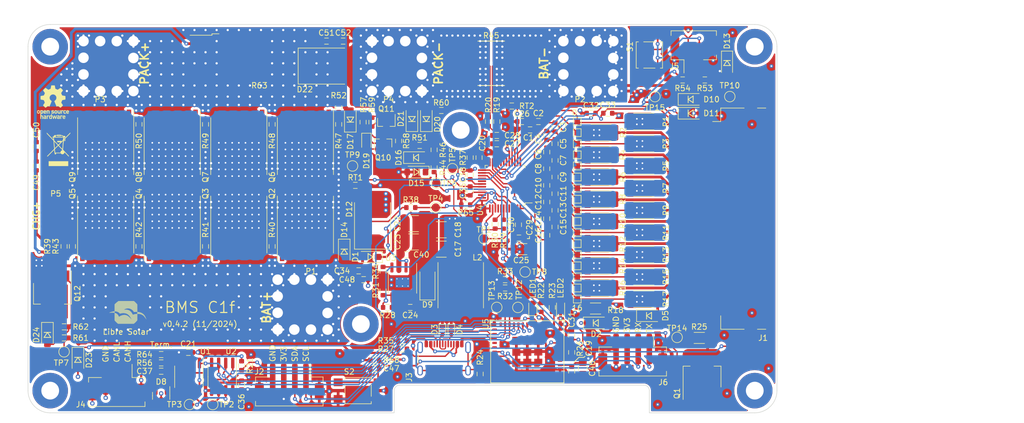
<source format=kicad_pcb>
(kicad_pcb (version 20240108) (generator "pcbnew") (generator_version "8.0")
  (title_block (title "Libre Solar BMS C1") (date "2024-03-17") (rev "v0.4.1") (company "Libre Solar Technologies GmbH") (comment 1 "Website: https://libre.solar") (comment 2 "Author: Martin Jäger") (comment 3 "License: CERN-OHL-W"))
  (layers (0 "F.Cu" signal) (1 "In1.Cu" power) (2 "In2.Cu" power) (31 "B.Cu" signal) (34 "B.Paste" user) (35 "F.Paste" user) (36 "B.SilkS" user "B.Silkscreen") (37 "F.SilkS" user "F.Silkscreen") (38 "B.Mask" user) (39 "F.Mask" user) (44 "Edge.Cuts" user))
  (net 0 "")
  (net 1 "+3V3")
  (net 2 "/BQ76952/VC15")
  (net 3 "/BQ76952/VC14")
  (net 4 "/BQ76952/VC13")
  (net 5 "/BQ76952/VC12")
  (net 6 "/BQ76952/VC11")
  (net 7 "/BQ76952/VC10")
  (net 8 "/BQ76952/VC9")
  (net 9 "Net-(U3-BOOT)")
  (net 10 "Net-(D5-K)")
  (net 11 "/BQ76952/VC16")
  (net 12 "GND")
  (net 13 "/BQ76952/VC8")
  (net 14 "/BQ76952/VC7")
  (net 15 "/BQ76952/VC6")
  (net 16 "/BQ76952/VC5")
  (net 17 "/BQ76952/VC4")
  (net 18 "/BQ76952/VC3")
  (net 19 "/BQ76952/VC2")
  (net 20 "/BQ76952/VC1")
  (net 21 "/BQ76952/VC0")
  (net 22 "Net-(D15-K)")
  (net 23 "/C16+")
  (net 24 "/BAT+")
  (net 25 "/Power Supply/VIN")
  (net 26 "/Power Supply/SW")
  (net 27 "/Power Supply/FB")
  (net 28 "/C1-")
  (net 29 "/C2+")
  (net 30 "/C4+")
  (net 31 "/C6+")
  (net 32 "/C8+")
  (net 33 "/C10+")
  (net 34 "/C12+")
  (net 35 "/C14+")
  (net 36 "/C1+")
  (net 37 "/C3+")
  (net 38 "/C5+")
  (net 39 "/C7+")
  (net 40 "/C9+")
  (net 41 "/C11+")
  (net 42 "/C13+")
  (net 43 "/C15+")
  (net 44 "/BQ76952/BAT")
  (net 45 "/BTN_LOW")
  (net 46 "/ESP32-C3 MCU/USB_D-")
  (net 47 "Net-(D16-K)")
  (net 48 "/BQ76952/SRP")
  (net 49 "/TEMP1")
  (net 50 "Net-(D16-A)")
  (net 51 "/TEMP2")
  (net 52 "/BQ76952/SRN")
  (net 53 "/BQ76952/CP1")
  (net 54 "Net-(D20-K)")
  (net 55 "Net-(D20-A)")
  (net 56 "/ESP32-C3 MCU/USB_D+")
  (net 57 "Net-(D24-A)")
  (net 58 "/BQ76952/BTN_HIGH")
  (net 59 "/BQ76952/PDSG")
  (net 60 "/CAN_H")
  (net 61 "/CAN_L")
  (net 62 "/UART_TX")
  (net 63 "/BQ76952/PACK")
  (net 64 "/UART_RX")
  (net 65 "/ESP32-C3 MCU/CAN_STB")
  (net 66 "/LED_GREEN")
  (net 67 "/LED_RED")
  (net 68 "/BQ76952/ALERT")
  (net 69 "/BQ76952/LD")
  (net 70 "/PACK+")
  (net 71 "/BQ76952/CHG")
  (net 72 "/BAT-")
  (net 73 "Net-(LED1-A)")
  (net 74 "Net-(LED2-A)")
  (net 75 "/PACK-")
  (net 76 "/Power Supply/EN")
  (net 77 "Net-(C34-Pad2)")
  (net 78 "Net-(C49-Pad2)")
  (net 79 "Net-(C51-Pad2)")
  (net 80 "Net-(Q1-G)")
  (net 81 "Net-(Q1-D-Pad2)")
  (net 82 "Net-(Q2-G)")
  (net 83 "Net-(Q3-G)")
  (net 84 "Net-(Q4-G)")
  (net 85 "Net-(Q5-G)")
  (net 86 "Net-(Q6-G)")
  (net 87 "Net-(Q7-G)")
  (net 88 "Net-(Q8-G)")
  (net 89 "Net-(Q9-G)")
  (net 90 "Net-(Q10-D)")
  (net 91 "Net-(Q11-D)")
  (net 92 "Net-(Q12-D)")
  (net 93 "Net-(U1-Rs)")
  (net 94 "Net-(U3-RT{slash}SYNC)")
  (net 95 "Net-(U4-REG1)")
  (net 106 "/Power Part/CHG_G")
  (net 107 "/Power Part/DSG_G")
  (net 108 "/I2C_SDA")
  (net 109 "/I2C_SCL")
  (net 110 "/ESP32-C3 MCU/NRST")
  (net 111 "/BQ76952/DSG")
  (net 112 "/ESP32-C3 MCU/CAN_TX")
  (net 113 "/BQ76952/WAKE")
  (net 114 "/REG18")
  (net 116 "/ESP32-C3 MCU/CAN_RX")
  (net 117 "/FUSE")
  (net 124 "/TEMP_FETS")
  (net 126 "/BQ76952/SHUNT_P")
  (net 127 "/BQ76952/SHUNT_N")
  (net 130 "/CHG+")
  (net 131 "Net-(C37-Pad1)")
  (net 133 "/ESP32-C3 MCU/RS485_~{RE}")
  (net 134 "/ESP32-C3 MCU/RS485_DE")
  (net 135 "unconnected-(J3-VBUS-PadA4)")
  (net 136 "Net-(J3-CC1)")
  (net 138 "Net-(J3-CC2)")
  (net 140 "Net-(J3-SHIELD)")
  (net 141 "/BQ76952/TEMP_SHUNT")
  (footprint "LibreSolar:LIBRESOLAR_LOGO" (layer "F.Cu") (at 95.6625 103.90225)
    (property "Reference" "LOGO2" (hide yes))
    (property "Value" "LIBRE_SOLAR" (hide yes))
  )
  (footprint "LibreSolar:R_2010_5025" (layer "F.Cu") (at 191 67.5 180)
    (property "Reference" "R1")
    (property "Value" "20")
  )
  (footprint "LibreSolar:R_0603_1608" (layer "F.Cu") (at 198 60 180)
    (property "Reference" "R54")
    (property "Value" "5.1k")
  )
  (footprint "LibreSolar:C_1210_3225" (layer "F.Cu") (at 149.5 89.2)
    (property "Reference" "C23")
    (property "Value" "2.2µF")
  )
  (footprint "LibreSolar:C_1210_3225" (layer "F.Cu") (at 154.5 90.5 180)
    (property "Reference" "C17")
    (property "Value" "47µF")
  )
  (footprint "LibreSolar:C_1210_3225" (layer "F.Cu") (at 154.5 87 180)
    (property "Reference" "C18")
    (property "Value" "47µF")
  )
  (footprint "LibreSolar:Bourns_SRN8040TA" (layer "F.Cu") (at 158 97 90)
    (property "Reference" "L2")
    (property "Value" "22µH")
  )
  (footprint "LibreSolar:R_0603_1608" (layer "F.Cu") (at 144 98 90)
    (property "Reference" "R31")
    (property "Value" "35.7k")
  )
  (footprint "Button_Switch_SMD:SW_SPST_TL3305A" (layer "F.Cu") (at 192 55.5 -90)
    (property "Reference" "S1")
    (property "Value" "SW_PUSH")
  )
  (footprint "MountingHole:MountingHole_3.2mm_M3_Pad_TopBottom" (layer "F.Cu") (at 158 69)
    (property "Reference" "H2" (hide yes))
    (property "Value" "MountingHole")
  )
  (footprint "MountingHole:MountingHole_3.2mm_M3_Pad_TopBottom" (layer "F.Cu") (at 84 54)
    (property "Reference" "H1" (hide yes))
    (property "Value" "MountingHole")
  )
  (footprint "LibreSolar:R_0603_1608" (layer "F.Cu") (at 202 60 180)
    (property "Reference" "R53")
    (property "Value" "5.1k")
  )
  (footprint "LibreSolar:C_0603_1608" (layer "F.Cu") (at 148.9 101)
    (property "Reference" "C24")
    (property "Value" "100nF")
  )
  (footprint "LibreSolar:R_0603_1608" (layer "F.Cu") (at 144.8 101)
    (property "Reference" "R28")
    (property "Value" "82k")
  )
  (footprint "Symbol:WEEE-Logo_4.2x6mm_SilkScreen" (layer "F.Cu") (at 85.5 72.5)
    (property "Reference" "REF**" (hide yes))
    (property "Value" "WEEE-Logo_4.2x6mm_SilkScreen" (hide yes))
  )
  (footprint "Symbol:OSHW-Logo_5.7x6mm_SilkScreen" (layer "F.Cu") (at 84.5 64)
    (property "Reference" "LOGO1" (hide yes))
    (property "Value" "OPEN_HARDWARE" (hide yes))
  )
  (footprint "TestPoint:TestPoint_Pad_1.0x1.0mm" (layer "F.Cu") (at 179 79.5)
    (property "Reference" "TP22" (hide yes))
    (property "Value" "TestPoint")
  )
  (footprint "LibreSolar:C_0603_1608" (layer "F.Cu") (at 173.5 85 90)
    (property "Reference" "C14")
    (property "Value" "220nF")
  )
  (footprint "LibreSolar:D_SOD-123F" (layer "F.Cu") (at 141.7 91.9 180)
    (property "Reference" "D1")
    (property "Value" "PMEG10010ELRX")
  )
  (footprint "LED_SMD:LED_0603_1608Metric" (layer "F.Cu") (at 176 101 90)
    (property "Reference" "LED2")
    (property "Value" "LED green")
  )
  (footprint "LibreSolar:D_SOD-123" (layer "F.Cu") (at 89 110.5 -90)
    (property "Reference" "D23")
    (property "Value" "75V")
  )
  (footprint "LibreSolar:R_2010_5025" (layer "F.Cu") (at 191 71.5 180)
    (property "Reference" "R3")
    (property "Value" "20")
  )
  (footprint "LibreSolar:R_0603_1608" (layer "F.Cu") (at 150.6 71.8 180)
    (property "Reference" "R51")
    (property "Value" "68k")
  )
  (footprint "LibreSolar:D_SOD-123" (layer "F.Cu") (at 137 91 -90)
    (property "Reference" "D14")
    (property "Value" "16V")
  )
  (footprint "Connector_JST:JST_PH_B4B-PH-SM4-TB_1x04-1MP_P2.00mm_Vertical" (layer "F.Cu") (at 189 109 180)
    (property "Reference" "J6")
    (property "Value" "B4B-PH-SM4")
  )
  (footprint "LibreSolar:C_1206_3216" (layer "F.Cu") (at 169 90.5 180)
    (property "Reference" "C25")
    (property "Value" "1µF")
  )
  (footprint "LibreSolar:C_0603_1608" (layer "F.Cu") (at 170.5 69 180)
    (property "Reference" "C1")
    (property "Value" "220nF")
  )
  (footprint "Package_TO_SOT_SMD:SOT-223-3_TabPin2" (layer "F.Cu") (at 84.4 98.5 -90)
    (property "Reference" "Q12")
    (property "Value" "ZXMP10A17GTA")
  )
  (footprint "LibreSolar:R_0603_1608" (layer "F.Cu") (at 142.5 110.5 180)
    (property "Reference" "R68")
    (property "Value" "10k")
  )
  (footprint "LibreSolar:R_0603_1608" (layer "F.Cu") (at 167.2 64.7)
    (property "Reference" "RT2")
    (property "Value" "10k")
  )
  (footprint "TestPoint:TestPoint_Pad_1.0x1.0mm" (layer "F.Cu") (at 179 67.5)
    (property "Reference" "TP16" (hide yes))
    (property "Value" "TestPoint")
  )
  (footprint "TestPoint:TestPoint_Pad_1.0x1.0mm" (layer "F.Cu") (at 179 97.5)
    (property "Reference" "TP31" (hide yes))
    (property "Value" "TestPoint")
  )
  (footprint "Package_TO_SOT_SMD:Infineon_PG-HSOF-8-1_ThermalVias" (layer "F.Cu") (at 106 72 -90)
    (property "Reference" "Q8")
    (property "Value" "IPT012N08N5")
  )
  (footprint "LibreSolar:R_1206_3216" (layer "F.Cu") (at 201 106.5 180)
    (property "Reference" "R25")
    (property "Value" "10")
  )
  (footprint "TestPoint:TestPoint_Pad_D1.5mm" (layer "F.Cu") (at 138.5 75.5)
    (property "Reference" "TP9")
    (property "Value" "TestPoint")
  )
  (footprint "LibreSolar:R_0603_1608" (layer "F.Cu") (at 124 68 -90)
    (property "Reference" "R48")
    (property "Value" "47")
  )
  (footprint "LibreSolar:R_2010_5025" (layer "F.Cu") (at 191 87.5 180)
    (property "Reference" "R11")
    (property "Value" "20")
  )
  (footprint "MountingHole:MountingHole_3.2mm_M3_Pad_TopBottom" (layer "F.Cu") (at 84 116)
    (property "Reference" "H4" (hide yes))
    (property "Value" "MountingHole")
  )
  (footprint "TestPoint:TestPoint_Pad_1.0x1.0mm" (layer "F.Cu") (at 179 91.5)
    (property "Reference" "TP28" (hide yes))
    (property "Value" "TestPoint")
  )
  (footprint "LibreSolar:R_2010_5025" (layer "F.Cu") (at 183.3 69.5 180)
    (property "Reference" "R2")
    (property "Value" "20")
  )
  (footprint "MountingHole:MountingHole_3.2mm_M3_Pad_TopBottom" (layer "F.Cu") (at 211 54)
    (property "Reference" "H3" (hide yes))
    (property "Value" "MountingHole")
  )
  (footprint "TestPoint:TestPoint_Pad_D1.5mm" (layer "F.Cu") (at 153.5 83)
    (property "Reference" "TP4")
    (property "Value" "TestPoint")
  )
  (footprint "LibreSolar:D_SOD-123" (layer "F.Cu") (at 192 102.5)
    (property "Reference" "D5")
    (property "Value" "BAT46W")
  )
  (footprint "LibreSolar:R_Shunt_5931_Kelvin" (layer "F.Cu") (at 163.5 57 180)
    (property "Reference" "R45")
    (property "Value" "300µ")
  )
  (footprint "LibreSolar:R_0603_1608" (layer "F.Cu") (at 86.5 104.5)
    (property "Reference" "R62")
    (property "Value" "1M")
  )
  (footprint "LibreSolar:R_0603_1608" (layer "F.Cu") (at 153.2 72.6 90)
    (property "Reference" "R46")
    (property "Value" "1k")
  )
  (footprint "LibreSolar:C_0603_1608" (layer "F.Cu") (at 81.5 72 90)
    (property "Reference" "C50")
    (property "Value" "100nF")
  )
  (footprint "Button_Switch_SMD:SW_SPST_TL3305A" (layer "F.Cu") (at 139.5 116 180)
    (property "Reference" "S2")
    (property "Value" "SW_PUSH")
  )
  (footprint "LibreSolar:R_0603_1608" (layer "F.Cu") (at 144 94.5 -90)
    (property "Reference" "R34")
    (property "Value" "52.3k")
  )
  (footprint "LibreSolar:R_2010_5025" (layer "F.Cu") (at 183.3 73.5 180)
    (property "Reference" "R4")
    (property "Value" "20")
  )
  (footprint "LibreSolar:C_0603_1608" (layer "F.Cu") (at 175 83.5 90)
    (property "Reference" "C13")
    (property "Value" "220nF")
  )
  (footprint "MountingHole:MountingHole_3.2mm_M3_Pad_TopBottom" (layer "F.Cu") (at 140 104)
    (property "Reference" "H5" (hide yes))
    (property "Value" "MountingHole")
  )
  (footprint "LibreSolar:C_0603_1608" (layer "F.Cu") (at 142.5 112 180)
    (property "Reference" "C47")
    (property "Value" "1µF")
  )
  (footprint "LibreSolar:R_0603_1608" (layer "F.Cu") (at 147.5 108.5)
    (property "Reference" "R27")
    (property "Value" "5.1k")
  )
  (footprint "TestPoint:TestPoint_Pad_1.0x1.0mm" (layer "F.Cu") (at 179 89.5)
    (property "Reference" "TP27" (hide yes))
    (property "Value" "TestPoint")
  )
  (footprint "LibreSolar:D_SOD-123" (layer "F.Cu") (at 83.5 106 -90)
    (property "Reference" "D24")
    (property "Value" "16V")
  )
  (footprint "LibreSolar:R_0603_1608" (layer "F.Cu") (at 166 97.5 180)
    (property "Reference" "R32")
    (property "Value" "2.2k")
  )
  (footprint "TestPoint:TestPoint_Pad_1.0x1.0mm" (layer "F.Cu") (at 179 73.5)
    (property "Reference" "TP19" (hide yes))
    (property "Value" "TestPoint")
  )
  (footprint "Package_TO_SOT_SMD:SOT-23" (layer "F.Cu") (at 104 116.9375 -90)
    (property "Reference" "D8")
    (property "Value" "PESD2CANFD")
  )
  (footprint "Connector_USB:USB_C_Receptacle_GCT_USB4105-xx-A_16P_TopMnt_Horizontal" (layer "F.Cu") (at 155 111.3)
    (property "Reference" "J3")
    (property "Value" "USB_C_Receptacle_USB2.0")
  )
  (footprint "LibreSolar:R_2010_5025" (layer "F.Cu") (at 183.3 97.5 180)
    (property "Reference" "R16")
    (property "Value" "20")
  )
  (footprint "LibreSolar:R_0603_1608" (layer "F.Cu") (at 100 90 -90)
    (property "Reference" "R42")
    (property "Value" "47")
  )
  (footprint "Espressif:ESP32-C3-MINI-1" (layer "F.Cu") (at 170 109 180)
    (property "Reference" "U5")
    (property "Value" "ESP32-C3-MINI-1")
  )
  (footprint "LibreSolar:R_2010_5025" (layer "F.Cu") (at 183.3 85.5 180)
    (property "Reference" "R10")
    (property "Value" "20")
  )
  (footprint "LibreSolar:D_SOD-523" (layer "F.Cu") (at 154.7 105.2 -90)
    (property "Reference" "D3")
    (property "Value" "ESD5B5.0ST1G")
  )
  (footprint "LibreSolar:R_0603_1608" (layer "F.Cu") (at 124 90 -90)
    (property "Reference" "R40")
    (property "Value" "47")
  )
  (footprint "LibreSolar:D_SOD-123" (layer "F.Cu") (at 199.5 66)
    (property "Reference" "D11")
    (property "Value" "3.6V")
  )
  (footprint "Package_TO_SOT_SMD:Infineon_PG-HSOF-8-1_ThermalVias" (layer "F.Cu") (at 118 72 -90)
    (property "Reference" "Q7")
    (property "Value" "IPT012N08N5")
  )
  (footprint "LibreSolar:D_SOD-323" (layer "F.Cu") (at 141 71.4 -90)
    (property "Reference" "D19")
    (property "Value" "5.1V")
  )
  (footprint "LibreSolar:R_0603_1608" (layer "F.Cu") (at 158.9 82.5 180)
    (property "Reference" "R65")
    (property "Value" "82k")
  )
  (footprint "LibreSolar:D_SOD-123" (layer "F.Cu") (at 182.4 103.8)
    (property "Reference" "D2")
    (property "Value" "BAT46W")
  )
  (footprint "Package_TO_SOT_SMD:Infineon_PG-HSOF-8-1_ThermalVias" (layer "F.Cu") (at 94 86 90)
    (property "Reference" "Q5")
    (property "Value" "IPT012N08N5")
  )
  (footprint "LibreSolar:Bourns_PWR163" (layer "F.Cu") (at 116.206 56)
    (property "Reference" "R63")
    (property "Value" "40")
  )
  (footprint "TestPoint:TestPoint_Pad_D1.5mm" (layer "F.Cu") (at 168.3 101 180)
    (property "Reference" "TP12")
    (property "Value" "TestPoint")
  )
  (footprint "LibreSolar:R_1206_3216" (layer "F.Cu") (at 182.3 101.2)
    (property "Reference" "R18")
    (property "Value" "100")
  )
  (footprint "LibreSolar:R_2010_5025" (layer "F.Cu") (at 191 75.5 180)
    (property "Reference" "R5")
    (property "Value" "20")
  )
  (footprint "LibreSolar:R_0603_1608" (layer "F.Cu") (at 154.5 65.5 180)
    (property "Reference" "R60")
    (property "Value" "10k")
  )
  (footprint "Connector_JST:JST_PH_B3B-PH-SM4-TB_1x03-1MP_P2.00mm_Vertical" (layer "F.Cu") (at 96 114.5 180)
    (property "Reference" "J4")
    (property "Value" "B3B-PH-SM4")
  )
  (footprint "LibreSolar:R_2010_5025" (layer "F.Cu") (at 191 91.5 180)
    (property "Reference" "R13")
    (property "Value" "20")
  )
  (footprint "LibreSolar:R_0603_1608" (layer "F.Cu") (at 164.5 67.5 -90)
    (property "Reference" "R19")
    (property "Value" "100")
  )
  (footprint "TestPoint:TestPoint_Pad_1.0x1.0mm" (layer "F.Cu") (at 179 85.5)
    (property "Reference" "TP25" (hide yes))
    (property "Value" "TestPoint")
  )
  (footprint "LibreSolar:C_0603_1608" (layer "F.Cu") (at 175 77.5 90)
    (property "Reference" "C9")
    (property "Value" "220nF")
  )
  (footprint "LibreSolar:R_0603_1608" (layer "F.Cu") (at 86.5 106.5 180)
    (property "Reference" "R61")
    (property "Value" "68k")
  )
  (footprint "LibreSolar:C_0603_1608" (layer "F.Cu") (at 175 86.5 90)
    (property "Reference" "C15")
    (property "Value" "220nF")
  )
  (footprint "TestPoint:TestPoint_Pad_D1.5mm" (layer "F.Cu") (at 162.2 88.6 90)
    (property "Reference" "TP1")
    (property "Value" "TestPoint")
  )
  (footprint "TestPoint:TestPoint_Pad_D1.5mm" (layer "F.Cu") (at 153.6 78.6)
    (property "Reference" "TP6")
    (property "Value" "TestPoint")
  )
  (footprint "LibreSolar:R_0603_1608" (layer "F.Cu") (at 104 111)
    (property "Reference" "R56")
    (property "Value" "62R")
  )
  (footprint "LibreSolar:R_0603_1608" (layer "F.Cu") (at 139 79 180)
    (property "Reference" "RT1")
    (property "Value" "10k")
  )
  (footprint "Fiducial:Fiducial_1mm_Mask2mm" (layer "F.Cu") (at 210 60 180)
    (property "Reference" "FID2" (hide yes))
    (property "Value" "Fiducial")
  )
  (footprint "LibreSolar:R_0603_1608" (layer "F.Cu") (at 178 109.1 -90)
    (property "Reference" "R26")
    (property "Value" "1M")
  )
  (footprint "LibreSolar:C_0603_1608" (layer "F.Cu") (at 173.5 82 90)
    (property "Reference" "C12")
    (property "Value" "220nF")
  )
  (footprint "LibreSolar:C_0603_1608" (layer "F.Cu") (at 136.8 53)
    (property "Reference" "C52")
    (property "Value" "100nF")
  )
  (footprint "LibreSolar:C_0603_1608" (layer "F.Cu") (at 175 71.5 90)
    (property "Reference" "C5")
    (property "Value" "220nF")
  )
  (footprint "LibreSolar:R_0603_1608" (layer "F.Cu") (at 159.7 74 -90)
    (property "Reference" "R37")
    (property "Value" "0R")
  )
  (footprint "LibreSolar:C_0603_1608" (layer "F.Cu") (at 173.5 88 90)
    (property "Reference" "C16")
    (property "Value" "220nF")
  )
  (footprint "LibreSolar:R_2010_5025" (layer "F.Cu") (at 183.3 81.5 180)
    (property "Reference" "R8")
    (property "Value" "20")
  )
  (footprint "LibreSolar:R_0603_1608" (layer "F.Cu") (at 136 65 90)
    (property "Reference" "R52")
    (property "Value" "10M")
  )
  (footprint "Package_TO_SOT_SMD:Infineon_PG-HSOF-8-1_ThermalVias" (layer "F.Cu") (at 106 86 90)
    (property "Reference" "Q4")
    (property "Value" "IPT012N08N5")
  )
  (footprint "Package_QFP:TQFP-48_7x7mm_P0.5mm" (layer "F.Cu") (at 166 79 180)
    (property "Reference" "U4")
    (property "Value" "BQ76952")
  )
  (footprint "LibreSolar:C_0603_1608" (layer "F.Cu") (at 148.2 91.5)
    (property "Reference" "C40")
    (property "Value" "100nF")
  )
  (footprint "LibreSolar:C_0603_1608" (layer "F.Cu") (at 173.5 70 90)
    (property "Reference" "C4")
    (property "Value" "220nF")
  )
  (footprint "LibreSolar:R_0603_1608" (layer "F.Cu") (at 174.5 101 -90)
    (property "Reference" "R23")
    (property "Value" "1k")
  )
  (footprint "TestPoint:TestPoint_Pad_1.0x1.0mm" (layer "F.Cu") (at 179 71.5)
    (property "Reference" "TP18" (hide yes))
    (property "Value" "TestPoint")
  )
  (footprint "Package_TO_SOT_SMD:Infineon_PG-HSOF-8-1_ThermalVias" (layer "F.Cu") (at 130 86 90)
    (property "Reference" "Q2")
    (property "Value" "IPT012N08N5")
  )
  (footprint "Diode_SMD:D_SOD-128" (layer "F.Cu") (at 152 96.5 90)
    (property "Reference" "D9")
    (property "Value" "VSS8D3M10-M3/I")
  )
  (footprint "LibreSolar:C_0603_1608" (layer "F.Cu") (at 81.5 75.5 90)
    (property "Reference" "C49")
    (property "Value" "100nF")
  )
  (footprint "open-pe:Wuerth_PowerPlus_M5_Nut" (layer "F.Cu") (at 93 56 180)
    (property "Reference" "P3")
    (property "Value" "CONN_01X01")
  )
  (footprint "LibreSolar:R_0603_1608" (layer "F.Cu") (at 140.4 67.6 -90)
    (property "Reference" "R57")
    (property "Value" "47")
  )
  (footprint "LibreSolar:R_2010_5025" (layer "F.Cu") (at 191 99.5 180)
    (property "Reference" "R17")
    (property "Value" "20")
  )
  (footprint "LibreSolar:R_0603_1608" (layer "F.Cu") (at 161.5 113 90)
    (property "Reference" "R24")
    (property "Value" "1M")
  )
  (footprint "LibreSolar:C_0603_1608" (layer "F.Cu") (at 173.5 79 90)
    (property "Reference" "C10")
    (property "Value" "220nF")
  )
  (footprint "LibreSolar:C_0603_1608" (layer "F.Cu") (at 159.7 80 -90)
    (property "Reference" "C35")
    (property "Value" "100pF")
  )
  (footprint "TestPoint:TestPoint_Pad_D1.5mm" (layer "F.Cu") (at 197 106.4)
    (property "Reference" "TP14")
    (property "Value" "TestPoint")
  )
  (footprint "TestPoint:TestPoint_Pad_1.0x1.0mm" (layer "F.Cu") (at 179 81.5)
    (property "Reference" "TP23" (hide yes))
    (property "Value" "TestPoint")
  )
  (footprint "LibreSolar:R_2010_5025" (layer "F.Cu") (at 191 83.5 180)
    (property "Reference" "R9")
    (property "Value" "20")
  )
  (footprint "LibreSolar:D_SOD-523" (layer "F.Cu") (at 156.3 105.2 -90)
    (property "Reference" "D4")
    (property "Value" "ESD5B5.0ST1G")
  )
  (footprint "NetTie:NetTie-2_SMD_Pad0.5mm" (layer "F.Cu") (at 188.25 62)
    (property "Reference" "NT1" (hide yes))
    (property "Value" "NetTie" (hide yes))
  )
  (footprint "LibreSolar:C_0603_1608" (layer "F.Cu") (at 108.9 109.1)
    (property "Reference" "C21")
    (property "Value" "100nF")
  )
  (footprint "Package_TO_SOT_SMD:Infineon_PG-HSOF-8-1_ThermalVias" (layer "F.Cu") (at 118 86 90)
    (property "Reference" "Q3")
    (property "Value" "IPT012N08N5")
  )
  (footprint "TestPoint:TestPoint_Pad_D1.5mm" (layer "F.Cu") (at 164.5 101 180)
    (property "Reference" "TP13")
    (property "Value" "TestPoint")
  )
  (footprint "LibreSolar:C_0603_1608" (layer "F.Cu") (at 139.6 94.4)
    (property "Reference" "C34")
    (property "Value" "100nF")
  )
  (footprint "LibreSolar:R_2010_5025" (layer "F.Cu") (at 183.3 93.5 180)
    (property "Reference" "R14")
    (property "Value" "20")
  )
  (footprint "LibreSolar:R_2010_5025" (layer "F.Cu") (at 191 95.5 180)
    (property "Reference" "R15")
    (property "Value" "20")
  )
  (footprint "open-pe:Wuerth_PowerPlus_M5_Nut" (layer "F.Cu") (at 131 102)
    (property "Reference" "P1")
    (property "Value" "CONN_01X01")
  )
  (footprint "TestPoint:TestPoint_Pad_1.0x1.0mm" (layer "F.Cu") (at 179 99.5)
    (property "Reference" "TP32" (hide yes))
    (property "Value" "TestPoint")
  )
  (footprint "TestPoint:TestPoint_Pad_1.0x1.0mm" (layer "F.Cu") (at 179 87.5)
    (property "Reference" "TP26" (hide yes))
    (property "Value" "TestPoint")
  )
  (footprint "LibreSolar:R_0603_1608" (layer "F.Cu") (at 118.5 111.5 -90)
    (property "Reference" "R21")
    (property "Value" "0R")
  )
  (footprint "TestPoint:TestPoint_Pad_1.0x1.0mm" (layer "F.Cu") (at 179 75.5)
    (property "Reference" "TP20" (hide yes))
    (property "Value" "TestPoint")
  )
  (footprint "Connector_JST:JST_PH_B2B-PH-SM4-TB_1x02-1MP_P2.00mm_Vertical" (layer "F.Cu") (at 200 55.5)
    (property "Reference" "J5")
    (property "Value" "B2B-PH-SM4")
  )
  (footprint "TestPoint:TestPoint_Pad_D1.5mm" (layer "F.Cu") (at 206.5 63)
    (property "Reference" "TP10")
    (property "Value" "TestPoint")
  )
  (footprint "LibreSolar:D_SMC" (layer "F.Cu") (at 133.5 57.5)
    (property "Reference" "D22")
    (property "Value" "MURS360")
  )
  (footprint "LibreSolar:R_0603_1608" (layer "F.Cu") (at 112 90 -90)
    (property "Reference" "R41")
    (property "Value" "47")
  )
  (footprint "Package_SO:SOIC-8_3.9x4.9mm_P1.27mm" (layer "F.Cu") (at 115 113.5 -90)
    (property "Reference" "U2")
    (property "Value" "SN65HVD75")
  )
  (footprint "LibreSolar:SOT-23" (layer "F.Cu") (at 144 71.4 90)
    (property "Reference" "Q10")
    (property "Value" "BSS84")
  )
  (footprint "LibreSolar:R_0603_1608" (layer "F.Cu") (at 136 68 -90)
    (property "Reference" "R47")
    (property "Value" "47")
  )
  (footprint "LibreSolar:R_2010_5025" (layer "F.Cu") (at 183.3 77.5 180)
    (property "Reference" "R6")
    (property "Value" "20")
  )
  (footprint "LibreSolar:C_0603_1608" (layer "F.Cu") (at 173.5 76 90)
    (property "Reference" "C8")
    (property "Value" "220nF")
  )
  (footprint "LibreSolar:R_0603_1608" (layer "F.Cu") (at 172.5 101 -90)
    (property "Reference" "R22")
    (property "Value" "1k")
  )
  (footprint "LibreSolar:R_0603_1608" (layer "F.Cu") (at 86.5 90 -90)
    (property "Reference" "R39")
    (property "Value" "10M")
  )
  (footprint "LibreSolar:C_0603_1608" (layer "F.Cu") (at 104 112.5 180)
    (property "Reference" "C37")
    (property "Value" "100nF")
  )
  (footprint "MountingHole:MountingHole_3.2mm_M3_Pad_TopBottom" (layer "F.Cu") (at 211 116)
    (property "Reference" "H6" (hide yes))
    (property "Value" "MountingHole")
  )
  (footprint "TestPoint:TestPoint_Pad_D1.5mm" (layer "F.Cu") (at 169.6 94.6)
    (property "Reference" "TP8")
    (property "Value" "TestPoint")
  )
  (footprint "LibreSolar:SOT-23" (layer "F.Cu") (at 144.6 67.6 -90)
    (property "Reference" "Q11")
    (property "Value" "BSS123N")
  )
  (footprint "TestPoint:TestPoint_Pad_D1.5mm" (layer "F.Cu") (at 113.3 118.5 180)
    (property "Reference" "TP2")
    (property "Value" "TestPoint")
  )
  (footprint "LibreSolar:R_0603_1608" (layer "F.Cu") (at 100 68 -90)
    (property "Reference" "R50")
    (property "Value" "47")
  )
  (footprint "LibreSolar:R_0603_1608" (layer "F.Cu") (at 165.7 86 -90)
    (property "Reference" "R29")
    (property "Value" "10k")
  )
  (footprint "LibreSolar:C_0603_1608" (layer "F.Cu") (at 181.5 66 180)
    (property "Reference" "C32")
    (property "Value" "100pF")
  )
  (footprint "LibreSolar:C_0603_1608" (layer "F.Cu") (at 173.5 73 90)
    (property "Reference" "C6")
    (property "Value" "220nF")
  )
  (footprint "Connector_JST:JST_PH_B4B-PH-SM4-TB_1x04-1MP_P2.00mm_Vertical" (layer "F.Cu") (at 127.1 114.4 180)
    (property "Reference" "J2")
    (property "Value" "B4B-PH-SM4")
  )
  (footprint "LibreSolar:C_0603_1608" (layer "F.Cu") (at 140.5 96)
    (property "Reference" "C48")
    (property "Value" "100nF")
  )
  (footprint "Connector_Wire:SolderWirePad_1x01_SMD_5x10mm" (layer "F.Cu") (at 85 84.5)
    (property "Reference" "P5")
    (property "Value" "CONN_01X01")
  )
  (footprint "LibreSolar:R_0603_1608" (layer "F.Cu") (at 112 68 -90)
    (property "Reference" "R49")
    (property "Value" "47")
  )
  (footprint "LibreSolar:R_0603_1608" (layer "F.Cu") (at 147.5 107)
    (property "Reference" "R35")
    (property "Value" "5.1k")
  )
  (footprint "open-pe:Wuerth_PowerPlus_M5_Nut" (layer "F.Cu") (at 145 56 180)
    (property "Reference" "P4")
    (property "Value" "CONN_01X01")
  )
  (footprint "LibreSolar:D_SOD-123" (layer "F.Cu") (at 151.8 67 90)
    (property "Reference" "D20")
    (property "Value" "BAT46W")
  )
  (footprint "LibreSolar:R_0603_1608" (layer "F.Cu") (at 146.8 71 90)
    (property "Reference" "R58")
    (property "Value" "470")
  )
  (footprint "LibreSolar:R_0603_1608" (layer "F.Cu") (at 166 96 180)
    (property "Reference" "R33")
    (property "Value" "2.2k")
  )
  (footprint "Fiducial:Fiducial_1mm_Mask2mm" (layer "F.Cu") (at 82.5 110.5)
    (property "Reference" "FID1" (hide yes))
    (property "Value" "Fiducial")
  )
  (footprint "LibreSolar:C_0603_1608" (layer "F.Cu") (at 164.5 71.5 180)
    (property "Reference" "C27")
    (property "Value" "100pF")
  )
  (footprint "TestPoint:TestPoint_Pad_1.0x1.0mm" (layer "F.Cu") (at 179 69.5)
    (property "Reference" "TP17" (hide yes))
    (property "Value" "TestPoint")
  )
  (footprint "LibreSolar:R_0603_1608" (layer "F.Cu") (at 163 67.5 -90)
    (property "Reference" "R20")
    (property "Value" "100")
  )
  (footprint "Package_SO:SOIC-8_3.9x4.9mm_P1.27mm" (layer "F.Cu") (at 109 113.5 -90)
    (property "Reference" "U1")
    (property "Value" "SN65HVD230")
  )
  (footprint "LibreSolar:C_0805_2012" (layer "F.Cu") (at 180 112 -90)
    (property "Reference" "C46")
    (property "Value" "10µF")
  )
  (footprint "LibreSolar:D_SOD-123" (layer "F.Cu") (at 138.1 67.1 90)
    (property "Reference" "D17")
    (property "Value" "16V")
  )
  (footprint "LibreSolar:D_SOD-123" (layer "F.Cu") (at 199.5 63.5)
    (property "Reference" "D10")
    (property "Value" "BAT46W")
  )
  (footprint "LibreSolar:R_2010_5025" (layer "F.Cu") (at 183.3 89.5 180)
    (property "Reference" "R12")
    (property "Value" "20")
  )
  (footprint "TestPoint:TestPoint_Pad_1.0x1.0mm" (layer "F.Cu") (at 179 83.5)
    (property "Reference" "TP24" (hide yes))
    (property "Value" "TestPoint")
  )
  (footprint "TestPoint:TestPoint_Pad_D1.5mm" (layer "F.Cu") (at 109.1 118.5)
    (property "Reference" "TP3")
    (property "Value" "TestPoint")
  )
  (footprint "LibreSolar:C_0603_1608" (layer "F.Cu") (at 164.5 70 180)
    (property "Reference" "C28")
    (property "Value" "100nF")
  )
  (footprint "open-pe:Wuerth_PowerPlus_M5_Nut" (layer "F.Cu") (at 179.5 56 180)
    (property "Reference" "P2")
    (property "Value" "CONN_01X01")
  )
  (footprint "LibreSolar:D_SOD-123" (layer "F.Cu") (at 149.2 67 90)
    (property "Reference" "D21")
    (property "Value" "16V")
  )
  (footprint "TestPoint:TestPoint_Pad_1.0x1.0mm" (layer "F.Cu") (at 179 95.5)
    (property "Reference" "TP30" (hide yes))
    (property "Value" "TestPoint")
  )
  (footprint "Connector_Molex:Molex_Micro-Fit_3.0_43045-2410_2x12-1MP_P3.00mm_Horizontal" (layer "F.Cu") (at 202.5 85 -90)
    (property "Reference" "J1")
    (property "Value" "MicroFit 2x12")
  )
  (footprint "LibreSolar:C_0603_1608" (layer "F.Cu") (at 168.4 86.1 90)
    (property "Reference" "C30")
    (property "Value" "1µF")
  )
  (footprint "LibreSolar:R_0603_1608" (layer "F.Cu") (at 153.2 75.8 90)
    (property "Reference" "R44")
    (property "Value" "100")
  )
  (footprint "LibreSolar:R_0603_1608" (layer "F.Cu") (at 164.2 86 -90)
    (property "Reference" "R30")
    (property "Value" "10k")
  )
  (footprint "LibreSolar:R_0603_1608" (layer "F.Cu") (at 149 83 180)
    (property "Reference" "R38")
    (property "Value" "100")
  )
  (footprint "LibreSolar:C_0603_1608" (layer "F.Cu") (at 175 80.5 90)
    (property "Reference" "C11")
    (property "Value" "220nF")
  )
  (footprint "LibreSolar:C_0603_1608" (layer "F.Cu") (at 184.5 66)
    (property "Reference" "C33")
    (property "Value" "100pF")
  )
  (footprint "LibreSolar:SOIC-8-1EP_3.9x4.9mm_P1.27mm_EP2.4x3.1mm_ThermalVias" (layer "F.Cu") (at 147.5 96.5 -90)
    (property "Reference" "U3")
    (property "Value" "LMR38010")
  )
  (footprint "LibreSolar:C_0603_1608" (layer "F.Cu") (at 175 68.5 90)
    (property "Reference" "C3")
    (property "Value" "220nF")
  )
  (footprint "LibreSolar:D_SMC" (layer "F.Cu") (at 142.1 85.7 90)
    (property "Reference" "D12")
    (property "Value" "SMCJ70A")
  )
  (footprint "LibreSolar:C_0603_1608" (layer "F.Cu") (at 168.5 88.5 180)
    (property "Reference" "C29")
    (property "Value" "100pF")
  )
  (footprint "Package_TO_SOT_SMD:SOT-223" (layer "F.Cu") (at 201.5 113.5 90)
    (property "Reference" "Q1")
    (property "Value" "DMN10H220LE")
  )
  (footprint "LibreSolar:C_0603_1608" (layer "F.Cu") (at 178 112.5 -90)
    (property "Reference" "C19")
    (property "Value" "100nF")
  )
  (footprint "LibreSolar:D_SOD-123" (layer "F.Cu") (at 150 74)
    (property "Reference" "D16")
    (property "Value" "BAT46W")
  )
  (footprint "LibreSolar:R_0603_1608" (layer "F.Cu") (at 104 109.5 180)
    (property "Reference" "R64")
    (property "Value" "62R")
  )
  (footprint "LibreSolar:D_SOD-123" (layer "F.Cu") (at 150 76.6 180)
    (property "Reference" "D15")
    (property "Value" "BAT46W")
  )
  (footprint "LibreSolar:C_0603_1608" (layer "F.Cu") (at 175 74.5 90)
    (property "Reference" "C7")
    (property "Value" "220nF")
  )
  (footprint "LibreSolar:C_0603_1608" (layer "F.Cu") (at 172 67.5 180)
    (property "Reference" "C2")
    (property "Value" "220nF")
  )
  (footprint "TestPoint:TestPoint_Pad_D1.5mm" (layer "F.Cu") (at 156.5 76)
    (property "Reference" "TP5")
    (property "Value" "TestPoint")
  )
  (footprint "LibreSolar:C_0603_1608" (layer "F.Cu") (at 159.7 77.1 90)
    (property "Reference" "C38")
    (property "Value" "100pF")
  )
  (footprint "TestPoint:TestPoint_Pad_D1.5mm" (layer "F.Cu") (at 193 63)
    (property "Reference" "TP15")
    (property "Value" "TestPoint")
  )
  (footprint "LibreSolar:R_2010_5025" (layer "F.Cu") (at 191 79.5 180)
    (property "Reference" "R7")
    (property "Value" "20")
  )
  (footprint "LibreSolar:C_0603_1608" (layer "F.Cu") (at 169 67.5 180)
    (property "Reference" "C26")
    (property "Value" "220nF")
  )
  (footprint "LibreSolar:C_0603_1608" (layer "F.Cu") (at 118.5 115 90)
    (property "Reference" "C36")
    (property "Value" "100nF")
  )
  (footprint "LibreSolar:C_0603_1608" (layer "F.Cu") (at 133.8 53)
    (property "Reference" "C51")
    (property "Value" "100nF")
  )
  (footprint "TestPoint:TestPoint_Pad_1.0x1.0mm" (layer "F.Cu") (at 179 77.5)
    (property "Reference" "TP21" (hide yes))
    (property "Value" "TestPoint")
  )
  (footprint "Package_TO_SOT_SMD:Infineon_PG-HSOF-8-1_ThermalVias" (layer "F.Cu") (at 130 72 -90)
    (property "Reference" "Q6")
    (property "Value" "IPT012N08N5")
  )
  (footprint "LibreSolar:C_1210_3225" (layer "F.Cu") (at 149.5 85.9)
    (property "Reference" "C22")
    (property "Value" "2.2µF")
  )
  (footprint "LibreSolar:R_0603_1608" (layer "F.Cu") (at 142 67.6 90)
    (property "Reference" "R59")
    (property "Value" "10M")
  )
  (footprint "Package_TO_SOT_SMD:Infineon_PG-HSOF-8-1_ThermalVias" (layer "F.Cu") (at 94 72 -90)
    (property "Reference" "Q9")
    (property "Value" "IPT012N08N5")
  )
  (footprint "TestPoint:TestPoint_Pad_1.0x1.0mm" (layer "F.Cu") (at 179 93.5)
    (property "Reference" "TP29" (hide yes))
    (property "Value" "TestPoint")
  )
  (footprint "LibreSolar:C_0603_1608" (layer "F.Cu") (at 161.3 74 90)
    (property "Reference" "C20")
    (property "Value" "2.2µF")
  )
  (footprint "LibreSolar:D_SOD-123F" (layer "F.Cu") (at 206 57 -90)
    (property "Reference" "D13")
    (property "Value" "PMEG10010ELRX")
  )
  (footprint "TestPoint:TestPoint_Pad_D1.5mm" (layer "F.Cu") (at 86.5 109)
    (property "Reference" "TP7")
    (property "Value" "TestPoint")
  )
  (footprint "LibreSolar:R_0603_1608" (layer "F.Cu") (at 88 90 -90)
    (property "Reference" "R43")
    (property "Value" "47")
  )
  (footprint "LibreSolar:C_0603_1608" (layer "F.Cu") (at 178 106 -90)
    (property "Reference" "C31")
    (property "Value" "100nF")
  )
  (footprint "LED_SMD:LED_0603_1608Metric" (layer "F.Cu") (at 171 101 90)
    (property "Reference" "LED1")
    (property "Value" "LED red")
  )
  (gr_line (start 180.4 109.8) (end 180.2 110) (stroke (width 0.15)) (layer "F.SilkS"))
  (gr_line (start 170.4 88.6) (end 170 88.6) (stroke (width 0.15)) (layer "F.SilkS"))
  (gr_line (start 170.4 88.2) (end 170.4 88.6) (stroke (width 0.15)) (layer "F.SilkS"))
  (gr_line (start 179.3 110) (end 178.4 110.9) (stroke (width 0.15)) (layer "F.SilkS"))
  (gr_line (start 180.2 110) (end 179.3 110) (stroke (width 0.15)) (layer "F.SilkS"))
  (gr_arc (start 80 54) (mid 81.171573 51.171573) (end 84 50) (stroke (width 0.1)) (layer "Edge.Cuts"))
  (gr_arc (start 191 115) (mid 191.707107 115.292893) (end 192 116) (stroke (width 0.1)) (layer "Edge.Cuts"))
  (gr_arc (start 84 120) (mid 81.171573 118.828427) (end 80 116) (stroke (width 0.1)) (layer "Edge.Cuts"))
  (gr_arc (start 146 116) (mid 146.292893 115.292893) (end 147 115) (stroke (width 0.1)) (layer "Edge.Cuts"))
  (gr_line (start 146 120) (end 146 116) (stroke (width 0.1)) (layer "Edge.Cuts"))
  (gr_arc (start 215 116) (mid 213.828427 118.828427) (end 211 120) (stroke (width 0.1)) (layer "Edge.Cuts"))
  (gr_line (start 211 50) (end 84 50) (stroke (width 0.1)) (layer "Edge.Cuts"))
  (gr_line (start 192 120) (end 211 120) (stroke (width 0.1)) (layer "Edge.Cuts"))
  (gr_line (start 80 116) (end 80 54) (stroke (width 0.1)) (layer "Edge.Cuts"))
  (gr_line (start 147 115) (end 191 115) (stroke (width 0.1)) (layer "Edge.Cuts"))
  (gr_line (start 215 116) (end 215 54) (stroke (width 0.1)) (layer "Edge.Cuts"))
  (gr_arc (start 211 50) (mid 213.828427 51.171573) (end 215 54) (stroke (width 0.1)) (layer "Edge.Cuts"))
  (gr_line (start 192 116) (end 192 120) (stroke (width 0.1)) (layer "Edge.Cuts"))
  (gr_line (start 84 120) (end 146 120) (stroke (width 0.1)) (layer "Edge.Cuts"))
  (gr_text "CHG+" (at 81.5 84.5 90) (layer "F.SilkS") (effects (font (size 1.2 1.2) (thickness 0.25))))
  (gr_text "PACK-" (at 154 57 90) (layer "F.SilkS") (effects (font (size 1.5 1.5) (thickness 0.3))))
  (gr_text "PACK+" (at 101 57 90) (layer "F.SilkS") (effects (font (size 1.5 1.5) (thickness 0.3))))
  (gr_text "GND" (at 186 105.7 90) (layer "F.SilkS") (effects (font (size 1 1)) (justify left)))
  (gr_text "GND" (at 124.1 110.9 90) (layer "F.SilkS") (effects (font (size 1 1)) (justify left)))
  (gr_text "TX" (at 192 105.7 90) (layer "F.SilkS") (effects (font (size 1 1)) (justify left)))
  (gr_text "v0.4.2 (11/2024)" (at 111 104 0) (layer "F.SilkS") (effects (font (size 1 1))))
  (gr_text "RX" (at 190 105.7 90) (layer "F.SilkS") (effects (font (size 1 1)) (justify left)))
  (gr_text "3V3" (at 126.1 110.9 90) (layer "F.SilkS") (effects (font (size 1 1)) (justify left)))
  (gr_text "0" (at 178.5 65.9 0) (layer "F.SilkS") (effects (font (size 1 1))))
  (gr_text "BAT+" (at 123 101 90) (layer "F.SilkS") (effects (font (size 1.5 1.5) (thickness 0.3))))
  (gr_text "CANH" (at 98 111 90) (layer "F.SilkS") (effects (font (size 1 1)) (justify left)))
  (gr_text "BAT-" (at 173 57 90) (layer "F.SilkS") (effects (font (size 1.5 1.5) (thickness 0.3))))
  (gr_text "3V3" (at 188 105.7 90) (layer "F.SilkS") (effects (font (size 1 1)) (justify left)))
  (gr_text "SDA" (at 128.1 110.9 90) (layer "F.SilkS") (effects (font (size 1 1)) (justify left)))
  (gr_text "CANL" (at 96 111 90) (layer "F.SilkS") (effects (font (size 1 1)) (justify left)))
  (gr_text "16" (at 179 101.1 0) (layer "F.SilkS") (effects (font (size 1 1))))
  (gr_text "Term." (at 101.9 108.3 0) (layer "F.SilkS") (effects (font (size 1 1)) (justify left bottom)))
  (gr_text "GND" (at 94 111 90) (layer "F.SilkS") (effects (font (size 1 1)) (justify left)))
  (gr_text "BMS C1f" (at 111 101 0) (layer "F.SilkS") (effects (font (size 2 2) (thickness 0.2))))
  (gr_text "SCL" (at 130.1 110.9 90) (layer "F.SilkS") (effects (font (size 1 1)) (justify left)))
  (segment (start 108.365 111.125) (end 108.365 109.365) (width 0.3) (layer "F.Cu") (net 1))
  (segment (start 117.08 115.8) (end 116.905 115.975) (width 0.4) (layer "F.Cu") (net 1))
  (segment (start 108.1 109.1) (end 107.2 109.1) (width 0.3) (layer "F.Cu") (net 1))
  (segment (start 140.300006 110.5) (end 140.3 110.500006) (width 0.4) (layer "F.Cu") (net 1))
  (segment (start 178.9 109.9) (end 180 111) (width 0.3) (layer "F.Cu") (net 1))
  (segment (start 108.365 109.365) (end 108.1 109.1) (width 0.3) (layer "F.Cu") (net 1))
  (segment (start 118.5 115.8) (end 117.08 115.8) (width 0.4) (layer "F.Cu") (net 1))
  (segment (start 206 58.4) (end 204.7 58.4) (width 0.4) (layer "F.Cu") (net 1))
  (segment (start 178 109.9) (end 178.9 109.9) (width 0.3) (layer "F.Cu") (net 1))
  (segment (start 144 101) (end 144 100.284031) (width 0.25) (layer "F.Cu") (net 1))
  (segment (start 141.7 110.5) (end 140.300006 110.5) (width 0.4) (layer "F.Cu") (net 1))
  (segment (start 180 111) (end 178.7 111) (width 0.3) (layer "F.Cu") (net 1))
  (segment (start 178 111.7) (end 177.7 111.4) (width 0.3) (layer "F.Cu") (net 1))
  (segment (start 144 100.284031) (end 144.520283 99.763748) (width 0.25) (layer "F.Cu") (net 1))
  (segment (start 178.7 111) (end 178 111.7) (width 0.3) (layer "F.Cu") (net 1))
  (segment (start 180.2 111) (end 181 110.2) (width 0.3) (layer "F.Cu") (net 1))
  (segment (start 180 111) (end 180.2 111) (width 0.3) (layer "F.Cu") (net 1))
  (segment (start 126.1 113.9) (end 126.1 117.5) (width 0.4) (layer "F.Cu") (net 1))
  (segment (start 188 108.5) (end 188 111.7) (width 0.3) (layer "F.Cu") (net 1))
  (segment (start 118.5 115.8) (end 119.6 115.8) (width 0.4) (layer "F.Cu") (net 1))
  (segment (start 165.2 97.5) (end 165.2 96) (width 0.4) (layer "F.Cu") (net 1))
  (segment (start 165.2 96) (end 164.5 96) (width 0.4) (layer "F.Cu") (net 1))
  (segment (start 177.7 111.4) (end 175.9 111.4) (width 0.3) (layer "F.Cu") (net 1))
  (via (at 144.520283 99.763748) (size 0.8) (drill 0.4) (layers "F.Cu" "B.Cu") (net 1))
  (via (at 164.5 96) (size 0.8) (drill 0.4) (layers "F.Cu" "B.Cu") (net 1))
  (via (at 126.1 117.5) (size 0.8) (drill 0.4) (layers "F.Cu" "B.Cu") (net 1))
  (via (at 119.6 115.8) (size 0.8) (drill 0.4) (layers "F.Cu" "B.Cu") (net 1))
  (via (at 188 111.7) (size 0.8) (drill 0.4) (layers "F.Cu" "B.Cu") (net 1))
  (via (at 156 85) (size 0.7) (drill 0.3) (layers "F.Cu" "B.Cu") (net 1))
  (via (at 140.3 110.500006) (size 0.7) (drill 0.3) (layers "F.Cu" "B.Cu") (net 1))
  (via (at 181 110.2) (size 0.8) (drill 0.4) (layers "F.Cu" "B.Cu") (net 1))
  (via (at 107.2 109.1) (size 0.8) (drill 0.4) (layers "F.Cu" "B.Cu") (net 1))
  (via (at 157 85) (size 0.7) (drill 0.3) (layers "F.Cu" "B.Cu") (net 1))
  (via (at 204.7 58.4) (size 0.8) (drill 0.4) (layers "F.Cu" "B.Cu") (net 1))
  (segment (start 152.2 90.5) (end 152.2 86.2) (width 0.25) (layer "B.Cu") (net 1))
  (segment (start 144.520283 99.763748) (end 144.520283 94.579717) (width 0.25) (layer "B.Cu") (net 1))
  (segment (start 144.520283 94.579717) (end 145.4 93.7) (width 0.25) (layer "B.Cu") (net 1))
  (segment (start 152.2 86.2) (end 153.4 85) (width 0.25) (layer "B.Cu") (net 1))
  (segment (start 145.4 93.7) (end 149 93.7) (width 0.25) (layer "B.Cu") (net 1))
  (segment (start 149 93.7) (end 152.2 90.5) (width 0.25) (layer "B.Cu") (net 1))
  (segment (start 153.4 85) (end 156 85) (width 0.25) (layer "B.Cu") (net 1))
  (segment (start 171.376497 82.076497) (end 171.376497 85.976497) (width 0.25) (layer "F.Cu") (net 2))
  (segment (start 172.6 87.2) (end 173.5 87.2) (width 0.25) (layer "F.Cu") (net 2))
  (segment (start 175 87.3) (end 175 93.5) (width 0.25) (layer "F.Cu") (net 2))
  (segment (start 175 87.3) (end 173.6 87.3) (width 0.25) (layer "F.Cu") (net 2))
  (segment (start 171.05 81.75) (end 171.376497 82.076497) (width 0.25) (layer "F.Cu") (net 2))
  (segment (start 175 93.5) (end 179 97.5) (width 0.25) (layer "F.Cu") (net 2))
  (segment (start 171.376497 85.976497) (end 172.6 87.2) (width 0.25) (layer "F.Cu") (net 2))
  (segment (start 170.1625 81.75) (end 171.05 81.75) (width 0.25) (layer "F.Cu") (net 2))
  (segment (start 180.8 97.5) (end 179 97.5) (width 0.2) (layer "F.Cu") (net 2))
  (segment (start 173.6 87.3) (end 173.5 87.2) (width 0.25) (layer "F.Cu") (net 2))
  (via (at 182 98) (size 0.7) (drill 0.3) (layers "F.Cu" "B.Cu") (net 2))
  (via (at 183 97) (size 0.7) (drill 0.3) (layers "F.Cu" "B.Cu") (net 2))
  (via (at 182 97) (size 0.7) (drill 0.3) (layers "F.Cu" "B.Cu") (net 2))
  (via (at 183 98) (size 0.7) (drill 0.3) (layers "F.Cu" "B.Cu") (net 2))
  (segment (start 174.9 85.8) (end 175 85.7) (width 0.25) (layer "F.Cu") (net 3))
  (segment (start 171.25 81.25) (end 171.825998 81.825998) (width 0.25) (layer "F.Cu") (net 3))
  (segment (start 175 85.7) (end 175 86.084106) (width 0.25) (layer "F.Cu") (net 3))
  (segment (start 171.825998 81.825998) (end 171.825998 84.125998) (width 0.25) (layer "F.Cu") (net 3))
  (segment (start 175 86.084106) (end 176 87.084106) (width 0.25) (layer "F.Cu") (net 3))
  (segment (start 176 92.5) (end 179 95.5) (width 0.25) (layer "F.Cu") (net 3))
  (segment (start 170.1625 81.25) (end 171.25 81.25) (width 0.25) (layer "F.Cu") (net 3))
  (segment (start 188.5 95.5) (end 179 95.5) (width 0.25) (layer "F.Cu") (net 3))
  (segment (start 173.5 85.8) (end 174.9 85.8) (width 0.25) (layer "F.Cu") (net 3))
  (segment (start 176 87.084106) (end 176 92.5) (width 0.25) (layer "F.Cu") (net 3))
  (segment (start 171.825998 84.125998) (end 173.5 85.8) (width 0.25) (layer "F.Cu") (net 3))
  (via (at 190.75 96) (size 0.7) (drill 0.3) (layers "F.Cu" "B.Cu") (net 3))
  (via (at 189.75 95) (size 0.7) (drill 0.3) (layers "F.Cu" "B.Cu") (net 3))
  (via (at 189.75 96) (size 0.7) (drill 0.3) (layers "F.Cu" "B.Cu") (net 3))
  (via (at 190.75 95) (size 0.7) (drill 0.3) (layers "F.Cu" "B.Cu") (net 3))
  (segment (start 173.6 84.3) (end 173.5 84.2) (width 0.25) (layer "F.Cu") (net 4))
  (segment (start 175 84.3) (end 176.100998 85.400998) (width 0.25) (layer "F.Cu") (net 4))
  (segment (start 176.100998 85.400998) (end 176.100998 86.549414) (width 0.25) (layer "F.Cu") (net 4))
  (segment (start 176.5 91) (end 179 93.5) (width 0.25) (layer "F.Cu") (net 4))
  (segment (start 180.8 93.5) (end 179 93.5) (width 0.2) (layer "F.Cu") (net 4))
  (segment (start 175 84.3) (end 173.6 84.3) (width 0.25) (layer "F.Cu") (net 4))
  (segment (start 172.275499 82.975499) (end 173.5 84.2) (width 0.25) (layer "F.Cu") (net 4))
  (segment (start 172.275499 81.639809) (end 172.275499 82.975499) (width 0.25) (layer "F.Cu") (net 4))
  (segment (start 171.38569 80.75) (end 172.275499 81.639809) (width 0.25) (layer "F.Cu") (net 4))
  (segment (start 176.100998 86.549414) (end 176.5 86.948416) (width 0.25) (layer "F.Cu") (net 4))
  (segment (start 170.1625 80.75) (end 171.38569 80.75) (width 0.25) (layer "F.Cu") (net 4))
  (segment (start 176.5 86.948416) (end 176.5 91) (width 0.25) (layer "F.Cu") (net 4))
  (via (at 183 94) (size 0.7) (drill 0.3) (layers "F.Cu" "B.Cu") (net 4))
  (via (at 183 93) (size 0.7) (drill 0.3) (layers "F.Cu" "B.Cu") (net 4))
  (via (at 182 94) (size 0.7) (drill 0.3) (layers "F.Cu" "B.Cu") (net 4))
  (via (at 182 93) (size 0.7) (drill 0.3) (layers "F.Cu" "B.Cu") (net 4))
  (segment (start 177 89.5) (end 179 91.5) (width 0.25) (layer "F.Cu") (net 5))
  (segment (start 188.5 91.5) (end 179 91.5) (width 0.25) (layer "F.Cu") (net 5))
  (segment (start 177 86.812726) (end 177 89.5) (width 0.25) (layer "F.Cu") (net 5))
  (segment (start 175 82.7) (end 175 83.001584) (width 0.25) (layer "F.Cu") (net 5))
  (segment (start 172.725 81.737935) (end 173.5 82.512935) (width 0.25) (layer "F.Cu") (net 5))
  (segment (start 176.550499 86.363225) (end 177 86.812726) (width 0.25) (layer "F.Cu") (net 5))
  (segment (start 172.725 81.225) (end 172.725 81.737935) (width 0.25) (layer "F.Cu") (net 5))
  (segment (start 176.550499 85.186189) (end 176.550499 86.363225) (width 0.25) (layer "F.Cu") (net 5))
  (segment (start 173.5 82.512935) (end 173.5 82.8) (width 0.25) (layer "F.Cu") (net 5))
  (segment (start 176.050499 84.686189) (end 176.550499 85.186189) (width 0.25) (layer "F.Cu") (net 5))
  (segment (start 176.050499 84.052083) (end 176.050499 84.686189) (width 0.25) (layer "F.Cu") (net 5))
  (segment (start 170.1625 80.25) (end 171.75 80.25) (width 0.25) (layer "F.Cu") (net 5))
  (segment (start 174.9 82.8) (end 175 82.7) (width 0.25) (layer "F.Cu") (net 5))
  (segment (start 171.75 80.25) (end 172.725 81.225) (width 0.25) (layer "F.Cu") (net 5))
  (segment (start 173.5 82.8) (end 174.9 82.8) (width 0.25) (layer "F.Cu") (net 5))
  (segment (start 175 83.001584) (end 176.050499 84.052083) (width 0.25) (layer "F.Cu") (net 5))
  (via (at 189.75 92) (size 0.7) (drill 0.3) (layers "F.Cu" "B.Cu") (net 5))
  (via (at 190.75 92) (size 0.7) (drill 0.3) (layers "F.Cu" "B.Cu") (net 5))
  (via (at 190.75 91) (size 0.7) (drill 0.3) (layers "F.Cu" "B.Cu") (net 5))
  (via (at 189.75 91) (size 0.7) (drill 0.3) (layers "F.Cu" "B.Cu") (net 5))
  (segment (start 175.775 83.140894) (end 177.5 84.865894) (width 0.25) (layer "F.Cu") (net 6))
  (segment (start 180.8 89.5) (end 179 89.5) (width 0.25) (layer "F.Cu") (net 6))
  (segment (start 170.1625 79.75) (end 172.05 79.75) (width 0.25) (layer "F.Cu") (net 6))
  (segment (start 175 81.3) (end 175.775 82.075) (width 0.25) (layer "F.Cu") (net 6))
  (segment (start 175.775 82.075) (end 175.775 83.140894) (width 0.25) (layer "F.Cu") (net 6))
  (segment (start 172.05 79.75) (end 173.5 81.2) (width 0.25) (layer "F.Cu") (net 6))
  (segment (start 177.5 84.865894) (end 177.5 88) (width 0.25) (layer "F.Cu") (net 6))
  (segment (start 177.5 88) (end 179 89.5) (width 0.25) (layer "F.Cu") (net 6))
  (segment (start 175 81.3) (end 173.6 81.3) (width 0.25) (layer "F.Cu") (net 6))
  (segment (start 173.6 81.3) (end 173.5 81.2) (width 0.25) (layer "F.Cu") (net 6))
  (via (at 183 89) (size 0.7) (drill 0.3) (layers "F.Cu" "B.Cu") (net 6))
  (via (at 182 89) (size 0.7) (drill 0.3) (layers "F.Cu" "B.Cu") (net 6))
  (via (at 183 90) (size 0.7) (drill 0.3) (layers "F.Cu" "B.Cu") (net 6))
  (via (at 182 90) (size 0.7) (drill 0.3) (layers "F.Cu" "B.Cu") (net 6))
  (segment (start 177.949501 84.679705) (end 177.949501 86.449501) (width 0.25) (layer "F.Cu") (net 7))
  (segment (start 177 83.730204) (end 177.949501 84.679705) (width 0.25) (layer "F.Cu") (net 7))
  (segment (start 177 81.7) (end 177 83.730204) (width 0.25) (layer "F.Cu") (net 7))
  (segment (start 173.5 79.8) (end 174.9 79.8) (width 0.25) (layer "F.Cu") (net 7))
  (segment (start 170.1625 79.25) (end 172.95 79.25) (width 0.25) (layer "F.Cu") (net 7))
  (segment (start 188.5 87.5) (end 179 87.5) (width 0.25) (layer "F.Cu") (net 7))
  (segment (start 172.95 79.25) (end 173.5 79.8) (width 0.25) (layer "F.Cu") (net 7))
  (segment (start 174.9 79.8) (end 175 79.7) (width 0.25) (layer "F.Cu") (net 7))
  (segment (start 177.949501 86.449501) (end 179 87.5) (width 0.25) (layer "F.Cu") (net 7))
  (segment (start 175 79.7) (end 177 81.7) (width 0.25) (layer "F.Cu") (net 7))
  (via (at 190.75 88) (size 0.7) (drill 0.3) (layers "F.Cu" "B.Cu") (net 7))
  (via (at 190.75 87) (size 0.7) (drill 0.3) (layers "F.Cu" "B.Cu") (net 7))
  (via (at 189.75 88) (size 0.7) (drill 0.3) (layers "F.Cu" "B.Cu") (net 7))
  (via (at 189.75 87) (size 0.7) (drill 0.3) (layers "F.Cu" "B.Cu") (net 7))
  (segment (start 176.949501 81.013811) (end 177.449501 81.513811) (width 0.25) (layer "F.Cu") (net 8))
  (segment (start 177.449501 83.544015) (end 179 85.094514) (width 0.25) (layer "F.Cu") (net 8))
  (segment (start 170.1625 78.75) (end 172.95 78.75) (width 0.25) (layer "F.Cu") (net 8))
  (segment (start 175 78.3) (end 176.949501 80.249501) (width 0.25) (layer "F.Cu") (net 8))
  (segment (start 179 85.094514) (end 179 85.5) (width 0.25) (layer "F.Cu") (net 8))
  (segment (start 176.949501 80.249501) (end 176.949501 81.013811) (width 0.25) (layer "F.Cu") (net 8))
  (segment (start 180.8 85.5) (end 179 85.5) (width 0.2) (layer "F.Cu") (net 8))
  (segment (start 177.449501 81.513811) (end 177.449501 83.544015) (width 0.25) (layer "F.Cu") (net 8))
  (segment (start 172.95 78.75) (end 173.5 78.2) (width 0.25) (layer "F.Cu") (net 8))
  (segment (start 175 78.3) (end 173.6 78.3) (width 0.25) (layer "F.Cu") (net 8))
  (segment (start 173.6 78.3) (end 173.5 78.2) (width 0.25) (layer "F.Cu") (net 8))
  (via (at 182 85) (size 0.7) (drill 0.3) (layers "F.Cu" "B.Cu") (net 8))
  (via (at 183 86) (size 0.7) (drill 0.3) (layers "F.Cu" "B.Cu") (net 8))
  (via (at 182 86) (size 0.7) (drill 0.3) (layers "F.Cu" "B.Cu") (net 8))
  (via (at 183 85) (size 0.7) (drill 0.3) (layers "F.Cu" "B.Cu") (net 8))
  (segment (start 148.135 98.975) (end 148.135 100.965) (width 0.4) (layer "F.Cu") (net 9))
  (segment (start 148.135 100.965) (end 148.1 101) (width 0.4) (layer "F.Cu") (net 9))
  (segment (start 190.35 102.5) (end 189.65 101.8) (width 0.4) (layer "F.Cu") (net 10))
  (segment (start 185.8 101.8) (end 185.2 101.2) (width 0.4) (layer "F.Cu") (net 10))
  (segment (start 189.65 101.8) (end 185.8 101.8) (width 0.4) (layer "F.Cu") (net 10))
  (segment (start 185.2 101.2) (end 183.8 101.2) (width 0.4) (layer "F.Cu") (net 10))
  (segment (start 168.75 83.1625) (end 169.5625 83.1625) (width 0.25) (layer "F.Cu") (net 11))
  (segment (start 170.7 84.3) (end 170.7 86.9) (width 0.25) (layer "F.Cu") (net 11))
  (segment (start 170.7 86.9) (end 172.6 88.8) (width 0.25) (layer "F.Cu") (net 11))
  (segment (start 169.5625 83.1625) (end 170.7 84.3) (width 0.25) (layer "F.Cu") (net 11))
  (segment (start 188.5 99.5) (end 179 99.5) (width 0.25) (layer "F.Cu") (net 11))
  (segment (start 173.5 94) (end 179 99.5) (width 0.25) (layer "F.Cu") (net 11))
  (segment (start 173.5 88.8) (end 173.5 94) (width 0.25) (layer "F.Cu") (net 11))
  (segment (start 172.6 88.8) (end 173.5 88.8) (width 0.25) (layer "F.Cu") (net 11))
  (via (at 189.75 99) (size 0.7) (drill 0.3) (layers "F.Cu" "B.Cu") (net 11))
  (via (at 190.75 99) (size 0.7) (drill 0.3) (layers "F.Cu" "B.Cu") (net 11))
  (via (at 189.75 100) (size 0.7) (drill 0.3) (layers "F.Cu" "B.Cu") (net 11))
  (via (at 190.75 100) (size 0.7) (drill 0.3) (layers "F.Cu" "B.Cu") (net 11))
  (segment (start 151.8 107.62) (end 151.8 107.045001) (width 0.3) (layer "F.Cu") (net 12))
  (segment (start 149.4 107.4) (end 149.4 107.9) (width 0.3) (layer "F.Cu") (net 12))
  (segment (start 168 90) (end 167.5 90.5) (width 0.4) (layer "F.Cu") (net 12))
  (segment (start 185.3 66) (end 186.1 66) (width 0.3) (layer "F.Cu") (net 12))
  (segment (start 163.25 83.1625) (end 162.4625 83.1625) (width 0.3) (layer "F.Cu") (net 12))
  (segment (start 168 91) (end 167.5 90.5) (width 0.4) (layer "F.Cu") (net 12))
  (segment (start 113.095 115.305) (end 113.095 115.975) (width 0.4) (layer "F.Cu") (net 12))
  (segment (start 151.8 107.045001) (end 151.454999 106.7) (width 0.3) (layer "F.Cu") (net 12))
  (segment (start 162.640685 81.75) (end 161.8375 81.75) (width 0.25) (layer "F.Cu") (net 12))
  (segment (start 162.640685 80.25) (end 162.9 80.509315) (width 0.25) (layer "F.Cu") (net 12))
  (segment (start 161.8375 80.25) (end 160.25 80.25) (width 0.25) (layer "F.Cu") (net 12))
  (segment (start 172.1 102.8) (end 172.0125 102.8) (width 0.4) (layer "F.Cu") (net 12))
  (segment (start 173.2 103.5) (end 172.5 102.8) (width 0.4) (layer "F.Cu") (net 12))
  (segment (start 204.815 66.685) (end 205 66.5) (width 0.5) (layer "F.Cu") (net 12))
  (segment (start 100.4 112.7) (end 100.6 112.5) (width 0.4) (layer "F.Cu") (net 12))
  (segment (start 139.8 79) (end 143.5 79) (width 0.3) (layer "F.Cu") (net 12))
  (segment (start 158.500001 106.745) (end 160.045 106.745) (width 0.4) (layer "F.Cu") (net 12))
  (segment (start 173.2 104.1) (end 173.2 103.5) (width 0.4) (layer "F.Cu") (net 12))
  (segment (start 168.6 90) (end 168 90) (width 0.4) (layer "F.Cu") (net 12))
  (segment (start 167.7 90.3) (end 167.5 90.5) (width 0.4) (layer "F.Cu") (net 12))
  (segment (start 162.9 80.509315) (end 162.9 81.490685) (width 0.25) (layer "F.Cu") (net 12))
  (segment (start 100.4 114.100014) (end 100.399993 114.100007) (width 0.4) (layer "F.Cu") (net 12))
  (segment (start 161.8375 80.25) (end 162.640685 80.25) (width 0.25) (layer "F.Cu") (net 12))
  (segment (start 100.4 114.1) (end 100.399993 114.100007) (width 0.4) (layer "F.Cu") (net 12))
  (segment (start 167.7 88.5) (end 167.7 90.3) (width 0.4) (layer "F.Cu") (net 12))
  (segment (start 161.8375 82.5375) (end 161.8375 81.75) (width 0.3) (layer "F.Cu") (net 12))
  (segment (start 203.95 116.5) (end 206 116.5) (width 0.4) (layer "F.Cu") (net 12))
  (segment (start 172.5 102.8) (end 172.1 102.8) (width 0.4) (layer "F.Cu") (net 12))
  (segment (start 201.15 66) (end 200 66) (width 0.5) (layer "F.Cu") (net 12))
  (segment (start 113.84726 114.55274) (end 113.095 115.305) (width 0.4) (layer "F.Cu") (net 12))
  (segment (start 166.75 72.85) (end 166.4 72.5) (width 0.3) (layer "F.Cu") (net 12))
  (segment (start 109.635 109.165) (end 109.7 109.1) (width 0.4) (layer "F.Cu") (net 12))
  (segment (start 168.6 91) (end 168 91) (width 0.4) (layer "F.Cu") (net 12))
  (segment (start 162.4625 83.1625) (end 161.8375 82.5375) (width 0.3) (layer "F.Cu") (net 12))
  (segment (start 186 108.5) (end 186 111.7) (width 0.3) (layer "F.Cu") (net 12))
  (segment (start 109.635 111.125) (end 109.635 109.165) (width 0.4) (layer "F.Cu") (net 12))
  (segment (start 161.3 73.2) (end 162.8 73.2) (width 0.3) (layer "F.Cu") (net 12))
  (segment (start 158.2 107.62) (end 158.2 107.045001) (width 0.4) (layer "F.Cu") (net 12))
  (segment (start 180 66) (end 179.5 65.5) (width 0.4) (layer "F.Cu") (net 12))
  (segment (start 94 114) (end 94 117.3) (width 0.3) (layer "F.Cu") (net 12))
  (segment (start 162.9 81.490685) (end 162.640685 81.75) (width 0.25) (layer "F.Cu") (net 12))
  (segment (start 91.6 116.25) (end 91.6 118.3) (width 0.3) (layer "F.Cu") (net 12))
  (segment (start 160.270725 76.3) (end 160.577556 75.993169) (width 0.25) (layer "F.Cu") (net 12))
  (segment (start 118.5 114.2) (end 118.14726 114.55274) (width 0.4) (layer "F.Cu") (net 12))
  (segment (start 175.95 104.05) (end 176.75 104.05) (width 0.4) (layer "F.Cu") (net 12))
  (segment (start 172.0125 102.8) (end 171 101.7875) (width 0.4) (layer "F.Cu") (net 12))
  (segment (start 104 117.875) (end 104 116.49998) (width 0.3) (layer "F.Cu") (net 12))
  (segment (start 176.75 104.05) (end 176.8 104) (width 0.4) (layer "F.Cu") (net 12))
  (segment (start 166.75 74.8375) (end 166.75 72.85) (width 0.3) (layer "F.Cu") (net 12))
  (segment (start 151.454999 106.7) (end 150.1 106.7) (width 0.3) (layer "F.Cu") (net 12))
  (segment (start 203.8 116.65) (end 203.95 116.5) (width 0.4) (layer "F.Cu") (net 12))
  (segment (start 109.7 109.1) (end 110.599988 109.1) (width 0.3) (layer "F.Cu") (net 12))
  (segment (start 171.975 108.95) (end 171.975 110.975) (width 0.4) (layer "F.Cu") (net 12))
  (segment (start 100.4 116.25) (end 100.4 114.100014) (width 0.4) (layer "F.Cu") (net 12))
  (segment (start 186.1 66) (end 186.5 66.4) (width 0.3) (layer "F.Cu") (net 12))
  (segment (start 89 112.15) (end 89 113.5) (width 0.3) (layer "F.Cu") (net 12))
  (segment (start 158.2 107.045001) (end 158.500001 106.745) (width 0.4) (layer "F.Cu") (net 12))
  (segment (start 160.045 106.745) (end 160.9 107.6) (width 0.4) (layer "F.Cu") (net 12))
  (segment (start 100.6 112.5) (end 103.2 112.5) (width 0.4) (layer "F.Cu") (net 12))
  (segment (start 204.815 68.5) (end 204.815 66.685) (width 0.5) (layer "F.Cu") (net 12))
  (segment (start 164.05 102.801998) (end 163.9 102.651998) (width 0.4) (layer "F.Cu") (net 12))
  (segment (start 118.14726 114.55274) (end 113.84726 114.55274) (width 0.4) (layer "F.Cu") (net 12))
  (segment (start 150.1 106.7) (end 149.4 107.4) (width 0.3) (layer "F.Cu") (net 12))
  (segment (start 164.05 104.05) (end 164.05 102.801998) (width 0.4) (layer "F.Cu") (net 12))
  (segment (start 171.975 110.975) (end 170 110.975) (width 0.4) (layer "F.Cu") (net 12))
  (segment (start 176 101.7875) (end 176 103) (width 0.4) (layer "F.Cu") (net 12))
  (segment (start 100.4 112.7) (end 100.4 114.1) (width 0.4) (layer "F.Cu") (net 12))
  (segment (start 162.8 73.2) (end 163 73) (width 0.3) (layer "F.Cu") (net 12))
  (segment (start 159.7 76.3) (end 160.270725 76.3) (width 0.25) (layer "F.Cu") (net 12))
  (segment (start 160.25 80.25) (end 159.7 80.8) (width 0.25) (layer "F.Cu") (net 12))
  (segment (start 180.7 66) (end 180 66) (width 0.4) (layer "F.Cu") (net 12))
  (via (at 149.4 107.9) (size 0.8) (drill 0.4) (layers "F.Cu" "B.Cu") (net 12))
  (via (at 205 66.5) (size 0.8) (drill 0.4) (layers "F.Cu" "B.Cu") (net 12))
  (via (at 174.1 105.6) (size 0.8) (drill 0.4) (layers "F.Cu" "B.Cu") (net 12))
  (via (at 199 51) (size 0.7) (drill 0.3) (layers "F.Cu" "B.Cu") (net 12))
  (via (at 195 62.5) (size 0.7) (drill 0.3) (layers "F.Cu" "B.Cu") (net 12))
  (via (at 168.6 90) (size 0.7) (drill 0.3) (layers "F.Cu" "B.Cu") (net 12))
  (via (at 163.9 102.651998) (size 0.8) (drill 0.4) (layers "F.Cu" "B.Cu") (net 12))
  (via (at 206 116.5) (size 0.7) (drill 0.3) (layers "F.Cu" "B.Cu") (net 12))
  (via (at 168.6 91) (size 0.7) (drill 0.3) (layers "F.Cu" "B.Cu") (net 12))
  (via (at 193.6 107.4) (size 0.7) (drill 0.3) (layers "F.Cu" "B.Cu") (net 12))
  (via (at 161.5 66.5) (size 0.7) (drill 0.3) (layers "F.Cu" "B.Cu") (net 12))
  (via (at 143.5 79) (size 0.8) (drill 0.4) (layers "F.Cu" "B.Cu") (net 12))
  (via (at 183.5 106.9505) (size 0.7) (drill 0.3) (layers "F.Cu" "B.Cu") (net 12))
  (via (at 163.9 91) (size 0.7) (drill 0.3) (layers "F.Cu" "B.Cu") (net 12))
  (via (at 210.5 102) (size 0.7) (drill 0.3) (layers "F.Cu" "B.Cu") (net 12))
  (via (at 189.7 62.7) (size 0.8) (drill 0.4) (layers "F.Cu" "B.Cu") (net 12))
  (via (at 213.5 112) (size 0.7) (drill 0.3) (layers "F.Cu" "B.Cu") (net 12))
  (via (at 146.8 76.6) (size 0.7) (drill 0.3) (layers "F.Cu" "B.Cu") (net 12))
  (via (at 190.5 62) (size 0.8) (drill 0.4) (layers "F.Cu" "B.Cu") (net 12))
  (via (at 172.1 102.8) (size 0.8) (drill 0.4) (layers "F.Cu" "B.Cu") (net 12))
  (via (at 136.2 109.3) (size 0.7) (drill 0.3) (layers "F.Cu" "B.Cu") (net 12))
  (via (at 176.8 104) (size 0.8) (drill 0.4) (layers "F.Cu" "B.Cu") (net 12))
  (via (at 158.3 80.8) (size 0.7) (drill 0.3) (layers "F.Cu" "B.Cu") (net 12))
  (via (at 89 113.5) (size 0.8) (drill 0.4) (layers "F.Cu" "B.Cu") (net 12))
  (via (at 110.599988 109.1) (size 0.8) (drill 0.4) (layers "F.Cu" "B.Cu") (net 12))
  (via (at 176 103) (size 0.7) (drill 0.3) (layers "F.Cu" "B.Cu") (net 12))
  (via (at 214 57.5) (size 0.7) (drill 0.3) (layers "F.Cu" "B.Cu") (net 12))
  (via (at 203.5 56.5) (size 0.7) (drill 0.3) (layers "F.Cu" "B.Cu") (net 12))
  (via (at 100.399993 114.100007) (size 0.8) (drill 0.4) (layers "F.Cu" "B.Cu") (net 12))
  (via (at 186 111.7) (size 0.8) (drill 0.4) (layers "F.Cu" "B.Cu") (net 12))
  (via (at 91.6 118.3) (size 0.8) (drill 0.4) (layers "F.Cu" "B.Cu") (net 12))
  (via (at 210.5 68) (size 0.7) (drill 0.3) (layers "F.Cu" "B.Cu") (net 12))
  (via (at 178.616459 101.92668) (size 0.7) (drill 0.3) (layers "F.Cu" "B.Cu") (net 12))
  (via (at 145.5 97) (size 0.7) (drill 0.3) (layers "F.Cu" "B.Cu") (net 12))
  (via (at 112 116) (size 0.7) (drill 0.3) (layers "F.Cu" "B.Cu") (net 12))
  (via (at 165.955936 107.674501) (size 0.7) (drill 0.3) (layers "F.Cu" "B.Cu") (net 12))
  (via (at 161 85) (size 0.7) (drill 0.3) (layers "F.Cu" "B.Cu") (net 12))
  (via (at 160.577556 75.993169) (size 0.7) (drill 0.3) (layers "F.Cu" "B.Cu") (net 12))
  (via (at 196.5 56.5) (size 0.7) (drill 0.3) (layers "F.Cu" "B.Cu") (net 12))
  (via (at 163 73) (size 0.7) (drill 0.3) (layers "F.Cu" "B.Cu") (net 12))
  (via (at 146.6 113.5) (size 0.7) (drill 0.3) (layers "F.Cu" "B.Cu") (net 12))
  (via (at 173.807429 110.6255) (size 0.7) (drill 0.3) (layers "F.Cu" "B.Cu") (net 12))
  (via (at 162.3 69.6) (size 0.7) (drill 0.3) (layers "F.Cu" "B.Cu") (net 12))
  (via (at 119.8 118.9) (size 0.7) (drill 0.3) (layers "F.Cu" "B.Cu") (net 12))
  (via (at 166 66) (size 0.7) (drill 0.3) (layers "F.Cu" "B.Cu") (net 12))
  (via (at 94 117.3) (size 0.8) (drill 0.4) (layers "F.Cu" "B.Cu") (net 12))
  (via (at 200 66) (size 0.8) (drill 0.4) (layers "F.Cu" "B.Cu") (net 12))
  (via (at 166 68.5) (size 0.7) (drill 0.3) (layers "F.Cu" "B.Cu") (net 12))
  (via (at 186.5 66.4) (size 0.8) (drill 0.4) (layers "F.Cu" "B.Cu") (net 12))
  (via (at 134.3 116.1) (size 0.7) (drill 0.3) (layers "F.Cu" "B.Cu") (net 12))
  (via (at 160.9 107.6) (size 0.8) (drill 0.4) (layers "F.Cu" "B.Cu") (net 12))
  (via (at 158.8 103.445) (size 0.7) (drill 0.3) (layers "F.Cu" "B.Cu") (net 12))
  (via (at 205.5 106) (size 0.7) (drill 0.3) (layers "F.Cu" "B.Cu") (net 12))
  (via (at 145.5 104) (size 0.7) (drill 0.3) (layers "F.Cu" "B.Cu") (net 12))
  (via (at 193.5 118.5) (size 0.7) (drill 0.3) (layers "F.Cu" "B.Cu") (net 12))
  (via (at 119.8 113.6) (size 0.7) (drill 0.3) (layers "F.Cu" "B.Cu") (net 12))
  (via (at 207 51.5) (size 0.7) (drill 0.3) (layers "F.Cu" "B.Cu") (net 12))
  (via (at 145.5 96) (size 0.7) (drill 0.3) (layers "F.Cu" "B.Cu") (net 12))
  (via (at 166.4 72.5) (size 0.7) (drill 0.3) (layers "F.Cu" "B.Cu") (net 12))
  (via (at 186 100.5) (size 0.7) (drill 0.3) (layers "F.Cu" "B.Cu") (net 12))
  (via (at 144.1 116) (size 0.7) (drill 0.3) (layers "F.Cu" "B.Cu") (net 12))
  (via (at 104 116.49998) (size 0.8) (drill 0.4) (layers "F.Cu" "B.Cu") (net 12))
  (via (at 174 109) (size 0.7) (drill 0.3) (layers "F.Cu" "B.Cu") (net 12))
  (via (at 179.5 65.5) (size 0.8) (drill 0.4) (layers "F.Cu" "B.Cu") (net 12))
  (via (at 120.2 109.5) (size 0.7) (drill 0.3) (layers "F.Cu" "B.Cu") (net 12))
  (via (at 189 63.5) (size 0.8) (drill 0.4) (layers "F.Cu" "B.Cu") (net 12))
  (segment (start 175 76.77138) (end 177.399002 79.170382) (width 0.25) (layer "F.Cu") (net 13))
  (segment (start 172.05 78.25) (end 173.5 76.8) (width 0.25) (layer "F.Cu") (net 13))
  (segment (start 174.9 76.8) (end 175 76.7) (width 0.25) (layer "F.Cu") (net 13))
  (segment (start 177.399002 80.827622) (end 177.899002 81.327622) (width 0.25) (layer "F.Cu") (net 13))
  (segment (start 177.399002 79.170382) (end 177.399002 80.827622) (width 0.25) (layer "F.Cu") (net 13))
  (segment (start 170.1625 78.25) (end 172.05 78.25) (width 0.25) (layer "F.Cu") (net 13))
  (segment (start 177.899002 82.399002) (end 179 83.5) (width 0.25) (layer "F.Cu") (net 13))
  (segment (start 175 76.7) (end 175 76.77138) (width 0.25) (layer "F.Cu") (net 13))
  (segment (start 173.5 76.8) (end 174.9 76.8) (width 0.25) (layer "F.Cu") (net 13))
  (segment (start 188.5 83.5) (end 179 83.5) (width 0.25) (layer "F.Cu") (net 13))
  (segment (start 177.899002 81.327622) (end 177.899002 82.399002) (width 0.25) (layer "F.Cu") (net 13))
  (via (at 190.75 83) (size 0.7) (drill 0.3) (layers "F.Cu" "B.Cu") (net 13))
  (via (at 189.75 84) (size 0.7) (drill 0.3) (layers "F.Cu" "B.Cu") (net 13))
  (via (at 190.75 84) (size 0.7) (drill 0.3) (layers "F.Cu" "B.Cu") (net 13))
  (via (at 189.75 83) (size 0.7) (drill 0.3) (layers "F.Cu" "B.Cu") (net 13))
  (segment (start 177.050499 77.350499) (end 177.050499 78.186189) (width 0.25) (layer "F.Cu") (net 14))
  (segment (start 177.050499 78.186189) (end 177.848503 78.984193) (width 0.25) (layer "F.Cu") (net 14))
  (segment (start 173.6 75.3) (end 173.5 75.2) (width 0.25) (layer "F.Cu") (net 14))
  (segment (start 172.725 75.967053) (end 173.492053 75.2) (width 0.25) (layer "F.Cu") (net 14))
  (segment (start 172.725 76.675) (end 172.725 75.967053) (width 0.25) (layer "F.Cu") (net 14))
  (segment (start 175 75.3) (end 173.6 75.3) (width 0.25) (layer "F.Cu") (net 14))
  (segment (start 177.848503 80.348503) (end 179 81.5) (width 0.25) (layer "F.Cu") (net 14))
  (segment (start 171.65 77.75) (end 172.725 76.675) (width 0.25) (layer "F.Cu") (net 14))
  (segment (start 180.8 81.5) (end 179 81.5) (width 0.25) (layer "F.Cu") (net 14))
  (segment (start 175 75.3) (end 177.050499 77.350499) (width 0.25) (layer "F.Cu") (net 14))
  (segment (start 173.492053 75.2) (end 173.5 75.2) (width 0.25) (layer "F.Cu") (net 14))
  (segment (start 177.848503 78.984193) (end 177.848503 80.348503) (width 0.25) (layer "F.Cu") (net 14))
  (segment (start 170.1625 77.75) (end 171.65 77.75) (width 0.25) (layer "F.Cu") (net 14))
  (via (at 182 81) (size 0.7) (drill 0.3) (layers "F.Cu" "B.Cu") (net 14))
  (via (at 183 81) (size 0.7) (drill 0.3) (layers "F.Cu" "B.Cu") (net 14))
  (via (at 182 82) (size 0.7) (drill 0.3) (layers "F.Cu" "B.Cu") (net 14))
  (via (at 183 82) (size 0.7) (drill 0.3) (layers "F.Cu" "B.Cu") (net 14))
  (segment (start 173.5 73.8) (end 174.9 73.8) (width 0.25) (layer "F.Cu") (net 15))
  (segment (start 174.9 73.8) (end 175 73.7) (width 0.25) (layer "F.Cu") (net 15))
  (segment (start 172.275499 76.424501) (end 172.275499 75.024501) (width 0.25) (layer "F.Cu") (net 15))
  (segment (start 175 73.7) (end 175.7 73.7) (width 0.25) (layer "F.Cu") (net 15))
  (segment (start 177.5 78) (end 179 79.5) (width 0.25) (layer "F.Cu") (net 15))
  (segment (start 177.5 75.5) (end 177.5 78) (width 0.25) (layer "F.Cu") (net 15))
  (segment (start 171.45 77.25) (end 172.275499 76.424501) (width 0.25) (layer "F.Cu") (net 15))
  (segment (start 170.1625 77.25) (end 171.45 77.25) (width 0.25) (layer "F.Cu") (net 15))
  (segment (start 172.275499 75.024501) (end 173.5 73.8) (width 0.25) (layer "F.Cu") (net 15))
  (segment (start 188.5 79.5) (end 179 79.5) (width 0.25) (layer "F.Cu") (net 15))
  (segment (start 175.7 73.7) (end 177.5 75.5) (width 0.25) (layer "F.Cu") (net 15))
  (via (at 190.75 80) (size 0.7) (drill 0.3) (layers "F.Cu" "B.Cu") (net 15))
  (via (at 189.75 80) (size 0.7) (drill 0.3) (layers "F.Cu" "B.Cu") (net 15))
  (via (at 190.75 79) (size 0.7) (drill 0.3) (layers "F.Cu" "B.Cu") (net 15))
  (via (at 189.75 79) (size 0.7) (drill 0.3) (layers "F.Cu" "B.Cu") (net 15))
  (segment (start 173.6 72.3) (end 173.5 72.2) (width 0.25) (layer "F.Cu") (net 16))
  (segment (start 177.949501 76.449501) (end 177.949501 75.249501) (width 0.25) (layer "F.Cu") (net 16))
  (segment (start 171.28569 76.75) (end 171.8 76.23569) (width 0.25) (layer "F.Cu") (net 16))
  (segment (start 175 72.3) (end 173.6 72.3) (width 0.25) (layer "F.Cu") (net 16))
  (segment (start 177.949501 75.249501) (end 175 72.3) (width 0.25) (layer "F.Cu") (net 16))
  (segment (start 179 77.5) (end 177.949501 76.449501) (width 0.25) (layer "F.Cu") (net 16))
  (segment (start 170.1625 76.75) (end 171.28569 76.75) (width 0.25) (layer "F.Cu") (net 16))
  (segment (start 171.8 73.9) (end 173.5 72.2) (width 0.25) (layer "F.Cu") (net 16))
  (segment (start 180.8 77.5) (end 179 77.5) (width 0.25) (layer "F.Cu") (net 16))
  (segment (start 171.8 76.23569) (end 171.8 73.9) (width 0.25) (layer "F.Cu") (net 16))
  (via (at 182 77) (size 0.7) (drill 0.3) (layers "F.Cu" "B.Cu") (net 16))
  (via (at 183 78) (size 0.7) (drill 0.3) (layers "F.Cu" "B.Cu") (net 16))
  (via (at 183 77) (size 0.7) (drill 0.3) (layers "F.Cu" "B.Cu") (net 16))
  (via (at 182 78) (size 0.7) (drill 0.3) (layers "F.Cu" "B.Cu") (net 16))
  (segment (start 171.3 73) (end 173.5 70.8) (width 0.25) (layer "F.Cu") (net 17))
  (segment (start 179 75.5) (end 177.8 74.3) (width 0.25) (layer "F.Cu") (net 17))
  (segment (start 171.15 76.25) (end 171.3 76.1) (width 0.25) (layer "F.Cu") (net 17))
  (segment (start 177.8 74.3) (end 177.8 73.5) (width 0.25) (layer "F.Cu") (net 17))
  (segment (start 173.5 70.8) (end 174.9 70.8) (width 0.25) (layer "F.Cu") (net 17))
  (segment (start 175 70.7) (end 177.8 73.5) (width 0.25) (layer "F.Cu") (net 17))
  (segment (start 171.3 76.1) (end 171.3 73) (width 0.25) (layer "F.Cu") (net 17))
  (segment (start 170.1625 76.25) (end 171.15 76.25) (width 0.25) (layer "F.Cu") (net 17))
  (segment (start 188.5 75.5) (end 179 75.5) (width 0.25) (layer "F.Cu") (net 17))
  (segment (start 174.9 70.8) (end 175 70.7) (width 0.25) (layer "F.Cu") (net 17))
  (via (at 189.75 75) (size 0.7) (drill 0.3) (layers "F.Cu" "B.Cu") (net 17))
  (via (at 190.75 76) (size 0.7) (drill 0.3) (layers "F.Cu" "B.Cu") (net 17))
  (via (at 189.75 76) (size 0.7) (drill 0.3) (layers "F.Cu" "B.Cu") (net 17))
  (via (at 190.75 75) (size 0.7) (drill 0.3) (layers "F.Cu" "B.Cu") (net 17))
  (segment (start 173.6 69.3) (end 173.5 69.2) (width 0.25) (layer "F.Cu") (net 18))
  (segment (start 168.75 74.8375) (end 168.75 73.692053) (width 0.25) (layer "F.Cu") (net 18))
  (segment (start 177.2 71.7) (end 179 73.5) (width 0.25) (layer "F.Cu") (net 18))
  (segment (start 177.2 71.5) (end 175 69.3) (width 0.25) (layer "F.Cu") (net 18))
  (segment (start 175 69.3) (end 173.6 69.3) (width 0.25) (layer "F.Cu") (net 18))
  (segment (start 168.75 73.692053) (end 173.242053 69.2) (width 0.25) (layer "F.Cu") (net 18))
  (segment (start 180.8 73.5) (end 179 73.5) (width 0.25) (layer "F.Cu") (net 18))
  (segment (start 173.242053 69.2) (end 173.5 69.2) (width 0.25) (layer "F.Cu") (net 18))
  (segment (start 177.2 71.5) (end 177.2 71.7) (width 0.25) (layer "F.Cu") (net 18))
  (via (at 182 74) (size 0.7) (drill 0.3) (layers "F.Cu" "B.Cu") (net 18))
  (via (at 182 73) (size 0.7) (drill 0.3) (layers "F.Cu" "B.Cu") (net 18))
  (via (at 183 74) (size 0.7) (drill 0.3) (layers "F.Cu" "B.Cu") (net 18))
  (via (at 183 73) (size 0.7) (drill 0.3) (layers "F.Cu" "B.Cu") (net 18))
  (segment (start 172.725 68.790894) (end 172.725 67.575) (width 0.25) (layer "F.Cu") (net 19))
  (segment (start 177 69.5) (end 179 71.5) (width 0.25) (layer "F.Cu") (net 19))
  (segment (start 172.725 67.575) (end 172.8 67.5) (width 0.25) (layer "F.Cu") (net 19))
  (segment (start 173 67.7) (end 172.8 67.5) (width 0.25) (layer "F.Cu") (net 19))
  (segment (start 175 67.7) (end 176.8 69.5) (width 0.25) (layer "F.Cu") (net 19))
  (segment (start 175 67.7) (end 173 67.7) (width 0.25) (layer "F.Cu") (net 19))
  (segment (start 188.5 71.5) (end 179 71.5) (width 0.25) (layer "F.Cu") (net 19))
  (segment (start 168.25 73.265894) (end 172.725 68.790894) (width 0.25) (layer "F.Cu") (net 19))
  (segment (start 176.8 69.5) (end 177 69.5) (width 0.25) (layer "F.Cu") (net 19))
  (segment (start 168.25 74.8375) (end 168.25 73.265894) (width 0.25) (layer "F.Cu") (net 19))
  (via (at 190.75 72) (size 0.7) (drill 0.3) (layers "F.Cu" "B.Cu") (net 19))
  (via (at 189.75 71) (size 0.7) (drill 0.3) (layers "F.Cu" "B.Cu") (net 19))
  (via (at 189.75 72) (size 0.7) (drill 0.3) (layers "F.Cu" "B.Cu") (net 19))
  (via (at 190.75 71) (size 0.7) (drill 0.3) (layers "F.Cu" "B.Cu") (net 19))
  (segment (start 176 66.5) (end 179 69.5) (width 0.25) (layer "F.Cu") (net 20))
  (segment (start 180.8 70.3) (end 180.8 69.5) (width 0.2) (layer "F.Cu") (net 20))
  (segment (start 171.3 69) (end 171.3 67.6) (width 0.25) (layer "F.Cu") (net 20))
  (segment (start 167.75 74.8375) (end 167.75 72.55) (width 0.25) (layer "F.Cu") (net 20))
  (segment (start 172 66.5) (end 176 66.5) (width 0.25) (layer "F.Cu") (net 20))
  (segment (start 171.3 67.6) (end 171.2 67.5) (width 0.25) (layer "F.Cu") (net 20))
  (segment (start 171.2 67.5) (end 171.2 67.3) (width 0.25) (layer "F.Cu") (net 20))
  (segment (start 180.8 69.5) (end 179 69.5) (width 0.2) (layer "F.Cu") (net 20))
  (segment (start 171.2 67.3) (end 172 66.5) (width 0.25) (layer "F.Cu") (net 20))
  (segment (start 167.75 72.55) (end 171.3 69) (width 0.25) (layer "F.Cu") (net 20))
  (via (at 183 69) (size 0.7) (drill 0.3) (layers "F.Cu" "B.Cu") (net 20))
  (via (at 182 70) (size 0.7) (drill 0.3) (layers "F.Cu" "B.Cu") (net 20))
  (via (at 183 70) (size 0.7) (drill 0.3) (layers "F.Cu" "B.Cu") (net 20))
  (via (at 182 69) (size 0.7) (drill 0.3) (layers "F.Cu" "B.Cu") (net 20))
  (segment (start 197.85 66) (end 197 66) (width 0.25) (layer "F.Cu") (net 21))
  (segment (start 188.3255 67.6745) (end 179.1745 67.6745) (width 0.25) (layer "F.Cu") (net 21))
  (segment (start 167.25 74.8375) (end 167.25 71.45) (width 0.25) (layer "F.Cu") (net 21))
  (segment (start 178 65.5) (end 179 66.5) (width 0.25) (layer "F.Cu") (net 21))
  (segment (start 167.25 71.45) (end 169.7 69) (width 0.25) (layer "F.Cu") (net 21))
  (segment (start 179 66.5) (end 179 67.5) (width 0.25) (layer "F.Cu") (net 21))
  (segment (start 169.7 67.6) (end 169.8 67.5) (width 0.25) (layer "F.Cu") (net 21))
  (segment (start 169.7 69) (end 169.7 67.6) (width 0.25) (layer "F.Cu") (net 21))
  (segment (start 197 66) (end 196.5 65.5) (width 0.25) (layer "F.Cu") (net 21))
  (segment (start 169.8 67.5) (end 169.8 66.6) (width 0.25) (layer "F.Cu") (net 21))
  (segment (start 179.1745 67.6745) (end 179 67.5) (width 0.25) (layer "F.Cu") (net 21))
  (segment (start 170.9 65.5) (end 178 65.5) (width 0.25) (layer "F.Cu") (net 21))
  (segment (start 169.8 66.6) (end 170.9 65.5) (width 0.25) (layer "F.Cu") (net 21))
  (segment (start 197.85 66) (end 197.85 63.5) (width 0.5) (layer "F.Cu") (net 21))
  (segment (start 188.5 67.5) (end 188.3255 67.6745) (width 0.25) (layer "F.Cu") (net 21))
  (via (at 196.5 65.5) (size 0.7) (drill 0.3) (layers "F.Cu" "B.Cu") (net 21))
  (via (at 189.75 67) (size 0.7) (drill 0.3) (layers "F.Cu" "B.Cu") (net 21))
  (via (at 189.75 68) (size 0.7) (drill 0.3) (layers "F.Cu" "B.Cu") (net 21))
  (via (at 190.75 68) (size 0.7) (drill 0.3) (layers "F.Cu" "B.Cu") (net 21))
  (via (at 190.75 67) (size 0.7) (drill 0.3) (layers "F.Cu" "B.Cu") (net 21))
  (segment (start 195.5 65.5) (end 196.5 65.5) (width 0.25) (layer "B.Cu") (net 21))
  (segment (start 193.5 67.5) (end 195.5 65.5) (width 0.25) (layer "B.Cu") (net 21))
  (segment (start 151.65 76.6) (end 151.65 76.55) (width 0.25) (layer "F.Cu") (net 22))
  (segment (start 153.2 75) (end 153.2 73.4) (width 0.25) (layer "F.Cu") (net 22))
  (segment (start 151.65 76.55) (end 153.2 75) (width 0.25) (layer "F.Cu") (net 22))
  (segment (start 193.5 102.35) (end 193.65 102.5) (width 0.5) (layer "F.Cu") (net 23))
  (segment (start 195.8 98.5) (end 200.185 98.5) (width 0.5) (layer "F.Cu") (net 23))
  (segment (start 193.5 99.5) (end 194.8 99.5) (width 0.5) (layer "F.Cu") (net 23))
  (segment (start 192.35 103.8) (end 184.05 103.8) (width 0.5) (layer "F.Cu") (net 23))
  (segment (start 193.65 102.5) (end 192.35 103.8) (width 0.5) (layer "F.Cu") (net 23))
  (segment (start 193.5 99.5) (end 193.5 102.35) (width 0.5) (layer "F.Cu") (net 23))
  (segment (start 195.8 98.5) (end 194.8 99.5) (width 0.5) (layer "F.Cu") (net 23))
  (segment (start 203.315 100) (end 204.815 101.5) (width 0.4) (layer "F.Cu") (net 24))
  (segment (start 85.3 92.369335) (end 85.3 91.5) (width 0.5) (layer "F.Cu") (net 24))
  (segment (start 90 93.5) (end 91 93.5) (width 0.5) (layer "F.Cu") (net 24))
  (segment (start 182 103.8) (end 183.5 105.3) (width 0.4) (layer "F.Cu") (net 24))
  (segment (start 93.5 93.5) (end 94 93.5) (width 0.5) (layer "F.Cu") (net 24))
  (segment (start 138.2 109.2) (end 136 107) (width 0.4) (layer "F.Cu") (net 24))
  (segment (start 180.75 103.8) (end 182 103.8) (width 0.4) (layer "F.Cu") (net 24))
  (segment (start 94 93.5) (end 94.6 92.9) (width 0.5) (layer "F.Cu") (net 24))
  (segment (start 183.5 105.3) (end 184.8 105.3) (width 0.4) (layer "F.Cu") (net 24))
  (segment (start 86.430665 93.5) (end 85.3 92.369335) (width 0.5) (layer "F.Cu") (net 24))
  (segment (start 89 93.5) (end 89.5 93.5) (width 0.5) (layer "F.Cu") (net 24))
  (segment (start 147.7 110.4) (end 145.7 110.4) (width 0.4) (layer "F.Cu") (net 24))
  (segment (start 133.81 104.81) (end 134 105) (width 0.4) (layer "F.Cu") (net 24))
  (segment (start 94.6 92.9) (end 94.6 90.25) (width 0.5) (layer "F.Cu") (net 24))
  (segment (start 91 93.5) (end 91.5 93.5) (width 0.5) (layer "F.Cu") (net 24))
  (segment (start 194.107703 104.649501) (end 194.7505 104.006704) (width 0.4) (layer "F.Cu") (net 24))
  (segment (start 85.3 91.5) (end 81.5 87.7) (width 0.5) (layer "F.Cu") (net 24))
  (segment (start 81.5 87.7) (end 81.5 76.3) (width 0.5) (layer "F.Cu") (net 24))
  (segment (start 194.7505 104.006704) (end 194.7505 102.8495) (width 0.4) (layer "F.Cu") (net 24))
  (segment (start 86.5 90.8) (end 86.5 93.5) (width 0.2) (layer "F.Cu") (net 24))
  (segment (start 184.8 105.3) (end 185.450499 104.649501) (width 0.4) (layer "F.Cu") (net 24))
  (segment (start 89.5 93.5) (end 90 93.5) (width 0.5) (layer "F.Cu") (net 24))
  (segment (start 134 105) (end 135 106) (width 0.4) (layer "F.Cu") (net 24))
  (segment (start 93 93.5) (end 93.5 93.5) (width 0.5) (layer "F.Cu") (net 24))
  (segment (start 86.5 93.5) (end 86.430665 93.5) (width 0.5) (layer "F.Cu") (net 24))
  (segment (start 185.450499 104.649501) (end 194.107703 104.649501) (width 0.4) (layer "F.Cu") (net 24))
  (segment (start 194.7505 102.8495) (end 197.6 100) (width 0.4) (layer "F.Cu") (net 24))
  (segment (start 197.6 100) (end 203.315 100) (width 0.4) (layer "F.Cu") (net 24))
  (segment (start 86.5 93.5) (end 88.5 93.5) (width 0.5) (layer "F.Cu") (net 24))
  (segment (start 135 106) (end 136 107) (width 0.4) (layer "F.Cu") (net 24))
  (segment (start 180.75 103.8) (end 179.7 103.8) (width 0.4) (layer "F.Cu") (net 24))
  (segment (start 88.5 93.5) (end 89 93.5) (width 0.5) (layer "F.Cu") (net 24))
  (segment (start 145.7 110.4) (end 144.5 109.2) (width 0.4) (layer "F.Cu") (net 24))
  (segment (start 144.5 109.2) (end 138.2 109.2) (width 0.4) (layer "F.Cu") (net 24))
  (segment (start 91.5 93.5) (end 93 93.5) (width 0.5) (layer "F.Cu") (net 24))
  (via (at 136 97) (size 0.8) (drill 0.4) (layers "F.Cu" "B.Cu") (net 24))
  (via (at 104 99) (size 0.8) (drill 0.4) (layers "F.Cu" "B.Cu") (net 24))
  (via (at 135 104) (size 0.8) (drill 0.4) (layers "F.Cu" "B.Cu") (net 24))
  (via (at 108 93.5) (size 0.8) (drill 0.4) (layers "F.Cu" "B.Cu") (net 24))
  (via (at 128 95) (size 0.8) (drill 0.4) (layers "F.Cu" "B.Cu") (net 24))
  (via (at 98 97) (size 0.8) (drill 0.4) (layers "F.Cu" "B.Cu") (net 24))
  (via (at 111.5 92.5) (size 0.8) (drill 0.4) (layers "F.Cu" "B.Cu") (net 24))
  (via (at 102 99) (size 0.8) (drill 0.4) (layers "F.Cu" "B.Cu") (net 24))
  (via (at 102 105) (size 0.8) (drill 0.4) (layers "F.Cu" "B.Cu") (net 24))
  (via (at 124.5 92.5) (size 0.8) (drill 0.4) (layers "F.Cu" "B.Cu") (net 24))
  (via (at 110 97) (size 0.8) (drill 0.4) (layers "F.Cu" "B.Cu") (net 24))
  (via (at 122 95) (size 0.8) (drill 0.4) (layers "F.Cu" "B.Cu") (net 24))
  (via (at 94 95) (size 0.8) (drill 0.4) (layers "F.Cu" "B.Cu") (net 24))
  (via (at 108 95) (size 0.8) (drill 0.4) (layers "F.Cu" "B.Cu") (net 24))
  (via (at 102 101) (size 0.8) (drill 0.4) (layers "F.Cu" "B.Cu") (net 24))
  (via (at 118 95) (size 0.8) (drill 0.4) (layers "F.Cu" "B.Cu") (net 24))
  (via (at 127 96) (size 0.8) (drill 0.4) (layers "F.Cu" "B.Cu") (net 24))
  (via (at 118 93.5) (size 0.8) (drill 0.4) (layers "F.Cu" "B.Cu") (net 24))
  (via (at 92 103) (size 0.8) (drill 0.4) (layers "F.Cu" "B.Cu") (net 24))
  (via (at 100.5 93.5) (size 0.8) (drill 0.4) (layers "F.Cu" "B.Cu") (net 24))
  (via (at 94 105) (size 0.8) (drill 0.4) (layers "F.Cu" "B.Cu") (net 24))
  (via (at 90 99) (size 0.8) (drill 0.4) (layers "F.Cu" "B.Cu") (net 24))
  (via (at 108 105) (size 0.8) (drill 0.4) (layers "F.Cu" "B.Cu") (net 24))
  (via (at 96 93.5) (size 0.8) (drill 0.4) (layers "F.Cu" "B.Cu") (net 24))
  (via (at 147.7 110.4) (size 0.7) (drill 0.3) (layers "F.Cu" "B.Cu") (net 24))
  (via (at 118 101) (size 0.8) (drill 0.4) (layers "F.Cu" "B.Cu") (net 24))
  (via (at 122 97) (size 0.8) (drill 0.4) (layers "F.Cu" "B.Cu") (net 24))
  (via (at 94 107) (size 0.8) (drill 0.4) (layers "F.Cu" "B.Cu") (net 24))
  (via (at 92 107) (size 0.8) (drill 0.4) (layers "F.Cu" "B.Cu") (net 24))
  (via (at 104 97) (size 0.8) (drill 0.4) (layers "F.Cu" "B.Cu") (net 24))
  (via (at 136 103) (size 0.8) (drill 0.4) (layers "F.Cu" "B.Cu") (net 24))
  (via (at 92 101) (size 0.8) (drill 0.4) (layers "F.Cu" "B.Cu") (net 24))
  (via (at 100 95) (size 0.8) (drill 0.4) (layers "F.Cu" "B.Cu") (net 24))
  (via (at 130 93.5) (size 0.8) (drill 0.4) (layers "F.Cu" "B.Cu") (net 24))
  (via (at 112 105) (size 0.8) (drill 0.4) (layers "F.Cu" "B.Cu") (net 24))
  (via (at 132 107) (size 0.8) (drill 0.4) (layers "F.Cu" "B.Cu") (net 24))
  (via (at 98 93.5) (size 0.8) (drill 0.4) (layers "F.Cu" "B.Cu") (net 24))
  (via (at 124 103) (size 0.8) (drill 0.4) (layers "F.Cu" "B.Cu") (net 24))
  (via (at 104 105) (size 0.8) (drill 0.4) (layers "F.Cu" "B.Cu") (net 24))
  (via (at 110 95) (size 0.8) (drill 0.4) (layers "F.Cu" "B.Cu") (net 24))
  (via (at 92 105) (size 0.8) (drill 0.4) (layers "F.Cu" "B.Cu") (net 24))
  (via (at 96 107) (size 0.8) (drill 0.4) (layers "F.Cu" "B.Cu") (net 24))
  (via (at 124 97) (size 0.8) (drill 0.4) (layers "F.Cu" "B.Cu") (net 24))
  (via (at 96 97) (size 0.8) (drill 0.4) (layers "F.Cu" "B.Cu") (net 24))
  (via (at 102 95) (size 0.8) (drill 0.4) (layers "F.Cu" "B.Cu") (net 24))
  (via (at 179.7 103.8) (size 0.7) (drill 0.3) (layers "F.Cu" "B.Cu") (net 24))
  (via (at 122 103) (size 0.8) (drill 0.4) (layers "F.Cu" "B.Cu") (net 24))
  (via (at 110 93.5) (size 0.8) (drill 0.4) (layers "F.Cu" "B.Cu") (net 24))
  (via (at 102 93.5) (size 0.8) (drill 0.4) (layers "F.Cu" "B.Cu") (net 24))
  (via (at 133 96) (size 0.8) (drill 0.4) (layers "F.Cu" "B.Cu") (net 24))
  (via (at 116 105) (size 0.8) (drill 0.4) (layers "F.Cu" "B.Cu") (net 24))
  (via (at 135 96) (size 0.8) (drill 0.4) (layers "F.Cu" "B.Cu") (net 24))
  (via (at 116 95) (size 0.8) (drill 0.4) (layers "F.Cu" "B.Cu") (net 24))
  (via (at 124 105) (size 0.8) (drill 0.4) (layers "F.Cu" "B.Cu") (net 24))
  (via (at 116 97) (size 0.8) (drill 0.4) (layers "F.Cu" "B.Cu") (net 24))
  (via (at 135.5 93.5) (size 0.8) (drill 0.4) (layers "F.Cu" "B.Cu") (net 24))
  (via (at 120 105) (size 0.8) (drill 0.4) (layers "F.Cu" "B.Cu") (net 24))
  (via (at 138 97) (size 0.8) (drill 0.4) (layers "F.Cu" "B.Cu") (net 24))
  (via (at 114 95) (size 0.8) (drill 0.4) (layers "F.Cu" "B.Cu") (net 24))
  (via (at 114 105) (size 0.8) (drill 0.4) (layers "F.Cu" "B.Cu") (net 24))
  (via (at 96 105) (size 0.8) (drill 0.4) (layers "F.Cu" "B.Cu") (net 24))
  (via (at 122 93.5) (size 0.8) (drill 0.4) (layers "F.Cu" "B.Cu") (net 24))
  (via (at 90 95) (size 0.8) (drill 0.4) (layers "F.Cu" "B.Cu") (net 24))
  (via (at 114 97) (size 0.8) (drill 0.4) (layers "F.Cu" "B.Cu") (net 24))
  (via (at 122 107) (size 0.8) (drill 0.4) (layers "F.Cu" "B.Cu") (net 24))
  (via (at 126 95) (size 0.8) (drill 0.4) (layers "F.Cu" "B.Cu") (net 24))
  (via (at 120 107) (size 0.8) (drill 0.4) (layers "F.Cu" "B.Cu") (net 24))
  (via (at 100 97) (size 0.8) (drill 0.4) (layers "F.Cu" "B.Cu") (net 24))
  (via (at 106 93.5) (size 0.8) (drill 0.4) (layers "F.Cu" "B.Cu") (net 24))
  (via (at 135.5 92.5) (size 0.8) (drill 0.4) (layers "F.Cu" "B.Cu") (net 24))
  (via (at 90 93.5) (size 0.8) (drill 0.4) (layers "F.Cu" "B.Cu") (net 24))
  (via (at 90 103) (size 0.8) (drill 0.4) (layers "F.Cu" "B.Cu") (net 24))
  (via (at 112 97) (size 0.8) (drill 0.4) (layers "F.Cu" "B.Cu") (net 24))
  (via (at 99.5 93.5) (size 0.8) (drill 0.4) (layers "F.Cu" "B.Cu") (net 24))
  (via (at 136 101) (size 0.8) (drill 0.4) (layers "F.Cu" "B.Cu") (net 24))
  (via (at 94 101) (size 0.8) (drill 0.4) (layers "F.Cu" "B.Cu") (net 24))
  (via (at 114 93.5) (size 0.8) (drill 0.4) (layers "F.Cu" "B.Cu") (net 24))
  (via (at 125 98) (size 0.8) (drill 0.4) (layers "F.Cu" "B.Cu") (net 24))
  (via (at 136 105) (size 0.8) (drill 0.4) (layers "F.Cu" "B.Cu") (net 24))
  (via (at 134 107) (size 0.8) (drill 0.4) (layers "F.Cu" "B.Cu") (net 24))
  (via (at 118 99) (size 0.8) (drill 0.4) (layers "F.Cu" "B.Cu") (net 24))
  (via (at 88.5 92.5) (size 0.8) (drill 0.4) (layers "F.Cu" "B.Cu") (net 24))
  (via (at 110 105) (size 0.8) (drill 0.4) (layers "F.Cu" "B.Cu") (net 24))
  (via (at 104 101) (size 0.8) (drill 0.4) (layers "F.Cu" "B.Cu") (net 24))
  (via (at 134 105) (size 0.8) (drill 0.4) (layers "F.Cu" "B.Cu") (net 24))
  (via (at 118 105) (size 0.8) (drill 0.4) (layers "F.Cu" "B.Cu") (net 24))
  (via (at 112.5 93.5) (size 0.8) (drill 0.4) (layers "F.Cu" "B.Cu") (net 24))
  (via (at 106 95) (size 0.8) (drill 0.4) (layers "F.Cu" "B.Cu") (net 24))
  (via (at 116 93.5) (size 0.8) (drill 0.4) (layers "F.Cu" "B.Cu") (net 24))
  (via (at 124 95) (size 0.8) (drill 0.4) (layers "F.Cu" "B.Cu") (net 24))
  (via (at 134 97) (size 0.8) (drill 0.4) (layers "F.Cu" "B.Cu") (net 24))
  (via (at 136 107) (size 0.8) (drill 0.4) (layers "F.Cu" "B.Cu") (net 24))
  (via (at 130 107) (size 0.8) (drill 0.4) (layers "F.Cu" "B.Cu") (net 24))
  (via (at 94 97) (size 0.8) (drill 0.4) (layers "F.Cu" "B.Cu") (net 24))
  (via (at 123.5 92.5) (size 0.8) (drill 0.4) (layers "F.Cu" "B.Cu") (net 24))
  (via (at 122 99) (size 0.8) (drill 0.4) (layers "F.Cu" "B.Cu") (net 24))
  (via (at 88.5 93.5) (size 0.8) (drill 0.4) (layers "F.Cu" "B.Cu") (net 24))
  (via (at 124 101) (size 0.8) (drill 0.4) (layers "F.Cu" "B.Cu") (net 24))
  (via (at 128 107) (size 0.8) (drill 0.4) (layers "F.Cu" "B.Cu") (net 24))
  (via (at 124.5 93.5) (size 0.8) (drill 0.4) (layers "F.Cu" "B.Cu") (net 24))
  (via (at 122 101) (size 0.8) (drill 0.4) (layers "F.Cu" "B.Cu") (net 24))
  (via (at 92 95) (size 0.8) (drill 0.4) (layers "F.Cu" "B.Cu") (net 24))
  (via (at 124 99) (size 0.8) (drill 0.4) (layers "F.Cu" "B.Cu") (net 24))
  (via (at 99.5 92.5) (size 0.8) (drill 0.4) (layers "F.Cu" "B.Cu") (net 24))
  (via (at 118 97) (size 0.8) (drill 0.4) (layers "F.Cu" "B.Cu") (net 24))
  (via (at 136 95) (size 0.8) (drill 0.4) (layers "F.Cu" "B.Cu") (net 24))
  (via (at 120 101) (size 0.8) (drill 0.4) (layers "F.Cu" "B.Cu") (net 24))
  (via (at 92 93.5) (size 0.8) (drill 0.4) (layers "F.Cu" "B.Cu") (net 24))
  (via (at 104 93.5) (size 0.8) (drill 0.4) (layers "F.Cu" "B.Cu") (net 24))
  (via (at 120 103) (size 0.8) (drill 0.4) (layers "F.Cu" "B.Cu") (net 24))
  (via (at 136 99) (size 0.8) (drill 0.4) (layers "F.Cu" "B.Cu") (net 24))
  (via (at 94 93.5) (size 0.8) (drill 0.4) (layers "F.Cu" "B.Cu") (net 24))
  (via (at 126 97) (size 0.8) (drill 0.4) (layers "F.Cu" "B.Cu") (net 24))
  (via (at 126 107) (size 0.8) (drill 0.4) (layers "F.Cu" "B.Cu") (net 24))
  (via (at 106 105) (size 0.8) (drill 0.4) (layers "F.Cu" "B.Cu") (net 24))
  (via (at 112 95) (size 0.8) (drill 0.4) (layers "F.Cu" "B.Cu") (net 24))
  (via (at 104 95) (size 0.8) (drill 0.4) (layers "F.Cu" "B.Cu") (net 24))
  (via (at 118 107) (size 0.8) (drill 0.4) (layers "F.Cu" "B.Cu") (net 24))
  (via (at 134 95) (size 0.8) (drill 0.4) (layers "F.Cu" "B.Cu") (net 24))
  (via (at 98 95) (size 0.8) (drill 0.4) (layers "F.Cu" "B.Cu") (net 24))
  (via (at 127 106) (size 0.8) (drill 0.4) (layers "F.Cu" "B.Cu") (net 24))
  (via (at 120 99) (size 0.8) (drill 0.4) (layers "F.Cu" "B.Cu") (net 24))
  (via (at 133 106) (size 0.8) (drill 0.4) (layers "F.Cu" "B.Cu") (net 24))
  (via (at 120 97) (size 0.8) (drill 0.4) (layers "F.Cu" "B.Cu") (net 24))
  (via (at 128 93.5) (size 0.8) (drill 0.4) (layers "F.Cu" "B.Cu") (net 24))
  (via (at 90 97) (size 0.8) (drill 0.4) (layers "F.Cu" "B.Cu") (net 24))
  (via (at 135 98) (size 0.8) (drill 0.4) (layers "F.Cu" "B.Cu") (net 24))
  (via (at 120 93.5) (size 0.8) (drill 0.4) (layers "F.Cu" "B.Cu") (net 24))
  (via (at 92 99) (size 0.8) (drill 0.4) (layers "F.Cu" "B.Cu") (net 24))
  (via (at 132 95) (size 0.8) (drill 0.4) (layers "F.Cu" "B.Cu") (net 24))
  (via (at 120 95) (size 0.8) (drill 0.4) (layers "F.Cu" "B.Cu") (net 24))
  (via (at 125 96) (size 0.8) (drill 0.4) (layers "F.Cu" "B.Cu") (net 24))
  (via (at 92 97) (size 0.8) (drill 0.4) (layers "F.Cu" "B.Cu") (net 24))
  (via (at 98 105) (size 0.8) (drill 0.4) (layers "F.Cu" "B.Cu") (net 24))
  (via (at 135 106) (size 0.8) (drill 0.4) (layers "F.Cu" "B.Cu") (net 24))
  (via (at 102 97) (size 0.8) (drill 0.4) (layers "F.Cu" "B.Cu") (net 24))
  (via (at 123.5 93.5) (size 0.8) (drill 0.4) (layers "F.Cu" "B.Cu") (net 24))
  (via (at 130 95) (size 0.8) (drill 0.4) (layers "F.Cu" "B.Cu") (net 24))
  (via (at 112.5 92.5) (size 0.8) (drill 0.4) (layers "F.Cu" "B.Cu") (net 24))
  (via (at 116 107) (size 0.8) (drill 0.4) (layers "F.Cu" "B.Cu") (net 24))
  (via (at 100 105) (size 0.8) (drill 0.4) (layers "F.Cu" "B.Cu") (net 24))
  (via (at 124 107) (size 0.8) (drill 0.4) (layers "F.Cu" "B.Cu") (net 24))
  (via (at 125 104) (size 0.8) (drill 0.4) (layers "F.Cu" "B.Cu") (net 24))
  (via (at 138 99) (size 0.8) (drill 0.4) (layers "F.Cu" "B.Cu") (net 24))
  (via (at 134 93.5) (size 0.8) (drill 0.4) (layers "F.Cu" "B.Cu") (net 24))
  (via (at 96 95) (size 0.8) (drill 0.4) (layers "F.Cu" "B.Cu") (net 24))
  (via (at 132 93.5) (size 0.8) (drill 0.4) (layers "F.Cu" "B.Cu") (net 24))
  (via (at 126 93.5) (size 0.8) (drill 0.4) (layers "F.Cu" "B.Cu") (net 24))
  (via (at 122 105) (size 0.8) (drill 0.4) (layers "F.Cu" "B.Cu") (net 24))
  (via (at 106 97) (size 0.8) (drill 0.4) (layers "F.Cu" "B.Cu") (net 24))
  (via (at 125 106) (size 0.8) (drill 0.4) (layers "F.Cu" "B.Cu") (net 24))
  (via (at 126 105) (size 0.8) (drill 0.4) (layers "F.Cu" "B.Cu") (net 24))
  (via (at 94 99) (size 0.8) (drill 0.4) (layers "F.Cu" "B.Cu") (net 24))
  (via (at 90 101) (size 0.8) (drill 0.4) (layers "F.Cu" "B.Cu") (net 24))
  (via (at 108 97) (size 0.8) (drill 0.4) (layers "F.Cu" "B.Cu") (net 24))
  (via (at 100.5 92.5) (size 0.8) (drill 0.4) (layers "F.Cu" "B.Cu") (net 24))
  (via (at 111.5 93.5) (size 0.8) (drill 0.4) (layers "F.Cu" "B.Cu") (net 24))
  (segment (start 144.6 91.9) (end 145.8 90.7) (width 0.4) (layer "F.Cu") (net 25))
  (segment (start 146.7 86.3) (end 148 86.3) (width 0.4) (layer "F.Cu") (net 25))
  (segment (start 145.8 90.7) (end 145.8 87.2) (width 0.4) (layer "F.Cu") (net 25))
  (segment (start 145.8 87.2) (end 146.7 86.3) (width 0.4) (layer "F.Cu") (net 25))
  (segment (start 144.6 91.9) (end 143.1 91.9) (width 0.4) (layer "F.Cu") (net 25))
  (segment (start 145.595 98.975) (end 145.595 100.995) (width 0.25) (layer "F.Cu") (net 27))
  (segment (start 145.595 100.995) (end 145.6 101) (width 0.25) (layer "F.Cu") (net 27))
  (segment (start 145.6 98.98) (end 145.595 98.975) (width 0.25) (layer "F.Cu") (net 27))
  (segment (start 145.42 98.8) (end 145.595 98.975) (width 0.25) (layer "F.Cu") (net 27))
  (segment (start 144 98.8) (end 145.42 98.8) (width 0.25) (layer "F.Cu") (net 27))
  (segment (start 200.185 73.485) (end 199.7 73) (width 0.5) (layer "F.Cu") (net 28))
  (segment (start 196.9 69.5) (end 194.9 67.5) (width 0.5) (layer "F.Cu") (net 28))
  (segment (start 194.9 67.5) (end 193.5 67.5) (width 0.5) (layer "F.Cu") (net 28))
  (segment (start 198.8 73) (end 196.9 71.1) (width 0.5) (layer "F.Cu") (net 28))
  (segment (start 199.7 73) (end 198.8 73) (width 0.5) (layer "F.Cu") (net 28))
  (segment (start 196.9 71.1) (end 196.9 69.5) (width 0.5) (layer "F.Cu") (net 28))
  (segment (start 200.185 74.5) (end 200.185 73.485) (width 0.5) (layer "F.Cu") (net 28))
  (segment (start 194.8 71.5) (end 197.2 73.9) (width 0.5) (layer "F.Cu") (net 29))
  (segment (start 197.2 73.9) (end 197.2 76.2) (width 0.5) (layer "F.Cu") (net 29))
  (segment (start 197.2 76.2) (end 198.5 77.5) (width 0.5) (layer "F.Cu") (net 29))
  (segment (start 198.5 77.5) (end 200.185 77.5) (width 0.5) (layer "F.Cu") (net 29))
  (segment (start 193.5 71.5) (end 194.8 71.5) (width 0.5) (layer "F.Cu") (net 29))
  (segment (start 193.5 75.5) (end 194.5 75.5) (width 0.5) (layer "F.Cu") (net 30))
  (segment (start 198.5 80.5) (end 200.185 80.5) (width 0.5) (layer "F.Cu") (net 30))
  (segment (start 194.5 75.5) (end 195.5 76.5) (width 0.5) (layer "F.Cu") (net 30))
  (segment (start 195.5 76.5) (end 195.5 77.5) (width 0.5) (layer "F.Cu") (net 30))
  (segment (start 195.5 77.5) (end 198.5 80.5) (width 0.5) (layer "F.Cu") (net 30))
  (segment (start 198.5 83.5) (end 194.5 79.5) (width 0.5) (layer "F.Cu") (net 31))
  (segment (start 194.5 79.5) (end 193.5 79.5) (width 0.5) (layer "F.Cu") (net 31))
  (segment (start 200.185 83.5) (end 198.5 83.5) (width 0.5) (layer "F.Cu") (net 31))
  (segment (start 200.185 86.5) (end 198.5 86.5) (width 0.5) (layer "F.Cu") (net 32))
  (segment (start 195.5 83.5) (end 193.5 83.5) (width 0.5) (layer "F.Cu") (net 32))
  (segment (start 198.5 86.5) (end 195.5 83.5) (width 0.5) (layer "F.Cu") (net 32))
  (segment (start 198.225 89.5) (end 200.185 89.5) (width 0.5) (layer "F.Cu") (net 33))
  (segment (start 196.125 87.4) (end 198.225 89.5) (width 0.5) (layer "F.Cu") (net 33))
  (segment (start 193.5 87.4) (end 196.125 87.4) (width 0.5) (layer "F.Cu") (net 33))
  (segment (start 196.5 91.5) (end 197.5 92.5) (width 0.5) (layer "F.Cu") (net 34))
  (segment (start 193.5 91.5) (end 196.5 91.5) (width 0.5) (layer "F.Cu") (net 34))
  (segment (start 197.5 92.5) (end 200.185 92.5) (width 0.5) (layer "F.Cu") (net 34))
  (segment (start 200.185 95.5) (end 193.5 95.5) (width 0.5) (layer "F.Cu") (net 35))
  (segment (start 198.1 73.5) (end 194.1 69.5) (width 0.5) (layer "F.Cu") (net 36))
  (segment (start 202.4075 76) (end 198.7 76) (width 0.5) (layer "F.Cu") (net 36))
  (segment (start 203.9075 77.5) (end 202.4075 76) (width 0.5) (layer "F.Cu") (net 36))
  (segment (start 194.1 69.5) (end 185.8 69.5) (width 0.5) (layer "F.Cu") (net 36))
  (segment (start 198.7 76) (end 198.1 75.4) (width 0.5) (layer "F.Cu") (net 36))
  (segment (start 204.815 77.5) (end 203.9075 77.5) (width 0.5) (layer "F.Cu") (net 36))
  (segment (start 198.1 75.4) (end 198.1 73.5) (width 0.5) (layer "F.Cu") (net 36))
  (segment (start 204.815 80.5) (end 203.99 80.5) (width 0.5) (layer "F.Cu") (net 37))
  (segment (start 202.49 79) (end 198.69 79) (width 0.5) (layer "F.Cu") (net 37))
  (segment (start 196.4 76.71) (end 196.4 75.4) (width 0.5) (layer "F.Cu") (net 37))
  (segment (start 196.4 75.4) (end 194.5 73.5) (width 0.5) (layer "F.Cu") (net 37))
  (segment (start 198.69 79) (end 196.4 76.71) (width 0.5) (layer "F.Cu") (net 37))
  (segment (start 203.99 80.5) (end 202.49 79) (width 0.5) (layer "F.Cu") (net 37))
  (segment (start 194.5 73.5) (end 186 73.5) (width 0.5) (layer "F.Cu") (net 37))
  (segment (start 202.49 82) (end 203.99 83.5) (width 0.5) (layer "F.Cu") (net 38))
  (segment (start 203.99 83.5) (end 204.815 83.5) (width 0.5) (layer "F.Cu") (net 38))
  (segment (start 198.6 82) (end 202.49 82) (width 0.5) (layer "F.Cu") (net 38))
  (segment (start 194.1 77.5) (end 198.6 82) (width 0.5) (layer "F.Cu") (net 38))
  (segment (start 186 77.5) (end 194.1 77.5) (width 0.5) (layer "F.Cu") (net 38))
  (segment (start 203.99 86.5) (end 202.49 85) (width 0.5) (layer "F.Cu") (net 39))
  (segment (start 198.5 85) (end 195.099501 81.599501) (width 0.5) (layer "F.Cu") (net 39))
  (segment (start 186.099501 81.599501) (end 186 81.5) (width 0.5) (layer "F.Cu") (net 39))
  (segment (start 204.815 86.5) (end 203.99 86.5) (width 0.5) (layer "F.Cu") (net 39))
  (segment (start 202.49 85) (end 198.5 85) (width 0.5) (layer "F.Cu") (net 39))
  (segment (start 195.099501 81.599501) (end 186.099501 81.599501) (width 0.5) (layer "F.Cu") (net 39))
  (segment (start 198.4 88) (end 195.9 85.5) (width 0.5) (layer "F.Cu") (net 40))
  (segment (start 202.49 88) (end 198.4 88) (width 0.5) (layer "F.Cu") (net 40))
  (segment (start 203.99 89.5) (end 202.49 88) (width 0.5) (layer "F.Cu") (net 40))
  (segment (start 195.9 85.5) (end 186 85.5) (width 0.5) (layer "F.Cu") (net 40))
  (segment (start 204.815 89.5) (end 203.99 89.5) (width 0.5) (layer "F.Cu") (net 40))
  (segment (start 202.4075 91) (end 198 91) (width 0.5) (layer "F.Cu") (net 41))
  (segment (start 198 91) (end 196.5 89.5) (width 0.5) (layer "F.Cu") (net 41))
  (segment (start 196.5 89.5) (end 186 89.5) (width 0.5) (layer "F.Cu") (net 41))
  (segment (start 204.815 92.5) (end 203.9075 92.5) (width 0.5) (layer "F.Cu") (net 41))
  (segment (start 203.9075 92.5) (end 202.4075 91) (width 0.5) (layer "F.Cu") (net 41))
  (segment (start 202.5 94) (end 196 94) (width 0.5) (layer "F.Cu") (net 42))
  (segment (start 196 94) (end 195.5 93.5) (width 0.5) (layer "F.Cu") (net 42))
  (segment (start 204.815 95.5) (end 204 95.5) (width 0.5) (layer "F.Cu") (net 42))
  (segment (start 195.5 93.5) (end 186 93.5) (width 0.5) (layer "F.Cu") (net 42))
  (segment (start 204 95.5) (end 202.5 94) (width 0.5) (layer "F.Cu") (net 42))
  (segment (start 204 98.5) (end 202.6 97.1) (width 0.5) (layer "F.Cu") (net 43))
  (segment (start 195.2 97.1) (end 194.8 97.5) (width 0.5) (layer "F.Cu") (net 43))
  (segment (start 194.8 97.5) (end 186 97.5) (width 0.5) (layer "F.Cu") (net 43))
  (segment (start 202.6 97.1) (end 195.2 97.1) (width 0.5) (layer "F.Cu") (net 43))
  (segment (start 204.815 98.5) (end 204 98.5) (width 0.5) (layer "F.Cu") (net 43))
  (segment (start 170.5 89.9) (end 169.3 88.7) (width 0.4) (layer "F.Cu") (net 44))
  (segment (start 169.3 88.7) (end 169.3 88.5) (width 0.4) (layer "F.Cu") (net 44))
  (segment (start 168.25 83.1625) (end 168.25 85.15) (width 0.25) (layer "F.Cu") (net 44))
  (segment (start 168.4 85.3) (end 169.3 86.2) (width 0.25) (layer "F.Cu") (net 44))
  (segment (start 178 99.6) (end 170.5 92.1) (width 0.4) (layer "F.Cu") (net 44))
  (segment (start 168.25 85.15) (end 168.4 85.3) (width 0.25) (layer "F.Cu") (net 44))
  (segment (start 169.3 86.2) (end 169.3 88.5) (width 0.25) (layer "F.Cu") (net 44))
  (segment (start 170.5 90.5) (end 170.5 89.9) (width 0.4) (layer "F.Cu") (net 44))
  (segment (start 170.5 92.1) (end 170.5 90.5) (width 0.4) (layer "F.Cu") (net 44))
  (segment (start 180.8 101.2) (end 178.8 101.2) (width 0.4) (layer "F.Cu") (net 44))
  (segment (start 178.8 101.2) (end 178 100.4) (width 0.4) (layer "F.Cu") (net 44))
  (segment (start 178 100.4) (end 178 99.6) (width 0.4) (layer "F.Cu") (net 44))
  (segment (start 201 56) (end 201 59.8) (width 0.25) (layer "F.Cu") (net 45))
  (segment (start 193.5 51.9) (end 193.5 53.5) (width 0.3) (layer "F.Cu") (net 45))
  (segment (start 208 65.5) (end 208 64.5) (width 0.25) (layer "F.Cu") (net 45))
  (segment (start 193.5 56) (end 193.5 59.1) (width 0.25) (layer "F.Cu") (net 45))
  (segment (start 177.2 107.6) (end 178 106.8) (width 0.25) (layer "F.Cu") (net 45))
  (segment (start 201 56) (end 201 52.5) (width 0.25) (layer "F.Cu") (net 45))
  (segment (start 208 106.4) (end 206.4 108) (width 0.25) (layer "F.Cu") (net 45))
  (segment (start 208 65.5) (end 208 106.4) (width 0.25) (layer "F.Cu") (net 45))
  (segment (start 206.4 108) (end 205 108) (width 0.25) (layer "F.Cu") (net 45))
  (segment (start 175.9 109) (end 176.55 109) (width 0.25) (layer "F.Cu") (net 45))
  (segment (start 201 59.8) (end 201.2 60) (width 0.25) (layer "F.Cu") (net 45))
  (segment (start 206.5 63) (end 205 61.5) (width 0.25) (layer "F.Cu") (net 45))
  (segment (start 178 106.8) (end 179.2 106.8) (width 0.25) (layer "F.Cu") (net 45))
  (segment (start 177.2 108.35) (end 177.2 107.6) (width 0.25) (layer "F.Cu") (net 45))
  (segment (start 205 61.5) (end 202.7 61.5) (width 0.25) (layer "F.Cu") (net 45))
  (segment (start 176.55 109) (end 177.2 108.35) (width 0.25) (layer "F.Cu") (net 45))
  (segment (start 202.7 61.5) (end 201.2 60) (width 0.25) (layer "F.Cu") (net 45))
  (segment (start 208 64.5) (end 206.5 63) (width 0.25) (layer "F.Cu") (net 45))
  (via (at 201 52.5) (size 0.7) (drill 0.3) (layers "F.Cu" "B.Cu") (net 45))
  (via (at 193.5 56) (size 0.7) (drill 0.3) (layers "F.Cu" "B.Cu") (net 45))
  (via (at 179.2 106.8) (size 0.7) (drill 0.3) (layers "F.Cu" "B.Cu") (net 45))
  (via (at 205 108) (size 0.7) (drill 0.3) (layers "F.Cu" "B.Cu") (net 45))
  (via (at 193.5 53.5) (size 0.7) (drill 0.3) (layers "F.Cu" "B.Cu") (net 45))
  (segment (start 179.2 106.8) (end 181.4 109) (width 0.25) (layer "B.Cu") (net 45))
  (segment (start 198 52.5) (end 194.5 56) (width 0.25) (layer "B.Cu") (net 45))
  (segment (start 204 109) (end 205 108) (width 0.25) (layer "B.Cu") (net 45))
  (segment (start 193.5 53.5) (end 193.5 56) (width 0.3) (layer "B.Cu") (net 45))
  (segment (start 201 52.5) (end 198 52.5) (width 0.25) (layer "B.Cu") (net 45))
  (segment (start 181.4 109) (end 204 109) (width 0.25) (layer "B.Cu") (net 45))
  (segment (start 194.5 56) (end 193.5 56) (width 0.25) (layer "B.Cu") (net 45))
  (segment (start 155.25 108.35) (end 155.1 108.5) (width 0.2) (layer "F.Cu") (net 46))
  (segment (start 155.1 108.5) (end 154.519239 108.5) (width 0.2) (layer "F.Cu") (net 46))
  (segment (start 155.3 105.3) (end 162.8 105.3) (width 0.2) (layer "F.Cu") (net 46))
  (segment (start 154.7 105.9) (end 155.3 105.3) (width 0.2) (layer "F.Cu") (net 46))
  (segment (start 163.3 105.8) (end 164.1 105.8) (width 0.2) (layer "F.Cu") (net 46))
  (segment (start 162.8 105.3) (end 163.3 105.8) (width 0.2) (layer "F.Cu") (net 46))
  (segment (start 155.25 107.62) (end 155.25 108.35) (width 0.2) (layer "F.Cu") (net 46))
  (segment (start 154.519239 108.5) (end 154.25 108.230761) (width 0.2) (layer "F.Cu") (net 46))
  (segment (start 154.25 108.230761) (end 154.25 107.62) (width 0.2) (layer "F.Cu") (net 46))
  (segment (start 154.25 107.62) (end 154.25 106.35) (width 0.2) (layer "F.Cu") (net 46))
  (segment (start 154.25 106.35) (end 154.7 105.9) (width 0.2) (layer "F.Cu") (net 46))
  (segment (start 141 72.45) (end 143.645822 72.45) (width 0.25) (layer "F.Cu") (net 47))
  (segment (start 143.645822 72.45) (end 144.895822 73.7) (width 0.25) (layer "F.Cu") (net 47))
  (segment (start 148.05 73.7) (end 148.35 74) (width 0.25) (layer "F.Cu") (net 47))
  (segment (start 149.8 71.8) (end 148.35 73.25) (width 0.25) (layer "F.Cu") (net 47))
  (segment (start 148.35 73.25) (end 148.35 74) (width 0.25) (layer "F.Cu") (net 47))
  (segment (start 144.895822 73.7) (end 148.05 73.7) (width 0.25) (layer "F.Cu") (net 47))
  (segment (start 165.3 71.5) (end 165 71.2) (width 0.2) (layer "F.Cu") (net 48))
  (segment (start 166.25 73.65) (end 165 72.4) (width 0.2) (layer "F.Cu") (net 48))
  (segment (start 164.5 69.2) (end 165.3 70) (width 0.2) (layer "F.Cu") (net 48))
  (segment (start 165 72.4) (end 165 71.8) (width 0.2) (layer "F.Cu") (net 48))
  (segment (start 165 71.2) (end 165 70.3) (width 0.2) (layer "F.Cu") (net 48))
  (segment (start 166.25 74.8375) (end 166.25 73.65) (width 0.2) (layer "F.Cu") (net 48))
  (segment (start 165 70.3) (end 165.3 70) (width 0.2) (layer "F.Cu") (net 48))
  (segment (start 164.5 68.3) (end 164.5 69.2) (width 0.2) (layer "F.Cu") (net 48))
  (segment (start 165 71.8) (end 165.3 71.5) (width 0.2) (layer "F.Cu") (net 48))
  (segment (start 194.411189 64.775499) (end 183.524501 64.775499) (width 0.25) (layer "F.Cu") (net 49))
  (segment (start 166.060264 76.106374) (end 167.172738 77.218848) (width 0.25) (layer "F.Cu") (net 49))
  (segment (start 181.5 66.8) (end 181.5 66.8255) (width 0.25) (layer "F.Cu") (net 49))
  (segment (start 200.185 68.5) (end 198.13569 68.5) (width 0.25) (layer "F.Cu") (net 49))
  (segment (start 164.75 75.640685) (end 165.215689 76.106374) (width 0.25) (layer "F.Cu") (net 49))
  (segment (start 164.75 74.8375) (end 164.75 75.640685) (width 0.25) (layer "F.Cu") (net 49))
  (segment (start 183.524501 64.775499) (end 182.3 66) (width 0.25) (layer "F.Cu") (net 49))
  (segment (start 198.13569 68.5) (end 194.411189 64.775499) (width 0.25) (layer "F.Cu") (net 49))
  (segment (start 165.215689 76.106374) (end 166.060264 76.106374) (width 0.25) (layer "F.Cu") (net 49))
  (segment (start 182.3 66) (end 181.5 66.8) (width 0.25) (layer "F.Cu") (net 49))
  (segment (start 167.172738 77.218848) (end 167.172738 77.28115) (width 0.25) (layer "F.Cu") (net 49))
  (via (at 167.172738 77.28115) (size 0.7) (drill 0.3) (layers "F.Cu" "B.Cu") (net 49))
  (via (at 181.5 66.8255) (size 0.7) (drill 0.3) (layers "F.Cu" "B.Cu") (net 49))
  (segment (start 181.275999 67.049501) (end 177.404387 67.049501) (width 0.25) (layer "B.Cu") (net 49))
  (segment (start 177.404387 67.049501) (end 167.172738 77.28115) (width 0.25) (layer "B.Cu") (net 49))
  (segment (start 181.5 66.8255) (end 181.275999 67.049501) (width 0.25) (layer "B.Cu") (net 49))
  (segment (start 151.65 72.05) (end 151.4 71.8) (width 0.25) (layer "F.Cu") (net 50))
  (segment (start 153.2 71.8) (end 151.4 71.8) (width 0.25) (layer "F.Cu") (net 50))
  (segment (start 151.65 74) (end 151.65 72.05) (width 0.25) (layer "F.Cu") (net 50))
  (segment (start 184.475 65.225) (end 183.3 66.4) (width 0.25) (layer "F.Cu") (net 51))
  (segment (start 200.185 71.5) (end 193.91 65.225) (width 0.25) (layer "F.Cu") (net 51))
  (segment (start 193.91 65.225) (end 184.475 65.225) (width 0.25) (layer "F.Cu") (net 51))
  (segment (start 165.276531 77.640841) (end 166.310157 77.640841) (width 0.25) (layer "F.Cu") (net 51))
  (segment (start 183.3 66.4) (end 183.3 67) (width 0.25) (layer "F.Cu") (net 51))
  (segment (start 163.75 74.8375) (end 163.75 76.11431) (width 0.25) (layer "F.Cu") (net 51))
  (segment (start 163.75 76.11431) (end 165.276531 77.640841) (width 0.25) (layer "F.Cu") (net 51))
  (via (at 183.3 67) (size 0.7) (drill 0.3) (layers "F.Cu" "B.Cu") (net 51))
  (via (at 166.310157 77.640841) (size 0.7) (drill 0.3) (layers "F.Cu" "B.Cu") (net 51))
  (segment (start 180.2 66.5) (end 180.6 66.1) (width 0.25) (layer "B.Cu") (net 51))
  (segment (start 166.310157 77.640841) (end 166.310157 77.189843) (width 0.25) (layer "B.Cu") (net 51))
  (segment (start 166.310157 77.189843) (end 177 66.5) (width 0.25) (layer "B.Cu") (net 51))
  (segment (start 180.6 66.1) (end 182.4 66.1) (width 0.25) (layer "B.Cu") (net 51))
  (segment (start 177 66.5) (end 180.2 66.5) (width 0.25) (layer "B.Cu") (net 51))
  (segment (start 182.4 66.1) (end 183.3 67) (width 0.25) (layer "B.Cu") (net 51))
  (segment (start 163.7 71.5) (end 164 71.2) (width 0.2) (layer "F.Cu") (net 52))
  (segment (start 165.25 73.35) (end 164 72.1) (width 0.2) (layer "F.Cu") (net 52))
  (segment (start 164 70.3) (end 163.7 70) (width 0.2) (layer "F.Cu") (net 52))
  (segment (start 165.25 74.8375) (end 165.25 73.35) (width 0.2) (layer "F.Cu") (net 52))
  (segment (start 164 69.3) (end 163 68.3) (width 0.2) (layer "F.Cu") (net 52))
  (segment (start 163.7 70) (end 164 69.7) (width 0.2) (layer "F.Cu") (net 52))
  (segment (start 164 71.2) (end 164 70.3) (width 0.2) (layer "F.Cu") (net 52))
  (segment (start 164 69.7) (end 164 69.3) (width 0.2) (layer "F.Cu") (net 52))
  (segment (start 164 72.1) (end 164 71.8) (width 0.2) (layer "F.Cu") (net 52))
  (segment (start 164 71.8) (end 163.7 71.5) (width 0.2) (layer "F.Cu") (net 52))
  (segment (start 167.62548 86.12548) (end 167.62548 86.67452) (width 0.25) (layer "F.Cu") (net 53))
  (segment (start 167.8 86.9) (end 167.62548 86.72548) (width 0.25) (layer "F.Cu") (net 53))
  (segment (start 167.62548 86.12548) (end 167.62548 84.77452) (width 0.25) (layer "F.Cu") (net 53))
  (segment (start 165.7 88.6) (end 162.2 88.6) (width 0.25) (layer "F.Cu") (net 53))
  (segment (start 167.62548 84.77452) (end 167.75 84.65) (width 0.25) (layer "F.Cu") (net 53))
  (segment (start 167.62548 86.67452) (end 165.7 88.6) (width 0.25) (layer "F.Cu") (net 53))
  (segment (start 167.62548 86.72548) (end 167.62548 86.12548) (width 0.25) (layer "F.Cu") (net 53))
  (segment (start 168.4 86.9) (end 167.8 86.9) (width 0.25) (layer "F.Cu") (net 53))
  (segment (start 167.75 84.65) (end 167.75 83.1625) (width 0.25) (layer "F.Cu") (net 53))
  (segment (start 144.275 67.825) (end 145.55 66.55) (width 0.25) (layer "F.Cu") (net 54))
  (segment (start 142.575 67.825) (end 144.275 67.825) (width 0.25) (layer "F.Cu") (net 54))
  (segment (start 145.55 66.55) (end 147.1 66.55) (width 0.25) (layer "F.Cu") (net 54))
  (segment (start 142 68.4) (end 142.575 67.825) (width 0.25) (layer "F.Cu") (net 54))
  (segment (start 147.1 66.55) (end 149.2 68.65) (width 0.25) (layer "F.Cu") (net 54))
  (segment (start 149.2 68.65) (end 151.8 68.65) (width 0.25) (layer "F.Cu") (net 54))
  (segment (start 151.8 65.35) (end 153.55 65.35) (width 0.3) (layer "F.Cu") (net 55))
  (segment (start 153.55 65.35) (end 153.7 65.5) (width 0.3) (layer "F.Cu") (net 55))
  (segment (start 162.6 105.9) (end 156.3 105.9) (width 0.2) (layer "F.Cu") (net 56))
  (segment (start 155.6 106.7) (end 155.75 106.85) (width 0.2) (layer "F.Cu") (net 56))
  (segment (start 164.1 106.6) (end 163.3 106.6) (width 0.2) (layer "F.Cu") (net 56))
  (segment (start 154.9 106.7) (end 155.6 106.7) (width 0.2) (layer "F.Cu") (net 56))
  (segment (start 155.75 107.01467) (end 155.75 107.62) (width 0.2) (layer "F.Cu") (net 56))
  (segment (start 155.75 106.85) (end 155.75 107.01467) (width 0.2) (layer "F.Cu") (net 56))
  (segment (start 154.75 106.85) (end 154.9 106.7) (width 0.2) (layer "F.Cu") (net 56))
  (segment (start 154.75 107.62) (end 154.75 106.85) (width 0.2) (layer "F.Cu") (net 56))
  (segment (start 156.3 106.3) (end 156.3 105.9) (width 0.2) (layer "F.Cu") (net 56))
  (segment (start 155.75 106.85) (end 156.3 106.3) (width 0.2) (layer "F.Cu") (net 56))
  (segment (start 163.3 106.6) (end 162.6 105.9) (width 0.2) (layer "F.Cu") (net 56))
  (segment (start 87.8 96.7) (end 86.7 95.6) (width 0.25) (layer "F.Cu") (net 57))
  (segment (start 83.5 107.65) (end 84.55 107.65) (width 0.25) (layer "F.Cu") (net 57))
  (segment (start 85.7 105.8) (end 86 105.5) (width 0.25) (layer "F.Cu") (net 57))
  (segment (start 87.8 104) (end 87.8 96.7) (width 0.25) (layer "F.Cu") (net 57))
  (segment (start 86.7 95.6) (end 86.7 95.35) (width 0.25) (layer "F.Cu") (net 57))
  (segment (start 84.55 107.65) (end 85.7 106.5) (width 0.25) (layer "F.Cu") (net 57))
  (segment (start 87.3 104.5) (end 87.8 104) (width 0.25) (layer "F.Cu") (net 57))
  (segment (start 85.7 106.5) (end 85.7 105.8) (width 0.25) (layer "F.Cu") (net 57))
  (segment (start 87.3 105.2) (end 87.3 104.5) (width 0.25) (layer "F.Cu") (net 57))
  (segment (start 87 105.5) (end 87.3 105.2) (width 0.25) (layer "F.Cu") (net 57))
  (segment (start 86 105.5) (end 87 105.5) (width 0.25) (layer "F.Cu") (net 57))
  (segment (start 190.5 59.1) (end 190.5 54.5) (width 0.25) (layer "F.Cu") (net 58))
  (segment (start 199 59.8) (end 198.8 60) (width 0.25) (layer "F.Cu") (net 58))
  (segment (start 200 51.5) (end 199 52.5) (width 0.25) (layer "F.Cu") (net 58))
  (segment (start 198 51.5) (end 195.5 51.5) (width 0.25) (layer "F.Cu") (net 58))
  (segment (start 195.5 51.5) (end 195 52) (width 0.25) (layer "F.Cu") (net 58))
  (segment (start 190.5 54.5) (end 190.5 51.9) (width 0.25) (layer "F.Cu") (net 58))
  (segment (start 206 52.5) (end 205 51.5) (width 0.25) (layer "F.Cu") (net 58))
  (segment (start 199 52.5) (end 198 51.5) (width 0.25) (layer "F.Cu") (net 58))
  (segment (start 199 52.5) (end 199 56) (width 0.25) (layer "F.Cu") (net 58))
  (segment (start 194 54.5) (end 190.5 54.5) (width 0.25) (layer "F.Cu") (net 58))
  (segment (start 195 52) (end 195 53.5) (width 0.25) (layer "F.Cu") (net 58))
  (segment (start 206 55.6) (end 206 52.5) (width 0.25) (layer "F.Cu") (net 58))
  (segment (start 205 51.5) (end 200 51.5) (width 0.25) (layer "F.Cu") (net 58))
  (segment (start 199 56) (end 199 59.8) (width 0.25) (layer "F.Cu") (net 58))
  (segment (start 195 53.5) (end 194 54.5) (width 0.25) (layer "F.Cu") (net 58))
  (segment (start 164.25 82.359315) (end 163.790685 81.9) (width 0.25) (layer "F.Cu") (net 59))
  (segment (start 89 108.85) (end 88.85 109) (width 0.25) (layer "F.Cu") (net 59))
  (segment (start 163.790685 81.9) (end 163.5 81.9) (width 0.25) (layer "F.Cu") (net 59))
  (segment (start 86.5 107.3) (end 87.3 106.5) (width 0.25) (layer "F.Cu") (net 59))
  (segment (start 164.25 83.1625) (end 164.25 82.359315) (width 0.25) (layer "F.Cu") (net 59))
  (segment (start 86.5 109) (end 86.5 107.3) (width 0.25) (layer "F.Cu") (net 59))
  (segment (start 91 108.2) (end 89.65 108.2) (width 0.25) (layer "F.Cu") (net 59))
  (segment (start 89.65 108.2) (end 89 108.85) (width 0.25) (layer "F.Cu") (net 59))
  (segment (start 88.85 109) (end 86.5 109) (width 0.25) (layer "F.Cu") (net 59))
  (via (at 163.5 81.9) (size 0.7) (drill 0.3) (layers "F.Cu" "B.Cu") (net 59))
  (via (at 91 108.2) (size 0.7) (drill 0.3) (layers "F.Cu" "B.Cu") (net 59))
  (segment (start 142.7 90) (end 142.7 101) (width 0.25) (layer "B.Cu") (net 59))
  (segment (start 142.7 101) (end 144 102.3) (width 0.25) (layer "B.Cu") (net 59))
  (segment (start 148.7 84) (end 142.7 90) (width 0.25) (layer "B.Cu") (net 59))
  (segment (start 144 106.26431) (end 142.36431 107.9) (width 0.25) (layer "B.Cu") (net 59))
  (segment (start 160.95 84) (end 148.7 84) (width 0.25) (layer "B.Cu") (net 59))
  (segment (start 163.5 81.9) (end 163.05 81.9) (width 0.25) (layer "B.Cu") (net 59))
  (segment (start 163.05 81.9) (end 160.95 84) (width 0.25) (layer "B.Cu") (net 59))
  (segment (start 142.36431 107.9) (end 91.3 107.9) (width 0.25) (layer "B.Cu") (net 59))
  (segment (start 91.3 107.9) (end 91 108.2) (width 0.25) (layer "B.Cu") (net 59))
  (segment (start 144 102.3) (end 144 106.26431) (width 0.25) (layer "B.Cu") (net 59))
  (segment (start 109.635 114.785) (end 108.95 114.1) (width 0.3) (layer "F.Cu") (net 60))
  (segment (start 114.365 117.435) (end 113.3 118.5) (width 0.3) (layer "F.Cu") (net 60))
  (segment (start 103.05 116) (end 103.05 117.35) (width 0.3) (layer "F.Cu") (net 60))
  (segment (start 108.95 114.1) (end 103.9 114.1) (width 0.3) (layer "F.Cu") (net 60))
  (segment (start 98 114) (end 98 111.5) (width 0.3) (layer "F.Cu") (net 60))
  (segment (start 99.1 118.3) (end 98 117.2) (width 0.3) (layer "F.Cu") (net 60))
  (segment (start 103.9 114.1) (end 103.05 114.95) (width 0.3) (layer "F.Cu") (net 60))
  (segment (start 102.1 118.3) (end 99.1 118.3) (width 0.3) (layer "F.Cu") (net 60))
  (segment (start 109.635 116.735) (end 109.635 114.785) (width 0.3) (layer "F.Cu") (net 60))
  (segment (start 98 117.2) (end 98 114) (width 0.3) (layer "F.Cu") (net 60))
  (segment (start 114.365 115.975) (end 114.365 117.435) (width 0.3) (layer "F.Cu") (net 60))
  (segment (start 103.05 117.35) (end 102.1 118.3) (width 0.3) (layer "F.Cu") (net 60))
  (segment (start 113.3 118.5) (end 111.4 118.5) (width 0.3) (layer "F.Cu") (net 60))
  (segment (start 98.5 111) (end 103.2 111) (width 0.3) (layer "F.Cu") (net 60))
  (segment (start 103.05 114.95) (end 103.05 116) (width 0.3) (layer "F.Cu") (net 60))
  (segment (start 111.4 118.5) (end 109.635 116.735) (width 0.3) (layer "F.Cu") (net 60))
  (segment (start 98 111.5) (end 98.5 111) (width 0.3) (layer "F.Cu") (net 60))
  (segment (start 96 117.5) (end 96 114) (width 0.3) (layer "F.Cu") (net 61))
  (segment (start 108.365 114.865) (end 108.1 114.6) (width 0.3) (layer "F.Cu") (net 61))
  (segment (start 115.635 115.975) (end 115.635 117.465) (width 0.3) (layer "F.Cu") (net 61))
  (segment (start 110.41005 118.5) (end 110.455025 118.544975) (width 0.3) (layer "F.Cu") (net 61))
  (segment (start 108.365 117.765) (end 108.365 114.865) (width 0.3) (layer "F.Cu") (net 61))
  (segment (start 96 110.5) (end 97 109.5) (width 0.3) (layer "F.Cu") (net 61))
  (segment (start 97.5 119) (end 96 117.5) (width 0.3) (layer "F.Cu") (net 61))
  (segment (start 104.95 118.459804) (end 104.409804 119) (width 0.3) (layer "F.Cu") (net 61))
  (segment (start 104.95 115.05) (end 104.95 116) (width 0.3) (layer "F.Cu") (net 61))
  (segment (start 104.95 116) (end 104.95 118.459804) (width 0.3) (layer "F.Cu") (net 61))
  (segment (start 97 109.5) (end 103.2 109.5) (width 0.3) (layer "F.Cu") (net 61))
  (segment (start 109.1 118.5) (end 110.41005 118.5) (width 0.3) (layer "F.Cu") (net 61))
  (segment (start 104.409804 119) (end 97.5 119) (width 0.3) (layer "F.Cu") (net 61))
  (segment (start 109.1 118.5) (end 108.365 117.765) (width 0.3) (layer "F.Cu") (net 61))
  (segment (start 115.635 117.465) (end 115.6 117.5) (width 0.3) (layer "F.Cu") (net 61))
  (segment (start 96 114) (end 96 110.5) (width 0.3) (layer "F.Cu") (net 61))
  (segment (start 108.1 114.6) (end 105.4 114.6) (width 0.3) (layer "F.Cu") (net 61))
  (segment (start 105.4 114.6) (end 104.95 115.05) (width 0.3) (layer "F.Cu") (net 61))
  (via (at 110.455025 118.544975) (size 0.7) (drill 0.3) (layers "F.Cu" "B.Cu") (net 61))
  (via (at 115.6 117.5) (size 0.7) (drill 0.3) (layers "F.Cu" "B.Cu") (net 61))
  (segment (start 110.455025 118.544975) (end 111.7 117.3) (width 0.3) (layer "B.Cu") (net 61))
  (segment (start 111.7 117.3) (end 115.4 117.3) (width 0.3) (layer "B.Cu") (net 61))
  (segment (start 115.4 117.3) (end 115.6 117.5) (width 0.3) (layer "B.Cu") (net 61))
  (segment (start 192 108.5) (end 192 111.7) (width 0.25) (layer "F.Cu") (net 62))
  (segment (start 166.5 109.3) (end 166 109.8) (width 0.25) (layer "F.Cu") (net 62))
  (segment (start 166 109.8) (end 164.1 109.8) (width 0.25) (layer "F.Cu") (net 62))
  (via (at 192 111.7) (size 0.7) (drill 0.3) (layers "F.Cu" "B.Cu") (net 62))
  (via (at 166.5 109.3) (size 0.7) (drill 0.3) (layers "F.Cu" "B.Cu") (net 62))
  (segment (start 181.4 111.3) (end 182.8 109.9) (width 0.25) (layer "B.Cu") (net 62))
  (segment (start 166.5 109.3) (end 168.5 111.3) (width 0.25) (layer "B.Cu") (net 62))
  (segment (start 182.8 109.9) (end 190.2 109.9) (width 0.25) (layer "B.Cu") (net 62))
  (segment (start 168.5 111.3) (end 181.4 111.3) (width 0.25) (layer "B.Cu") (net 62))
  (segment (start 190.2 109.9) (end 192 111.7) (width 0.25) (layer "B.Cu") (net 62))
  (segment (start 165.75 83.1625) (end 165.75 85.15) (width 0.25) (layer "F.Cu") (net 63))
  (segment (start 165.75 85.15) (end 165.7 85.2) (width 0.25) (layer "F.Cu") (net 63))
  (segment (start 190 108.5) (end 190 111.7) (width 0.25) (layer "F.Cu") (net 64))
  (segment (start 165.372806 109) (end 165.498306 109.1255) (width 0.25) (layer "F.Cu") (net 64))
  (segment (start 164.1 109) (end 165.372806 109) (width 0.25) (layer "F.Cu") (net 64))
  (via (at 165.498306 109.1255) (size 0.7) (drill 0.3) (layers "F.Cu" "B.Cu") (net 64))
  (via (at 190 111.7) (size 0.7) (drill 0.3) (layers "F.Cu" "B.Cu") (net 64))
  (segment (start 184 110.6) (end 188.9 110.6) (width 0.25) (layer "B.Cu") (net 64))
  (segment (start 165.498306 109.1255) (end 165.498306 109.2755) (width 0.25) (layer "B.Cu") (net 64))
  (segment (start 188.9 110.6) (end 190 111.7) (width 0.25) (layer "B.Cu") (net 64))
  (segment (start 182.7 111.9) (end 184 110.6) (width 0.25) (layer "B.Cu") (net 64))
  (segment (start 165.498306 109.2755) (end 168.122806 111.9) (width 0.25) (layer "B.Cu") (net 64))
  (segment (start 168.122806 111.9) (end 182.7 111.9) (width 0.25) (layer "B.Cu") (net 64))
  (segment (start 171.15 103) (end 169.6 103) (width 0.25) (layer "F.Cu") (net 65))
  (segment (start 171.6 104.1) (end 171.6 103.45) (width 0.25) (layer "F.Cu") (net 65))
  (segment (start 119.9 110.9) (end 118.5 112.3) (width 0.25) (layer "F.Cu") (net 65))
  (segment (start 121.3 110.9) (end 119.9 110.9) (width 0.25) (layer "F.Cu") (net 65))
  (segment (start 171.6 103.45) (end 171.15 103) (width 0.25) (layer "F.Cu") (net 65))
  (via (at 121.3 110.9) (size 0.7) (drill 0.3) (layers "F.Cu" "B.Cu") (net 65))
  (via (at 169.6 103) (size 0.7) (drill 0.3) (layers "F.Cu" "B.Cu") (net 65))
  (segment (start 147.861624 104.12) (end 159.68 104.12) (width 0.25) (layer "B.Cu") (net 65))
  (segment (start 121.3 110.9) (end 122.2 111.8) (width 0.25) (layer "B.Cu") (net 65))
  (segment (start 159.68 104.12) (end 160.400998 103.399002) (width 0.25) (layer "B.Cu") (net 65))
  (segment (start 122.2 111.8) (end 140.181624 111.8) (width 0.25) (layer "B.Cu") (net 65))
  (segment (start 160.400998 103.399002) (end 169.200998 103.399002) (width 0.25) (layer "B.Cu") (net 65))
  (segment (start 140.181624 111.8) (end 147.861624 104.12) (width 0.25) (layer "B.Cu") (net 65))
  (segment (start 169.200998 103.399002) (end 169.6 103) (width 0.25) (layer "B.Cu") (net 65))
  (segment (start 174.8 102.1) (end 174.5 101.8) (width 0.25) (layer "F.Cu") (net 66))
  (segment (start 174.8 104.1) (end 174.8 102.1) (width 0.25) (layer "F.Cu") (net 66))
  (segment (start 174 104.1) (end 174 103.45) (width 0.25) (layer "F.Cu") (net 67))
  (segment (start 174 103.45) (end 172.5 101.95) (width 0.25) (layer "F.Cu") (net 67))
  (segment (start 172.5 101.95) (end 172.5 101.8) (width 0.25) (layer "F.Cu") (net 67))
  (segment (start 163.25 76.25) (end 165.7 78.7) (width 0.25) (layer "F.Cu") (net 68))
  (segment (start 169.6 94.6) (end 170.62604 95.62604) (width 0.25) (layer "F.Cu") (net 68))
  (segment (start 179.4 108.3) (end 180 107.7) (width 0.25) (layer "F.Cu") (net 68))
  (segment (start 161.8375 76.25) (end 163.25 76.25) (width 0.25) (layer "F.Cu") (net 68))
  (segment (start 177.2 102.7) (end 177.2 100.168521) (width 0.25) (layer "F.Cu") (net 68))
  (segment (start 170.62604 95.62604) (end 172.366086 95.62604) (width 0.25) (layer "F.Cu") (net 68))
  (segment (start 165.7 78.7) (end 166.6 78.7) (width 0.25) (layer "F.Cu") (net 68))
  (segment (start 175.9 109.8) (end 176.5 109.8) (width 0.25) (layer "F.Cu") (net 68))
  (segment (start 180 107.7) (end 180 105.5) (width 0.25) (layer "F.Cu") (net 68))
  (segment (start 167.7 79.8) (end 167.7 81.3) (width 0.25) (layer "F.Cu") (net 68))
  (segment (start 166.6 78.7) (end 167.7 79.8) (width 0.25) (layer "F.Cu") (net 68))
  (segment (start 177.2 100.168521) (end 172.657519 95.62604) (width 0.25) (layer "F.Cu") (net 68))
  (segment (start 172.657519 95.62604) (end 172.366086 95.62604) (width 0.25) (layer "F.Cu") (net 68))
  (segment (start 180 105.5) (end 177.2 102.7) (width 0.25) (layer "F.Cu") (net 68))
  (segment (start 178 108.3) (end 179.4 108.3) (width 0.25) (layer "F.Cu") (net 68))
  (segment (start 176.5 109.8) (end 178 108.3) (width 0.25) (layer "F.Cu") (net 68))
  (via (at 167.7 81.3) (size 0.7) (drill 0.3) (layers "F.Cu" "B.Cu") (net 68))
  (via (at 172.366086 95.62604) (size 0.7) (drill 0.3) (layers "F.Cu" "B.Cu") (net 68))
  (segment (start 172.4 95.592126) (end 172.366086 95.62604) (width 0.25) (layer "B.Cu") (net 68))
  (segment (start 172.4 86) (end 172.4 95.592126) (width 0.25) (layer "B.Cu") (net 68))
  (segment (start 167.7 81.3) (end 172.4 86) (width 0.25) (layer "B.Cu") (net 68))
  (segment (start 165.25 84.15) (end 164.2 85.2) (width 0.2) (layer "F.Cu") (net 69))
  (segment (start 165.25 83.1625) (end 165.25 84.15) (width 0.2) (layer "F.Cu") (net 69))
  (segment (start 153.5 68) (end 152.7 67.2) (width 0.2) (layer "F.Cu") (net 70))
  (segment (start 164.2 86.8) (end 165.7 86.8) (width 0.2) (layer "F.Cu") (net 70))
  (segment (start 85.5 62) (end 87 62) (width 0.5) (layer "F.Cu") (net 70))
  (segment (start 138.1 65.45) (end 136.85 64.2) (width 0.2) (layer "F.Cu") (net 70))
  (segment (start 153.5 70.4) (end 153.5 68) (width 0.2) (layer "F.Cu") (net 70))
  (segment (start 142.25 66.55) (end 142 66.8) (width 0.2) (layer "F.Cu") (net 70))
  (segment (start 151.05 67.2) (end 149.2 65.35) (width 0.2) (layer "F.Cu") (net 70))
  (segment (start 156.7505 83.2505) (end 156.7505 79.2505) (width 0.2) (layer "F.Cu") (net 70))
  (segment (start 160.5 87) (end 156.7505 83.2505) (width 0.2) (layer "F.Cu") (net 70))
  (segment (start 139.45 66.8) (end 138.1 65.45) (width 0.2) (layer "F.Cu") (net 70))
  (segment (start 155 71.9) (end 153.5 70.4) (width 0.2) (layer "F.Cu") (net 70))
  (segment (start 136.85 64.2) (end 136 64.2) (width 0.2) (layer "F.Cu") (net 70))
  (segment (start 164.2 86.8) (end 164 87) (width 0.2) (layer "F.Cu") (net 70))
  (segment (start 143.65 66.55) (end 144.8 65.4) (width 0.2) (layer "F.Cu") (net 70))
  (segment (start 143.65 66.55) (end 142.25 66.55) (width 0.2) (layer "F.Cu") (net 70))
  (segment (start 144.8 65.4) (end 149.15 65.4) (width 0.2) (layer "F.Cu") (net 70))
  (segment (start 140.4 66.8) (end 139.45 66.8) (width 0.2) (layer "F.Cu") (net 70))
  (segment (start 149.15 65.4) (end 149.2 65.35) (width 0.2) (layer "F.Cu") (net 70))
  (segment (start 81.5 71.2) (end 81.5 66) (width 0.5) (layer "F.Cu") (net 70))
  (segment (start 140.4 66.8) (end 142 66.8) (width 0.2) (layer "F.Cu") (net 70))
  (segment (start 164 87) (end 160.5 87) (width 0.2) (layer "F.Cu") (net 70))
  (segment (start 156.7505 79.2505) (end 155 77.5) (width 0.2) (layer "F.Cu") (net 70))
  (segment (start 155 77.5) (end 155 71.9) (width 0.2) (layer "F.Cu") (net 70))
  (segment (start 81.5 66) (end 85.5 62) (width 0.5) (layer "F.Cu") (net 70))
  (segment (start 152.7 67.2) (end 151.05 67.2) (width 0.2) (layer "F.Cu") (net 70))
  (via (at 122 51) (size 0.8) (drill 0.4) (layers "F.Cu" "B.Cu") (net 70))
  (via (at 102 53) (size 0.8) (drill 0.4) (layers "F.Cu" "B.Cu") (net 70))
  (via (at 130 51) (size 0.8) (drill 0.4) (layers "F.Cu" "B.Cu") (net 70))
  (via (at 99 62) (size 0.8) (drill 0.4) (layers "F.Cu" "B.Cu") (net 70))
  (via (at 106 63) (size 0.8) (drill 0.4) (layers "F.Cu" "B.Cu") (net 70))
  (via (at 108 59) (size 0.8) (drill 0.4) (layers "F.Cu" "B.Cu") (net 70))
  (via (at 124.5 64.5) (size 0.8) (drill 0.4) (layers "F.Cu" "B.Cu") (net 70))
  (via (at 87 62) (size 0.8) (drill 0.4) (layers "F.Cu" "B.Cu") (net 70))
  (via (at 132 57) (size 0.8) (drill 0.4) (layers "F.Cu" "B.Cu") (net 70))
  (via (at 102 64.5) (size 0.8) (drill 0.4) (layers "F.Cu" "B.Cu") (net 70))
  (via (at 102 61) (size 0.8) (drill 0.4) (layers "F.Cu" "B.Cu") (net 70))
  (via (at 126 61) (size 0.8) (drill 0.4) (layers "F.Cu" "B.Cu") (net 70))
  (via (at 114 57) (size 0.8) (drill 0.4) (layers "F.Cu" "B.Cu") (net 70))
  (via (at 111.5 65.5) (size 0.8) (drill 0.4) (layers "F.Cu" "B.Cu") (net 70))
  (via (at 118 61) (size 0.8) (drill 0.4) (layers "F.Cu" "B.Cu") (net 70))
  (via (at 112.5 64.5) (size 0.8) (drill 0.4) (layers "F.Cu" "B.Cu") (net 70))
  (via (at 118 64.5) (size 0.8) (drill 0.4) (layers "F.Cu" "B.Cu") (net 70))
  (via (at 110 51) (size 0.8) (drill 0.4) (layers "F.Cu" "B.Cu") (net 70))
  (via (at 100 53) (size 0.8) (drill 0.4) (layers "F.Cu" "B.Cu") (net 70))
  (via (at 90 61) (size 0.8) (drill 0.4) (layers "F.Cu" "B.Cu") (net 70))
  (via (at 104 61) (size 0.8) (drill 0.4) (layers "F.Cu" "B.Cu") (net 70))
  (via (at 134 55) (size 0.8) (drill 0.4) (layers "F.Cu" "B.Cu") (net 70))
  (via (at 116 51) (size 0.8) (drill 0.4) (layers "F.Cu" "B.Cu") (net 70))
  (via (at 120 51) (size 0.8) (drill 0.4) (layers "F.Cu" "B.Cu") (net 70))
  (via (at 97 62) (size 0.8) (drill 0.4) (layers "F.Cu" "B.Cu") (net 70))
  (via (at 99 54) (size 0.8) (drill 0.4) (layers "F.Cu" "B.Cu") (net 70))
  (via (at 134 63) (size 0.8) (drill 0.4) (layers "F.Cu" "B.Cu") (net 70))
  (via (at 89 62) (size 0.8) (drill 0.4) (layers "F.Cu" "B.Cu") (net 70))
  (via (at 134 59) (size 0.8) (drill 0.4) (layers "F.Cu" "B.Cu") (net 70))
  (via (at 88 61) (size 0.8) (drill 0.4) (layers "F.Cu" "B.Cu") (net 70))
  (via (at 104 55) (size 0.8) (drill 0.4) (layers "F.Cu" "B.Cu") (net 70))
  (via (at 108 55) (size 0.8) (drill 0.4) (layers "F.Cu" "B.Cu") (net 70))
  (via (at 118 51) (size 0.8) (drill 0.4) (layers "F.Cu" "B.Cu") (net 70))
  (via (at 118 63) (size 0.8) (drill 0.4) (layers "F.Cu" "B.Cu") (net 70))
  (via (at 128 64.5) (size 0.8) (drill 0.4) (layers "F.Cu" "B.Cu") (net 70))
  (via (at 90 64.5) (size 0.8) (drill 0.4) (layers "F.Cu" "B.Cu") (net 70))
  (via (at 88 58) (size 0.8) (drill 0.4) (layers "F.Cu" "B.Cu") (net 70))
  (via (at 128 51) (size 0.8) (drill 0.4) (layers "F.Cu" "B.Cu") (net 70))
  (via (at 124.5 65.5) (size 0.8) (drill 0.4) (layers "F.Cu" "B.Cu") (net 70))
  (via (at 124 59) (size 0.8) (drill 0.4) (layers "F.Cu" "B.Cu") (net 70))
  (via (at 114 61) (size 0.8) (drill 0.4) (layers "F.Cu" "B.Cu") (net 70))
  (via (at 126 64.5) (size 0.8) (drill 0.4) (layers "F.Cu" "B.Cu") (net 70))
  (via (at 110 55) (size 0.8) (drill 0.4) (layers "F.Cu" "B.Cu") (net 70))
  (via (at 106 53) (size 0.8) (drill 0.4) (layers "F.Cu" "B.Cu") (net 70))
  (via (at 102 57) (size 0.8) (drill 0.4) (layers "F.Cu" "B.Cu") (net 70))
  (via (at 106 59) (size 0.8) (drill 0.4) (layers "F.Cu" "B.Cu") (net 70))
  (via (at 128 61) (size 0.8) (drill 0.4) (layers "F.Cu" "B.Cu") (net 70))
  (via (at 90 52) (size 0.8) (drill 0.4) (layers "F.Cu" "B.Cu") (net 70))
  (via (at 106 64.5) (size 0.8) (drill 0.4) (layers "F.Cu" "B.Cu") (net 70))
  (via (at 100 63) (size 0.8) (drill 0.4) (layers "F.Cu" "B.Cu") (net 70))
  (via (at 128 53) (size 0.8) (drill 0.4) (layers "F.Cu" "B.Cu") (net 70))
  (via (at 104 53) (size 0.8) (drill 0.4) (layers "F.Cu" "B.Cu") (net 70))
  (via (at 134 64.5) (size 0.8) (drill 0.4) (layers "F.Cu" "B.Cu") (net 70))
  (via (at 86 61) (size 0.8) (drill 0.4) (layers "F.Cu" "B.Cu") (net 70))
  (via (at 112.5 65.5) (size 0.8) (drill 0.4) (layers "F.Cu" "B.Cu") (net 70))
  (via (at 106 61) (size 0.8) (drill 0.4) (layers "F.Cu" "B.Cu") (net 70))
  (via (at 128 55) (size 0.8) (drill 0.4) (layers "F.Cu" "B.Cu") (net 70))
  (via (at 108 61) (size 0.8) (drill 0.4) (layers "F.Cu" "B.Cu") (net 70))
  (via (at 124 57) (size 0.8) (drill 0.4) (layers "F.Cu" "B.Cu") (net 70))
  (via (at 110 61) (size 0.8) (drill 0.4) (layers "F.Cu" "B.Cu") (net 70))
  (via (at 130 53) (size 0.8) (drill 0.4) (layers "F.Cu" "B.Cu") (net 70))
  (via (at 124 61) (size 0.8) (drill 0.4) (layers "F.Cu" "B.Cu") (net 70))
  (via (at 122 61) (size 0.8) (drill 0.4) (layers "F.Cu" "B.Cu") (net 70))
  (via (at 90 53) (size 0.8) (drill 0.4) (layers "F.Cu" "B.Cu") (net 70))
  (via (at 104 64.5) (size 0.8) (drill 0.4) (layers "F.Cu" "B.Cu") (net 70))
  (via (at 104 59) (size 0.8) (drill 0.4) (layers "F.Cu" "B.Cu") (net 70))
  (via (at 108 51) (size 0.8) (drill 0.4) (layers "F.Cu" "B.Cu") (net 70))
  (via (at 99.5 65.5) (size 0.8) (drill 0.4) (layers "F.Cu" "B.Cu") (net 70))
  (via (at 104 57) (size 0.8) (drill 0.4) (layers "F.Cu" "B.Cu") (net 70))
  (via (at 94 64.5) (size 0.8) (drill 0.4) (layers "F.Cu" "B.Cu") (net 70))
  (via (at 114 63) (size 0.8) (drill 0.4) (layers "F.Cu" "B.Cu") (net 70))
  (via (at 132 64.5) (size 0.8) (drill 0.4) (layers "F.Cu" "B.Cu") (net 70))
  (via (at 126 53) (size 0.8) (drill 0.4) (layers "F.Cu" "B.Cu") (net 70))
  (via (at 99 52) (size 0.8) (drill 0.4) (layers "F.Cu" "B.Cu") (net 70))
  (via (at 91 52) (size 0.8) (drill 0.4) (layers "F.Cu" "B.Cu") (net 70))
  (via (at 88 64.5) (size 0.8) (drill 0.4) (layers "F.Cu" "B.Cu") (net 70))
  (via (at 92 63) (size 0.8) (drill 0.4) (layers "F.Cu" "B.Cu") (net 70))
  (via (at 100 55) (size 0.8) (drill 0.4) (layers "F.Cu" "B.Cu") (net 70))
  (via (at 106 55) (size 0.8) (drill 0.4) (layers "F.Cu" "B.Cu") (net 70))
  (via (at 108 57) (size 0.8) (drill 0.4) (layers "F.Cu" "B.Cu") (net 70))
  (via (at 108 64.5) (size 0.8) (drill 0.4) (layers "F.Cu" "B.Cu") (net 70))
  (via (at 132 61) (size 0.8) (drill 0.4) (layers "F.Cu" "B.Cu") (net 70))
  (via (at 89 54) (size 0.8) (drill 0.4) (layers "F.Cu" "B.Cu") (net 70))
  (via (at 99 60) (size 0.8) (drill 0.4) (layers "F.Cu" "B.Cu") (net 70))
  (via (at 99.5 64.5) (size 0.8) (drill 0.4) (layers "F.Cu" "B.Cu") (net 70))
  (via (at 123.5 64.5) (size 0.8) (drill 0.4) (layers "F.Cu" "B.Cu") (net 70))
  (via (at 92 64.5) (size 0.8) (drill 0.4) (layers "F.Cu" "B.Cu") (net 70))
  (via (at 87 60) (size 0.8) (drill 0.4) (layers "F.Cu" "B.Cu") (net 70))
  (via (at 126 55) (size 0.8) (drill 0.4) (layers "F.Cu" "B.Cu") (net 70))
  (via (at 112 51) (size 0.8) (drill 0.4) (layers "F.Cu" "B.Cu") (net 70))
  (via (at 98 63) (size 0.8) (drill 0.4) (layers "F.Cu" "B.Cu") (net 70))
  (via (at 116 61) (size 0.8) (drill 0.4) (layers "F.Cu" "B.Cu") (net 70))
  (via (at 114 51) (size 0.8) (drill 0.4) (layers "F.Cu" "B.Cu") (net 70))
  (via (at 132 55) (size 0.8) (drill 0.4) (layers "F.Cu" "B.Cu") (net 70))
  (via (at 114 64.5) (size 0.8) (drill 0.4) (layers "F.Cu" "B.Cu") (net 70))
  (via (at 110 63) (size 0.8) (drill 0.4) (layers "F.Cu" "B.Cu") (net 70))
  (via (at 116 63) (size 0.8) (drill 0.4) (layers "F.Cu" "B.Cu") (net 70))
  (via (at 126 57) (size 0.8) (drill 0.4) (layers "F.Cu" "B.Cu") (net 70))
  (via (at 89 53) (size 0.8) (drill 0.4) (layers "F.Cu" "B.Cu") (net 70))
  (via (at 114 53) (size 0.8) (drill 0.4) (layers "F.Cu" "B.Cu") (net 70))
  (via (at 120 64.5) (size 0.8) (drill 0.4) (layers "F.Cu" "B.Cu") (net 70))
  (via (at 102 55) (size 0.8) (drill 0.4) (layers "F.Cu" "B.Cu") (net 70))
  (via (at 126 59) (size 0.8) (drill 0.4) (layers "F.Cu" "B.Cu") (net 70))
  (via (at 97 52) (size 0.8) (drill 0.4) (layers "F.Cu" "B.Cu") (net 70))
  (via (at 134 57) (size 0.8) (drill 0.4) (layers "F.Cu" "B.Cu") (net 70))
  (via (at 100.5 65.5) (size 0.8) (drill 0.4) (layers "F.Cu" "B.Cu") (net 70))
  (via (at 106 57) (size 0.8) (drill 0.4) (layers "F.Cu" "B.Cu") (net 70))
  (via (at 110 64.5) (size 0.8) (drill 0.4) (layers "F.Cu" "B.Cu") (net 70))
  (via (at 130 64.5) (size 0.8) (drill 0.4) (layers "F.Cu" "B.Cu") (net 70))
  (via (at 122 63) (size 0.8) (drill 0.4) (layers "F.Cu" "B.Cu") (net 70))
  (via (at 132 59) (size 0.8) (drill 0.4) (layers "F.Cu" "B.Cu") (net 70))
  (via (at 108 63) (size 0.8) (drill 0.4) (layers "F.Cu" "B.Cu") (net 70))
  (via (at 124 55) (size 0.8) (drill 0.4) (layers "F.Cu" "B.Cu") (net 70))
  (via (at 124 51) (size 0.8) (drill 0.4) (layers "F.Cu" "B.Cu") (net 70))
  (via (at 104 63) (size 0.8) (drill 0.4) (layers "F.Cu" "B.Cu") (net 70))
  (via (at 120 61) (size 0.8) (drill 0.4) (layers "F.Cu" "B.Cu") (net 70))
  (via (at 114 59) (size 0.8) (drill 0.4) (layers "F.Cu" "B.Cu") (net 70))
  (via (at 88 59) (size 0.8) (drill 0.4) (layers "F.Cu" "B.Cu") (net 70))
  (via (at 98 64.5) (size 0.8) (drill 0.4) (layers "F.Cu" "B.Cu") (net 70))
  (via (at 112 57) (size 0.8) (drill 0.4) (layers "F.Cu" "B.Cu") (net 70))
  (via (at 102 63) (size 0.8) (drill 0.4) (layers "F.Cu" "B.Cu") (net 70))
  (via (at 126 51) (size 0.8) (drill 0.4) (layers "F.Cu" "B.Cu") (net 70))
  (via (at 112 63) (size 0.8) (drill 0.4) (layers "F.Cu" "B.Cu") (net 70))
  (via (at 90 63) (size 0.8) (drill 0.4) (layers "F.Cu" "B.Cu") (net 70))
  (via (at 130 63) (size 0.8) (drill 0.4) (layers "F.Cu" "B.Cu") (net 70))
  (via (at 98 61) (size 0.8) (drill 0.4) (layers "F.Cu" "B.Cu") (net 70))
  (via (at 100.5 64.5) (size 0.8) (drill 0.4) (layers "F.Cu" "B.Cu") (net 70))
  (via (at 132 63) (size 0.8) (drill 0.4) (layers "F.Cu" "B.Cu") (net 70))
  (via (at 88 63) (size 0.8) (drill 0.4) (layers "F.Cu" "B.Cu") (net 70))
  (via (at 123.5 65.5) (size 0.8) (drill 0.4) (layers "F.Cu" "B.Cu") (net 70))
  (via (at 110 57) (size 0.8) (drill 0.4) (layers "F.Cu" "B.Cu") (net 70))
  (via (at 112 61) (size 0.8) (drill 0.4) (layers "F.Cu" "B.Cu") (net 70))
  (via (at 128 63) (size 0.8) (drill 0.4) (layers "F.Cu" "B.Cu") (net 70))
  (via (at 89 60) (size 0.8) (drill 0.4) (layers "F.Cu" "B.Cu") (net 70))
  (via (at 98 53) (size 0.8) (drill 0.4) (layers "F.Cu" "B.Cu") (net 70))
  (via (at 96 63) (size 0.8) (drill 0.4) (layers "F.Cu" "B.Cu") (net 70))
  (via (at 89 52) (size 0.8) (drill 0.4) (layers "F.Cu" "B.Cu") (net 70))
  (via (at 114 55) (size 0.8) (drill 0.4) (layers "F.Cu" "B.Cu") (net 70))
  (via (at 87 58) (size 0.8) (drill 0.4) (layers "F.Cu" "B.Cu") (net 70))
  (via (at 124 53) (size 0.8) (drill 0.4) (layers "F.Cu" "B.Cu") (net 70))
  (via (at 100 61) (size 0.8) (drill 0.4) (layers "F.Cu" "B.Cu") (net 70))
  (via (at 111.5 64.5) (size 0.8) (drill 0.4) (layers "F.Cu" "B.Cu") (net 70))
  (via (at 126 63) (size 0.8) (drill 0.4) (layers "F.Cu" "B.Cu") (net 70))
  (via (at 128 59) (size 0.8) (drill 0.4) (layers "F.Cu" "B.Cu") (net 70))
  (via (at 100 59) (size 0.8) (drill 0.4) (layers "F.Cu" "B.Cu") (net 70))
  (via (at 116 64.5) (size 0.8) (drill 0.4) (layers "F.Cu" "B.Cu") (net 70))
  (via (at 130 55) (size 0.8) (drill 0.4) (layers "F.Cu" "B.Cu") (net 70))
  (via (at 130 61) (size 0.8) (drill 0.4) (layers "F.Cu" "B.Cu") (net 70))
  (via (at 134 61) (size 0.8) (drill 0.4) (layers "F.Cu" "B.Cu") (net 70))
  (via (at 86 59) (size 0.8) (drill 0.4) (layers "F.Cu" "B.Cu") (net 70))
  (via (at 100 57) (size 0.8) (drill 0.4) (layers "F.Cu" "B.Cu") (net 70))
  (via (at 122 64.5) (size 0.8) (drill 0.4) (layers "F.Cu" "B.Cu") (net 70))
  (via (at 124 63) (size 0.8) (drill 0.4) (layers "F.Cu" "B.Cu") (net 70))
  (via (at 102 59) (size 0.8) (drill 0.4) (layers "F.Cu" "B.Cu") (net 70))
  (via (at 88 57) (size 0.8) (drill 0.4) (layers "F.Cu" "B.Cu") (net 70))
  (via (at 128 57) (size 0.8) (drill 0.4) (layers "F.Cu" "B.Cu") (net 70))
  (via (at 91 62) (size 0.8) (drill 0.4) (layers "F.Cu" "B.Cu") (net 70))
  (via (at 120 63) (size 0.8) (drill 0.4) (layers "F.Cu" "B.Cu") (net 70))
  (via (at 112 55) (size 0.8) (drill 0.4) (layers "F.Cu" "B.Cu") (net 70))
  (via (at 94 63) (size 0.8) (drill 0.4) (layers "F.Cu" "B.Cu") (net 70))
  (via (at 96 64.5) (size 0.8) (drill 0.4) (layers "F.Cu" "B.Cu") (net 70))
  (segment (start 155.2 83) (end 155.5 82.7) (width 0.25) (layer "F.Cu") (net 71))
  (segment (start 167.25 82.296112) (end 165.9745 81.020612) (width 0.25) (layer "F.Cu") (net 71))
  (segment (start 153.5 83) (end 149.8 83) (width 0.25) (layer "F.Cu") (net 71))
  (segment (start 165.9745 81.020612) (end 164.9745 81.020612) (width 0.25) (layer "F.Cu") (net 71))
  (segment (start 153.5 83) (end 155.2 83) (width 0.25) (layer "F.Cu") (net 71))
  (segment (start 164.9745 81.020612) (end 164.31914 80.365252) (width 0.25) (layer "F.Cu") (net 71))
  (segment (start 167.25 83.1625) (end 167.25 82.296112) (width 0.25) (layer "F.Cu") (net 71))
  (segment (start 164.31914 80.365252) (end 163.558936 80.365252) (width 0.25) (layer "F.Cu") (net 71))
  (via (at 163.558936 80.365252) (size 0.7) (drill 0.3) (layers "F.Cu" "B.Cu") (net 71))
  (via (at 155.5 82.7) (size 0.7) (drill 0.3) (layers "F.Cu" "B.Cu") (net 71))
  (segment (start 162.634748 80.365252) (end 160.3 82.7) (width 0.25) (layer "B.Cu") (net 71))
  (segment (start 160.3 82.7) (end 155.5 82.7) (width 0.25) (layer "B.Cu") (net 71))
  (segment (start 163.558936 80.365252) (end 162.634748 80.365252) (width 0.25) (layer "B.Cu") (net 71))
  (segment (start 203.99 74.5) (end 202.5 73.01) (width 0.5) (layer "F.Cu") (net 72))
  (segment (start 200.6 61) (end 189 61) (width 0.5) (layer "F.Cu") (net 72))
  (segment (start 202.5 62.9) (end 200.6 61) (width 0.5) (layer "F.Cu") (net 72))
  (segment (start 189 61) (end 186 61) (width 0.5) (layer "F.Cu") (net 72))
  (segment (start 202.5 73.01) (end 202.5 62.9) (width 0.5) (layer "F.Cu") (net 72))
  (segment (start 204.815 74.5) (end 203.99 74.5) (width 0.5) (layer "F.Cu") (net 72))
  (segment (start 141.3 96) (end 141.3 97.1) (width 0.4) (layer "F.Cu") (net 72))
  (via (at 165.5 59) (size 0.8) (drill 0.4) (layers "F.Cu" "B.Cu") (net 72))
  (via (at 144.5 83.5) (size 0.8) (drill 0.4) (layers "F.Cu" "B.Cu") (net 72))
  (via (at 184 51) (size 0.8) (drill 0.4) (layers "F.Cu" "B.Cu") (net 72))
  (via (at 164.5 62) (size 0.8) (drill 0.4) (layers "F.Cu" "B.Cu") (net 72))
  (via (at 169.5 52) (size 0.8) (drill 0.4) (layers "F.Cu" "B.Cu") (net 72))
  (via (at 144.5 82.5) (size 0.8) (drill 0.4) (layers "F.Cu" "B.Cu") (net 72))
  (via (at 185 62) (size 0.8) (drill 0.4) (layers "F.Cu" "B.Cu") (net 72))
  (via (at 164.5 60) (size 0.8) (drill 0.4) (layers "F.Cu" "B.Cu") (net 72))
  (via (at 187 58) (size 0.8) (drill 0.4) (layers "F.Cu" "B.Cu") (net 72))
  (via (at 182 63) (size 0.8) (drill 0.4) (layers "F.Cu" "B.Cu") (net 72))
  (via (at 175 54) (size 0.8) (drill 0.4) (layers "F.Cu" "B.Cu") (net 72))
  (via (at 178 51) (size 0.8) (drill 0.4) (layers "F.Cu" "B.Cu") (net 72))
  (via (at 174 63) (size 0.8) (drill 0.4) (layers "F.Cu" "B.Cu") (net 72))
  (via (at 186 59) (size 0.8) (drill 0.4) (layers "F.Cu" "B.Cu") (net 72))
  (via (at 172.5 62) (size 0.8) (drill 0.4) (layers "F.Cu" "B.Cu") (net 72))
  (via (at 169.5 62) (size 0.8) (drill 0.4) (layers "F.Cu" "B.Cu") (net 72))
  (via (at 174 53) (size 0.8) (drill 0.4) (layers "F.Cu" "B.Cu") (net 72))
  (via (at 175 62) (size 0.8) (drill 0.4) (layers "F.Cu" "B.Cu") (net 72))
  (via (at 167.5 62) (size 0.8) (drill 0.4) (layers "F.Cu" "B.Cu") (net 72))
  (via (at 185 60) (size 0.8) (drill 0.4) (layers "F.Cu" "B.Cu") (net 72))
  (via (at 187 56) (size 0.8) (drill 0.4) (layers "F.Cu" "B.Cu") (net 72))
  (via (at 171.5 62) (size 0.8) (drill 0.4) (layers "F.Cu" "B.Cu") (net 72))
  (via (at 187 62) (size 0.8) (drill 0.4) (layers "F.Cu" "B.Cu") (net 72))
  (via (at 164.5 55) (size 0.8) (drill 0.4) (layers "F.Cu" "B.Cu") (net 72))
  (via (at 186 63) (size 0.8) (drill 0.4) (layers "F.Cu" "B.Cu") (net 72))
  (via (at 174 51) (size 0.8) (drill 0.4) (layers "F.Cu" "B.Cu") (net 72))
  (via (at 186 61) (size 0.8) (drill 0.4) (layers "F.Cu" "B.Cu") (net 72))
  (via (at 178 63) (size 0.8) (drill 0.4) (layers "F.Cu" "B.Cu") (net 72))
  (via (at 165.5 52) (size 0.8) (drill 0.4) (layers "F.Cu" "B.Cu") (net 72))
  (via (at 168.5 63) (size 0.8) (drill 0.4) (layers "F.Cu" "B.Cu") (net 72))
  (via (at 165.5 60) (size 0.8) (drill 0.4) (layers "F.Cu" "B.Cu") (net 72))
  (via (at 171.5 52) (size 0.8) (drill 0.4) (layers "F.Cu" "B.Cu") (net 72))
  (via (at 164.5 61) (size 0.8) (drill 0.4) (layers "F.Cu" "B.Cu") (net 72))
  (via (at 184 61) (size 0.8) (drill 0.4) (layers "F.Cu" "B.Cu") (net 72))
  (via (at 175 52) (size 0.8) (drill 0.4) (layers "F.Cu" "B.Cu") (net 72))
  (via (at 168.5 62) (size 0.8) (drill 0.4) (layers "F.Cu" "B.Cu") (net 72))
  (via (at 174 57) (size 0.8) (drill 0.4) (layers "F.Cu" "B.Cu") (net 72))
  (via (at 141.3 97.1) (size 0.8) (drill 0.4) (layers "F.Cu" "B.Cu") (net 72))
  (via (at 165.5 54) (size 0.8) (drill 0.4) (layers "F.Cu" "B.Cu") (net 72))
  (via (at 174 61) (size 0.8) (drill 0.4) (layers "F.Cu" "B.Cu") (net 72))
  (via (at 165.5 56) (size 0.8) (drill 0.4) (layers "F.Cu" "B.Cu") (net 72))
  (via (at 186 53) (size 0.8) (drill 0.4) (layers "F.Cu" "B.Cu") (net 72))
  (via (at 144.5 81.5) (size 0.8) (drill 0.4) (layers "F.Cu" "B.Cu") (net 72))
  (via (at 170.5 63) (size 0.8) (drill 0.4) (layers "F.Cu" "B.Cu") (net 72))
  (via (at 176 61) (size 0.8) (drill 0.4) (layers "F.Cu" "B.Cu") (net 72))
  (via (at 171.5 63) (size 0.8) (drill 0.4) (layers "F.Cu" "B.Cu") (net 72))
  (via (at 177 62) (size 0.8) (drill 0.4) (layers "F.Cu" "B.Cu") (net 72))
  (via (at 187 54) (size 0.8) (drill 0.4) (layers "F.Cu" "B.Cu") (net 72))
  (via (at 180 51) (size 0.8) (drill 0.4) (layers "F.Cu" "B.Cu") (net 72))
  (via (at 164.5 56) (size 0.8) (drill 0.4) (layers "F.Cu" "B.Cu") (net 72))
  (via (at 170.5 52) (size 0.8) (drill 0.4) (layers "F.Cu" "B.Cu") (net 72))
  (via (at 165.5 62) (size 0.8) (drill 0.4) (layers "F.Cu" "B.Cu") (net 72))
  (via (at 165.5 63) (size 0.8) (drill 0.4) (layers "F.Cu" "B.Cu") (net 72))
  (via (at 183 62) (size 0.8) (drill 0.4) (layers "F.Cu" "B.Cu") (net 72))
  (via (at 184 63) (size 0.8) (drill 0.4) (layers "F.Cu" "B.Cu") (net 72))
  (via (at 176 51) (size 0.8) (drill 0.4) (layers "F.Cu" "B.Cu") (net 72))
  (via (at 182 51) (size 0.8) (drill 0.4) (layers "F.Cu" "B.Cu") (net 72))
  (via (at 185 54) (size 0.8) (drill 0.4) (layers "F.Cu" "B.Cu") (net 72))
  (via (at 164.5 53) (size 0.8) (drill 0.4) (layers "F.Cu" "B.Cu") (net 72))
  (via (at 185 52) (size 0.8) (drill 0.4) (layers "F.Cu" "B.Cu") (net 72))
  (via (at 186 57) (size 0.8) (drill 0.4) (layers "F.Cu" "B.Cu") (net 72))
  (via (at 165.5 58) (size 0.8) (drill 0.4) (layers "F.Cu" "B.Cu") (net 72))
  (via (at 165.5 53) (size 0.8) (drill 0.4) (layers "F.Cu" "B.Cu") (net 72))
  (via (at 177 52) (size 0.8) (drill 0.4) (layers "F.Cu" "B.Cu") (net 72))
  (via (at 172.5 52) (size 0.8) (drill 0.4) (layers "F.Cu" "B.Cu") (net 72))
  (via (at 164.5 59) (size 0.8) (drill 0.4) (layers "F.Cu" "B.Cu") (net 72))
  (via (at 166.5 63) (size 0.8) (drill 0.4) (layers "F.Cu" "B.Cu") (net 72))
  (via (at 180 63) (size 0.8) (drill 0.4) (layers "F.Cu" "B.Cu") (net 72))
  (via (at 170.5 62) (size 0.8) (drill 0.4) (layers "F.Cu" "B.Cu") (net 72))
  (via (at 174 55) (size 0.8) (drill 0.4) (layers "F.Cu" "B.Cu") (net 72))
  (via (at 166.5 52) (size 0.8) (drill 0.4) (layers "F.Cu" "B.Cu") (net 72))
  (via (at 183 52) (size 0.8) (drill 0.4) (layers "F.Cu" "B.Cu") (net 72))
  (via (at 167.5 63) (size 0.8) (drill 0.4) (layers "F.Cu" "B.Cu") (net 72))
  (via (at 176 53) (size 0.8) (drill 0.4) (layers "F.Cu" "B.Cu") (net 72))
  (via (at 165.5 55) (size 0.8) (drill 0.4) (layers "F.Cu" "B.Cu") (net 72))
  (via (at 187 60) (size 0.8) (drill 0.4) (layers "F.Cu" "B.Cu") (net 72))
  (via (at 169.5 63) (size 0.8) (drill 0.4) (layers "F.Cu" "B.Cu") (net 72))
  (via (at 175 60) (size 0.8) (drill 0.4) (layers "F.Cu" "B.Cu") (net 72))
  (via (at 186 51) (size 0.8) (drill 0.4) (layers "F.Cu" "B.Cu") (net 72))
  (via (at 187 52) (size 0.8) (drill 0.4) (layers "F.Cu" "B.Cu") (net 72))
  (via (at 176 63) (size 0.8) (drill 0.4) (layers "F.Cu" "B.Cu") (net 72))
  (via (at 174 59) (size 0.8) (drill 0.4) (layers "F.Cu" "B.Cu") (net 72))
  (via (at 166.5 62) (size 0.8) (drill 0.4) (layers "F.Cu" "B.Cu") (net 72))
  (via (at 165.5 61) (size 0.8) (drill 0.4) (layers "F.Cu" "B.Cu") (net 72))
  (via (at 186 55) (size 0.8) (drill 0.4) (layers "F.Cu" "B.Cu") (net 72))
  (via (at 164.5 58) (size 0.8) (drill 0.4) (layers "F.Cu" "B.Cu") (net 72))
  (via (at 184 53) (size 0.8) (drill 0.4) (layers "F.Cu" "B.Cu") (net 72))
  (via (at 144.5 80.5) (size 0.8) (drill 0.4) (layers "F.Cu" "B.Cu") (net 72))
  (via (at 167.5 52) (size 0.8) (drill 0.4) (layers "F.Cu" "B.Cu") (net 72))
  (via (at 164.5 54) (size 0.8) (drill 0.4) (layers "F.Cu" "B.Cu") (net 72))
  (via (at 168.5 52) (size 0.8) (drill 0.4) (layers "F.Cu" "B.Cu") (net 72))
  (segment (start 171.0125 100.2) (end 171 100.2125) (width 0.25) (layer "F.Cu") (net 73))
  (segment (start 172.5 100.2) (end 171.0125 100.2) (width 0.25) (layer "F.Cu") (net 73))
  (segment (start 174.5 100.2) (end 175.9875 100.2) (width 0.25) (layer "F.Cu") (net 74))
  (segment (start 175.9875 100.2) (end 176 100.2125) (width 0.25) (layer "F.Cu") (net 74))
  (segment (start 155.3 65.5) (end 155.3 63.2) (width 0.3) (layer "F.Cu") (net 75))
  (segment (start 155.6 59.5) (end 158.1 57) (width 0.2) (layer "F.Cu") (net 75))
  (segment (start 155.3 63.2) (end 155.5 63) (width 0.3) (layer "F.Cu") (net 75))
  (via (at 153 59) (size 0.8) (drill 0.4) (layers "F.Cu" "B.Cu") (net 75))
  (via (at 146 64) (size 0.8) (drill 0.4) (layers "F.Cu" "B.Cu") (net 75))
  (via (at 153 51) (size 0.8) (drill 0.4) (layers "F.Cu" "B.Cu") (net 75))
  (via (at 141 53) (size 0.8) (drill 0.4) (layers "F.Cu" "B.Cu") (net 75))
  (via (at 162.5 61) (size 0.8) (drill 0.4) (layers "F.Cu" "B.Cu") (net 75))
  (via (at 143 51) (size 0.8) (drill 0.4) (layers "F.Cu" "B.Cu") (net 75))
  (via (at 161.5 53) (size 0.8) (drill 0.4) (layers "F.Cu" "B.Cu") (net 75))
  (via (at 162.5 59) (size 0.8) (drill 0.4) (layers "F.Cu" "B.Cu") (net 75))
  (via (at 140 56) (size 0.8) (drill 0.4) (layers "F.Cu" "B.Cu") (net 75))
  (via (at 153 55) (size 0.8) (drill 0.4) (layers "F.Cu" "B.Cu") (net 75))
  (via (at 142 62) (size 0.8) (drill 0.4) (layers "F.Cu" "B.Cu") (net 75))
  (via (at 145 63) (size 0.8) (drill 0.4) (layers "F.Cu" "B.Cu") (net 75))
  (via (at 143 63) (size 0.8) (drill 0.4) (layers "F.Cu" "B.Cu") (net 75))
  (via (at 150 62) (size 0.8) (drill 0.4) (layers "F.Cu" "B.Cu") (net 75))
  (via (at 148 64) (size 0.8) (drill 0.4) (layers "F.Cu" "B.Cu") (net 75))
  (via (at 154.5 52) (size 0.8) (drill 0.4) (layers "F.Cu" "B.Cu") (net 75))
  (via (at 141 55) (size 0.8) (drill 0.4) (layers "F.Cu" "B.Cu") (net 75))
  (via (at 161.5 55) (size 0.8) (drill 0.4) (layers "F.Cu" "B.Cu") (net 75))
  (via (at 151 61) (size 0.8) (drill 0.4) (layers "F.Cu" "B.Cu") (net 75))
  (via (at 155.5 52) (size 0.8) (drill 0.4) (layers "F.Cu" "B.Cu") (net 75))
  (via (at 141 51) (size 0.8) (drill 0.4) (layers "F.Cu" "B.Cu") (net 75))
  (via (at 158.5 52) (size 0.8) (drill 0.4) (layers "F.Cu" "B.Cu") (net 75))
  (via (at 144 52) (size 0.8) (drill 0.4) (layers "F.Cu" "B.Cu") (net 75))
  (via (at 141 61) (size 0.8) (drill 0.4) (layers "F.Cu" "B.Cu") (net 75))
  (via (at 157.5 63) (size 0.8) (drill 0.4) (layers "F.Cu" "B.Cu") (net 75))
  (via (at 157.5 52) (size 0.8) (drill 0.4) (layers "F.Cu" "B.Cu") (net 75))
  (via (at 143 61) (size 0.8) (drill 0.4) (layers "F.Cu" "B.Cu") (net 75))
  (via (at 152 54) (size 0.8) (drill 0.4) (layers "F.Cu" "B.Cu") (net 75))
  (via (at 152 64) (size 0.8) (drill 0.4) (layers "F.Cu" "B.Cu") (net 75))
  (via (at 140 52) (size 0.8) (drill 0.4) (layers "F.Cu" "B.Cu") (net 75))
  (via (at 162.5 55) (size 0.8) (drill 0.4) (layers "F.Cu" "B.Cu") (net 75))
  (via (at 160.5 63) (size 0.8) (drill 0.4) (layers "F.Cu" "B.Cu") (net 75))
  (via (at 152 60) (size 0.8) (drill 0.4) (layers "F.Cu" "B.Cu") (net 75))
  (via (at 161.5 59) (size 0.8) (drill 0.4) (layers "F.Cu" "B.Cu") (net 75))
  (via (at 153 53) (size 0.8) (drill 0.4) (layers "F.Cu" "B.Cu") (net 75))
  (via (at 151 53) (size 0.8) (drill 0.4) (layers "F.Cu" "B.Cu") (net 75))
  (via (at 151 51) (size 0.8) (drill 0.4) (layers "F.Cu" "B.Cu") (net 75))
  (via (at 159.5 52) (size 0.8) (drill 0.4) (layers "F.Cu" "B.Cu") (net 75))
  (via (at 152 62) (size 0.8) (drill 0.4) (layers "F.Cu" "B.Cu") (net 75))
  (via (at 161.5 52) (size 0.8) (drill 0.4) (layers "F.Cu" "B.Cu") (net 75))
  (via (at 152 52) (size 0.8) (drill 0.4) (layers "F.Cu" "B.Cu") (net 75))
  (via (at 150 64) (size 0.8) (drill 0.4) (layers "F.Cu" "B.Cu") (net 75))
  (via (at 151 63) (size 0.8) (drill 0.4) (layers "F.Cu" "B.Cu") (net 75))
  (via (at 161.5 58) (size 0.8) (drill 0.4) (layers "F.Cu" "B.Cu") (net 75))
  (via (at 161.5 62) (size 0.8) (drill 0.4) (layers "F.Cu" "B.Cu") (net 75))
  (via (at 156.5 62) (size 0.8) (drill 0.4) (layers "F.Cu" "B.Cu") (net 75))
  (via (at 161.5 63) (size 0.8) (drill 0.4) (layers "F.Cu" "B.Cu") (net 75))
  (via (at 150 52) (size 0.8) (drill 0.4) (layers "F.Cu" "B.Cu") (net 75))
  (via (at 162.5 56) (size 0.8) (drill 0.4) (layers "F.Cu" "B.Cu") (net 75))
  (via (at 149 51) (size 0.8) (drill 0.4) (layers "F.Cu" "B.Cu") (net 75))
  (via (at 149 63) (size 0.8) (drill 0.4) (layers "F.Cu" "B.Cu") (net 75))
  (via (at 140 58) (size 0.8) (drill 0.4) (layers "F.Cu" "B.Cu") (net 75))
  (via (at 142 52) (size 0.8) (drill 0.4) (layers "F.Cu" "B.Cu") (net 75))
  (via (at 161.5 61) (size 0.8) (drill 0.4) (layers "F.Cu" "B.Cu") (net 75))
  (via (at 160.5 52) (size 0.8) (drill 0.4) (layers "F.Cu" "B.Cu") (net 75))
  (via (at 161.5 60) (size 0.8) (drill 0.4) (layers "F.Cu" "B.Cu") (net 75))
  (via (at 142 54) (size 0.8) (drill 0.4) (layers "F.Cu" "B.Cu") (net 75))
  (via (at 144 64) (size 0.8) (drill 0.4) (layers "F.Cu" "B.Cu") (net 75))
  (via (at 140 54) (size 0.8) (drill 0.4) (layers "F.Cu" "B.Cu") (net 75))
  (via (at 156.5 52) (size 0.8) (drill 0.4) (layers "F.Cu" "B.Cu") (net 75))
  (via (at 145 51) (size 0.8) (drill 0.4) (layers "F.Cu" "B.Cu") (net 75))
  (via (at 162.5 54) (size 0.8) (drill 0.4) (layers "F.Cu" "B.Cu") (net 75))
  (via (at 159.5 62) (size 0.8) (drill 0.4) (layers "F.Cu" "B.Cu") (net 75))
  (via (at 162.5 53) (size 0.8) (drill 0.4) (layers "F.Cu" "B.Cu") (net 75))
  (via (at 162.5 60) (size 0.8) (drill 0.4) (layers "F.Cu" "B.Cu") (net 75))
  (via (at 153 57) (size 0.8) (drill 0.4) (layers "F.Cu" "B.Cu") (net 75))
  (via (at 147 51) (size 0.8) (drill 0.4) (layers "F.Cu" "B.Cu") (net 75))
  (via (at 147 63) (size 0.8) (drill 0.4) (layers "F.Cu" "B.Cu") (net 75))
  (via (at 157.5 62) (size 0.8) (drill 0.4) (layers "F.Cu" "B.Cu") (net 75))
  (via (at 153 63) (size 0.8) (drill 0.4) (layers "F.Cu" "B.Cu") (net 75))
  (via (at 155.5 63) (size 0.8) (drill 0.4) (layers "F.Cu" "B.Cu") (net 75))
  (via (at 158.5 62) (size 0.8) (drill 0.4) (layers "F.Cu" "B.Cu") (net 75))
  (via (at 154.5 62) (size 0.8) (drill 0.4) (layers "F.Cu" "B.Cu") (net 75))
  (via (at 141 59) (size 0.8) (drill 0.4) (layers "F.Cu" "B.Cu") (net 75))
  (via (at 159.5 63) (size 0.8) (drill 0.4) (layers "F.Cu" "B.Cu") (net 75))
  (via (at 141 63) (size 0.8) (drill 0.4) (layers "F.Cu" "B.Cu") (net 75))
  (via (at 160.5 62) (size 0.8) (drill 0.4) (layers "F.Cu" "B.Cu") (net 75))
  (via (at 162.5 58) (size 0.8) (drill 0.4) (layers "F.Cu" "B.Cu") (net 75))
  (via (at 158.5 63) (size 0.8) (drill 0.4) (layers "F.Cu" "B.Cu") (net 75))
  (via (at 161.5 56) (size 0.8) (drill 0.4) (layers "F.Cu" "B.Cu") (net 75))
  (via (at 142 60) (size 0.8) (drill 0.4) (layers "F.Cu" "B.Cu") (net 75))
  (via (at 153 61) (size 0.8) (drill 0.4) (layers "F.Cu" "B.Cu") (net 75))
  (via (at 143 53) (size 0.8) (drill 0.4) (layers "F.Cu" "B.Cu") (net 75))
  (via (at 141 57) (size 0.8) (drill 0.4) (layers "F.Cu" "B.Cu") (net 75))
  (via (at 140 60) (size 0.8) (drill 0.4) (layers "F.Cu" "B.Cu") (net 75))
  (via (at 155.5 62) (size 0.8) (drill 0.4) (layers "F.Cu" "B.Cu") (net 75))
  (via (at 144 62) (size 0.8) (drill 0.4) (layers "F.Cu" "B.Cu") (net 75))
  (via (at 162.5 62) (size 0.8) (drill 0.4) (layers "F.Cu" "B.Cu") (net 75))
  (via (at 156.5 63) (size 0.8) (drill 0.4) (layers "F.Cu" "B.Cu") (net 75))
  (via (at 140 62) (size 0.8) (drill 0.4) (layers "F.Cu" "B.Cu") (net 75))
  (via (at 161.5 54) (size 0.8) (drill 0.4) (layers "F.Cu" "B.Cu") (net 75))
  (segment (start 157.5 74.6) (end 158.9 73.2) (width 0.25) (layer "F.Cu") (net 76))
  (segment (start 148.135 94.025) (end 148.135 92.664988) (width 0.25) (layer "F.Cu") (net 76))
  (segment (start 144.9 89.8) (end 144.9 87.1) (width 0.25) (layer "F.Cu") (net 76))
  (segment (start 157.5 76) (end 157.5 74.6) (width 0.25) (layer "F.Cu") (net 76))
  (segment (start 148.135 92.664988) (end 148.199988 92.6) (width 0.25) (layer "F.Cu") (net 76))
  (segment (start 157.5 76) (end 156.5 76) (width 0.25) (layer "F.Cu") (net 76))
  (segment (start 144.6 86.8) (end 144.5 86.8) (width 0.25) (layer "F.Cu") (net 76))
  (segment (start 158.9 73.2) (end 159.7 73.2) (width 0.25) (layer "F.Cu") (net 76))
  (segment (start 157.5 77.1) (end 157.5 76) (width 0.25) (layer "F.Cu") (net 76))
  (segment (start 144.9 87.1) (end 144.6 86.8) (width 0.25) (layer "F.Cu") (net 76))
  (via (at 148.199988 92.6) (size 0.7) (drill 0.3) (layers "F.Cu" "B.Cu") (net 76))
  (via (at 144.5 86.8) (size 0.7) (drill 0.3) (layers "F.Cu" "B.Cu") (net 76))
  (via (at 144.9 89.8) (size 0.7) (drill 0.3) (layers "F.Cu" "B.Cu") (net 76))
  (via (at 157.5 77.1) (size 0.7) (drill 0.3) (layers "F.Cu" "B.Cu") (net 76))
  (segment (start 144.9 89.8) (end 144.9 90.5) (width 0.25) (layer "B.Cu") (net 76))
  (segment (start 147 79.8) (end 147.8 79) (width 0.25) (layer "B.Cu") (net 76))
  (segment (start 147.8 79) (end 156.4 79) (width 0.25) (layer "B.Cu") (net 76))
  (segment (start 144.5 86.8) (end 147 84.3) (width 0.25) (layer "B.Cu") (net 76))
  (segment (start 157.5 77.9) (end 157.5 77.1) (width 0.25) (layer "B.Cu") (net 76))
  (segment (start 144.9 90.5) (end 147 92.6) (width 0.25) (layer "B.Cu") (net 76))
  (segment (start 147 84.3) (end 147 79.8) (width 0.25) (layer "B.Cu") (net 76))
  (segment (start 156.4 79) (end 157.5 77.9) (width 0.25) (layer "B.Cu") (net 76))
  (segment (start 147 92.6) (end 148.199988 92.6) (width 0.25) (layer "B.Cu") (net 76))
  (segment (start 139.7 95.1) (end 140.4 94.4) (width 0.25) (layer "F.Cu") (net 77))
  (segment (start 139.7 96) (end 139.7 95.1) (width 0.25) (layer "F.Cu") (net 77))
  (segment (start 81.5 74.7) (end 81.5 72.8) (width 0.5) (layer "F.Cu") (net 78))
  (segment (start 136 53) (end 134.6 53) (width 0.3) (layer "F.Cu") (net 79))
  (segment (start 163.75 83.1625) (end 163.75 84.25) (width 0.25) (layer "F.Cu") (net 80))
  (segment (start 163.75 84.25) (end 162.6 85.4) (width 0.25) (layer "F.Cu") (net 80))
  (segment (start 194.9 106.9) (end 197 109) (width 0.25) (layer "F.Cu") (net 80))
  (segment (start 197 109) (end 197 115.5) (width 0.25) (layer "F.Cu") (net 80))
  (segment (start 194.9 105.6) (end 194.9 106.9) (width 0.25) (layer "F.Cu") (net 80))
  (segment (start 162.6 85.4) (end 162.6 86) (width 0.25) (layer "F.Cu") (net 80))
  (segment (start 198.15 116.65) (end 199.2 116.65) (width 0.25) (layer "F.Cu") (net 80))
  (segment (start 197 115.5) (end 198.15 116.65) (width 0.25) (layer "F.Cu") (net 80))
  (via (at 194.9 105.6) (size 0.7) (drill 0.3) (layers "F.Cu" "B.Cu") (net 80))
  (via (at 162.6 86) (size 0.7) (drill 0.3) (layers "F.Cu" "B.Cu") (net 80))
  (segment (start 162.6 91.1) (end 162.6 86) (width 0.25) (layer "B.Cu") (net 80))
  (segment (start 194.9 105.6) (end 177.1 105.6) (width 0.25) (layer "B.Cu") (net 80))
  (segment (start 177.1 105.6) (end 162.6 91.1) (width 0.25) (layer "B.Cu") (net 80))
  (segment (start 202.5 106.5) (end 202.5 109.35) (width 0.5) (layer "F.Cu") (net 81))
  (segment (start 202.5 109.35) (end 201.5 110.35) (width 0.5) (layer "F.Cu") (net 81))
  (segment (start 125.8 91.25) (end 124.45 91.25) (width 0.25) (layer "F.Cu") (net 82))
  (segment (start 124.45 91.25) (end 124 90.8) (width 0.25) (layer "F.Cu") (net 82))
  (segment (start 112.45 91.25) (end 112 90.8) (width 0.25) (layer "F.Cu") (net 83))
  (segment (start 113.8 91.25) (end 112.45 91.25) (width 0.25) (layer "F.Cu") (net 83))
  (segment (start 101.8 91.25) (end 100.45 91.25) (width 0.25) (layer "F.Cu") (net 84))
  (segment (start 100.45 91.25) (end 100 90.8) (width 0.25) (layer "F.Cu") (net 84))
  (segment (start 88.45 91.25) (end 88 90.8) (width 0.25) (layer "F.Cu") (net 85))
  (segment (start 89.8 91.25) (end 88.45 91.25) (width 0.25) (layer "F.Cu") (net 85))
  (segment (start 134.2 66.75) (end 135.55 66.75) (width 0.25) (layer "F.Cu") (net 86))
  (segment (start 135.55 66.75) (end 136 67.2) (width 0.25) (layer "F.Cu") (net 86))
  (segment (start 123.55 66.75) (end 124 67.2) (width 0.25) (layer "F.Cu") (net 87))
  (segment (start 122.2 66.75) (end 123.55 66.75) (width 0.25) (layer "F.Cu") (net 87))
  (segment (start 111.55 66.75) (end 112 67.2) (width 0.25) (layer "F.Cu") (net 88))
  (segment (start 110.2 66.75) (end 111.55 66.75) (width 0.25) (layer "F.Cu") (net 88))
  (segment (start 98.2 66.75) (end 99.55 66.75) (width 0.25) (layer "F.Cu") (net 89))
  (segment (start 99.55 66.75) (end 100 67.2) (width 0.25) (layer "F.Cu") (net 89))
  (segment (start 142.431204 70.35) (end 140.481204 68.4) (width 0.25) (layer "F.Cu") (net 90))
  (segment (start 140.481204 68.4) (end 140.4 68.4) (width 0.25) (layer "F.Cu") (net 90))
  (segment (start 144 70.35) (end 142.431204 70.35) (width 0.25) (layer "F.Cu") (net 90))
  (segment (start 146.8 70.2) (end 146.15 70.2) (width 0.25) (layer "F.Cu") (net 91))
  (segment (start 146.15 70.2) (end 144.6 68.65) (width 0.25) (layer "F.Cu") (net 91))
  (segment (start 82.8 91) (end 82 91) (width 0.5) (layer "F.Cu") (net 92))
  (segment (start 111.126 53.46) (end 108.540001 53.459999) (width 0.5) (layer "F.Cu") (net 92))
  (segment (start 84.4 92.6) (end 82.8 91) (width 0.5) (layer "F.Cu") (net 92))
  (segment (start 84.4 95.35) (end 84.4 92.6) (width 0.5) (layer "F.Cu") (net 92))
  (via (at 108.540001 53.459999) (size 0.7) (drill 0.3) (layers "F.Cu" "B.Cu") (net 92))
  (via (at 82 91) (size 0.7) (drill 0.3) (layers "F.Cu" "B.Cu") (net 92))
  (segment (start 87.8 51.5) (end 88.5 50.8) (width 0.5) (layer "B.Cu") (net 92))
  (segment (start 87.8 55.7) (end 87.8 51.5) (width 0.5) (layer "B.Cu") (net 92))
  (segment (start 81.3 62.2) (end 87.8 55.7) (width 0.5) (layer "B.Cu") (net 92))
  (segment (start 105.880002 50.8) (end 108.540001 53.459999) (width 0.5) (layer "B.Cu") (net 92))
  (segment (start 81.3 90.3) (end 81.3 62.2) (width 0.5) (layer "B.Cu") (net 92))
  (segment (start 88.5 50.8) (end 105.880002 50.8) (width 0.5) (layer "B.Cu") (net 92))
  (segment (start 82 91) (end 81.3 90.3) (width 0.5) (layer "B.Cu") (net 92))
  (segment (start 110.905 114.105) (end 110.9 114.1) (width 0.3) (layer "F.Cu") (net 93))
  (segment (start 110.905 116.075) (end 110.905 114.105) (width 0.3) (layer "F.Cu") (net 93))
  (segment (start 118.5 110.7) (end 118.5 109.8) (width 0.3) (layer "F.Cu") (net 93))
  (via (at 118.5 109.8) (size 0.7) (drill 0.3) (layers "F.Cu" "B.Cu") (net 93))
  (via (at 110.9 114.1) (size 0.7) (drill 0.3) (layers "F.Cu" "B.Cu") (net 93))
  (segment (start 110.9 110.9) (end 112 109.8) (width 0.3) (layer "B.Cu") (net 93))
  (segment (start 110.9 114.1) (end 110.9 110.9) (width 0.3) (layer "B.Cu") (net 93))
  (segment (start 112 109.8) (end 118.5 109.8) (width 0.3) (layer "B.Cu") (net 93))
  (segment (start 145.27 93.7) (end 145.595 94.025) (width 0.25) (layer "F.Cu") (net 94))
  (segment (start 144 93.7) (end 145.27 93.7) (width 0.25) (layer "F.Cu") (net 94))
  (segment (start 161.8375 81.25) (end 160.95 81.25) (width 0.25) (layer "F.Cu") (net 95))
  (segment (start 160.95 81.25) (end 159.7 82.5) (width 0.25) (layer "F.Cu") (net 95))
  (segment (start 161.8375 80.75) (end 161.8375 81.25) (width 0.25) (layer "F.Cu") (net 95))
  (segment (start 136.85 89.2) (end 137 89.35) (width 0.25) (layer "F.Cu") (net 106))
  (segment (start 100 89.2) (end 112 89.2) (width 0.25) (layer "F.Cu") (net 106))
  (segment (start 112 89.2) (end 124 89.2) (width 0.25) (layer "F.Cu") (net 106))
  (segment (start 144.96431 85.5) (end 140.85 85.5) (width 0.25) (layer "F.Cu") (net 106))
  (segment (start 147.46431 83) (end 144.96431 85.5) (width 0.25) (layer "F.Cu") (net 106))
  (segment (start 124 89.2) (end 136.85 89.2) (width 0.25) (layer "F.Cu") (net 106))
  (segment (start 88 89.2) (end 100 89.2) (width 0.25) (layer "F.Cu") (net 106))
  (segment (start 88 89.2) (end 86.5 89.2) (width 0.25) (layer "F.Cu") (net 106))
  (segment (start 140.85 85.5) (end 137 89.35) (width 0.25) (layer "F.Cu") (net 106))
  (segment (start 148.2 83) (end 147.46431 83) (width 0.25) (layer "F.Cu") (net 106))
  (segment (start 143.9 71.4) (end 142.2 71.4) (width 0.25) (layer "F.Cu") (net 107))
  (segment (start 136 68.8) (end 124 68.8) (width 0.25) (layer "F.Cu") (net 107))
  (segment (start 124 68.8) (end 112 68.8) (width 0.25) (layer "F.Cu") (net 107))
  (segment (start 138.05 68.8) (end 138.1 68.75) (width 0.25) (layer "F.Cu") (net 107))
  (segment (start 112 68.8) (end 100 68.8) (width 0.25) (layer "F.Cu") (net 107))
  (segment (start 136.775 68.025) (end 136 68.8) (width 0.25) (layer "F.Cu") (net 107))
  (segment (start 144.95 72.45) (end 143.9 71.4) (width 0.25) (layer "F.Cu") (net 107))
  (segment (start 136 65.8) (end 136.775 66.575) (width 0.25) (layer "F.Cu") (net 107))
  (segment (start 136 68.8) (end 138.05 68.8) (width 0.25) (layer "F.Cu") (net 107))
  (segment (start 136.775 66.575) (end 136.775 68.025) (width 0.25) (layer "F.Cu") (net 107))
  (segment (start 138.175 68.75) (end 138.1 68.75) (width 0.25) (layer "F.Cu") (net 107))
  (segment (start 146.8 71.8) (end 145.6 71.8) (width 0.25) (layer "F.Cu") (net 107))
  (segment (start 139.525 70.1) (end 138.175 68.75) (width 0.25) (layer "F.Cu") (net 107))
  (segment (start 145.6 71.8) (end 144.95 72.45) (width 0.25) (layer "F.Cu") (net 107))
  (segment (start 142.2 71.4) (end 140.9 70.1) (width 0.25) (layer "F.Cu") (net 107))
  (segment (start 140.9 70.1) (end 139.525 70.1) (width 0.25) (layer "F.Cu") (net 107))
  (segment (start 167.525 96.775) (end 167.525 93.025) (width 0.25) (layer "F.Cu") (net 108))
  (segment (start 166.9 101) (end 166.8 101.1) (width 0.25) (layer "F.Cu") (net 108))
  (segment (start 168.3 101) (end 166.9 101) (width 0.25) (layer "F.Cu") (net 108))
  (segment (start 166.8 97.5) (end 166.8 101.1) (width 0.25) (layer "F.Cu") (net 108))
  (segment (start 166.8 106) (end 166.8 104.1) (width 0.25) (layer "F.Cu") (net 108))
  (segment (start 166.8 97.5) (end 167.525 96.775) (width 0.25) (layer "F.Cu") (net 108))
  (segment (start 166.8 101.1) (end 166.8 104.1) (width 0.25) (layer "F.Cu") (net 108))
  (segment (start 128.1 117.5) (end 128.1 113.9) (width 0.25) (layer "F.Cu") (net 108))
  (segment (start 167.525 93.025) (end 165.6 91.1) (width 0.25) (layer "F.Cu") (net 108))
  (segment (start 166.5 106.3) (end 166.8 106) (width 0.25) (layer "F.Cu") (net 108))
  (segment (start 162.75 77.25) (end 165.5 80) (width 0.25) (layer "F.Cu") (net 108))
  (segment (start 161.8375 77.25) (end 162.75 77.25) (width 0.25) (layer "F.Cu") (net 108))
  (via (at 165.6 91.1) (size 0.7) (drill 0.3) (layers "F.Cu" "B.Cu") (net 108))
  (via (at 165.5 80) (size 0.7) (drill 0.3) (layers "F.Cu" "B.Cu") (net 108))
  (via (at 128.1 117.5) (size 0.7) (drill 0.3) (layers "F.Cu" "B.Cu") (net 108))
  (via (at 166.5 106.3) (size 0.7) (drill 0.3) (layers "F.Cu" "B.Cu") (net 108))
  (segment (start 165.6 91.1) (end 165.4 90.9) (width 0.25) (layer "B.Cu") (net 108))
  (segment (start 128.1 117.5) (end 128.9 118.3) (width 0.25) (layer "B.Cu") (net 108))
  (segment (start 165.4 80.1) (end 165.5 80) (width 0.25) (layer "B.Cu") (net 108))
  (segment (start 165.894341 106.905659) (end 166.5 106.3) (width 0.25) (layer "B.Cu") (net 108))
  (segment (start 165.220405 106.905659) (end 165.894341 106.905659) (width 0.25) (layer "B.Cu") (net 108))
  (segment (start 137.5 118.3) (end 148.98 106.82) (width 0.25) (layer "B.Cu") (net 108))
  (segment (start 165.4 90.9) (end 165.4 80.1) (width 0.25) (layer "B.Cu") (net 108))
  (segment (start 128.9 118.3) (end 137.5 118.3) (width 0.25) (layer "B.Cu") (net 108))
  (segment (start 165.134746 106.82) (end 165.220405 106.905659) (width 0.25) (layer "B.Cu") (net 108))
  (segment (start 148.98 106.82) (end 165.134746 106.82) (width 0.25) (layer "B.Cu") (net 108))
  (segment (start 161.8375 76.75) (end 163.10389 76.75) (width 0.25) (layer "F.Cu") (net 109))
  (segment (start 166.8 93.4) (end 165.6 92.2) (width 0.25) (layer "F.Cu") (net 109))
  (segment (start 163.10389 76.75) (end 165.67939 79.3255) (width 0.25) (layer "F.Cu") (net 109))
  (segment (start 166 98.15) (end 166 101.1) (width 0.25) (layer "F.Cu") (net 109))
  (segment (start 130.1 117.5) (end 130.1 113.9) (width 0.25) (layer "F.Cu") (net 109))
  (segment (start 165.9 101) (end 164.5 101) (width 0.25) (layer "F.Cu") (net 109))
  (segment (start 166.075 96.725) (end 166.8 96) (width 0.25) (layer "F.Cu") (net 109))
  (segment (start 166.1255 79.3255) (end 166.4 79.6) (width 0.25) (layer "F.Cu") (net 109))
  (segment (start 166 101.1) (end 166 104.1) (width 0.25) (layer "F.Cu") (net 109))
  (segment (start 165.67939 79.3255) (end 166.1255 79.3255) (width 0.25) (layer "F.Cu") (net 109))
  (segment (start 166 105.730659) (end 165.5 106.230659) (width 0.25) (layer "F.Cu") (net 109))
  (segment (start 166.075 98.075) (end 166.075 96.725) (width 0.25) (layer "F.Cu") (net 109))
  (segment (start 166.8 96) (end 166.8 93.4) (width 0.25) (layer "F.Cu") (net 109))
  (segment (start 166 101.1) (end 165.9 101) (width 0.25) (layer "F.Cu") (net 109))
  (segment (start 166.075 98.075) (end 166 98.15) (width 0.25) (layer "F.Cu") (net 109))
  (segment (start 166 104.1) (end 166 105.730659) (width 0.25) (layer "F.Cu") (net 109))
  (segment (start 130 114) (end 130.1 113.9) (width 0.25) (layer "F.Cu") (net 109))
  (via (at 166.4 79.6) (size 0.7) (drill 0.3) (layers "F.Cu" "B.Cu") (net 109))
  (via (at 165.5 106.230659) (size 0.7) (drill 0.3) (layers "F.Cu" "B.Cu") (net 109))
  (via (at 130.1 117.5) (size 0.7) (drill 0.3) (layers "F.Cu" "B.Cu") (net 109))
  (via (at 165.6 92.2) (size 0.7) (drill 0.3) (layers "F.Cu" "B.Cu") (net 109))
  (segment (start 165.6 92.2) (end 166.4 91.4) (width 0.25) (layer "B.Cu") (net 109))
  (segment (start 130.1 117.5) (end 137.663604 117.5) (width 0.25) (layer "B.Cu") (net 109))
  (segment (start 148.793604 106.37) (end 165.360659 106.37) (width 0.25) (layer "B.Cu") (net 109))
  (segment (start 166.4 91.4) (end 166.4 79.6) (width 0.25) (layer "B.Cu") (net 109))
  (segment (start 137.663604 117.5) (end 148.793604 106.37) (width 0.25) (layer "B.Cu") (net 109))
  (segment (start 165.360659 106.37) (end 165.5 106.230659) (width 0.25) (layer "B.Cu") (net 109))
  (segment (start 174.4 107.4) (end 175.9 107.4) (width 0.25) (layer "F.Cu") (net 110))
  (segment (start 144.3 111.5) (end 149.932567 111.5) (width 0.3) (layer "F.Cu") (net 110))
  (segment (start 143.3 110.5) (end 144.3 111.5) (width 0.3) (layer "F.Cu") (net 110))
  (segment (start 174.3 107.3) (end 174.4 107.4) (width 0.25) (layer "F.Cu") (net 110))
  (segment (start 143.1 114.5) (end 143.1 112.2) (width 0.3) (layer "F.Cu") (net 110))
  (segment (start 143.1 112.2) (end 143.3 112) (width 0.3) (layer "F.Cu") (net 110))
  (segment (start 143.3 110.5) (end 143.3 112) (width 0.3) (layer "F.Cu") (net 110))
  (segment (start 149.932567 111.5) (end 150.68504 110.747527) (width 0.3) (layer "F.Cu") (net 110))
  (segment (start 143.1 114.5) (end 135.9 114.5) (width 0.3) (layer "F.Cu") (net 110))
  (via (at 150.68504 110.747527) (size 0.7) (drill 0.3) (layers "F.Cu" "B.Cu") (net 110))
  (via (at 174.3 107.3) (size 0.7) (drill 0.3) (layers "F.Cu" "B.Cu") (net 110))
  (segment (start 174.3 107.3) (end 173.250499 108.349501) (width 0.25) (layer "B.Cu") (net 110))
  (segment (start 173.250499 108.349501) (end 161.850499 108.349501) (width 0.25) (layer "B.Cu") (net 110))
  (segment (start 161.850499 108.349501) (end 159.452473 110.747527) (width 0.25) (layer "B.Cu") (net 110))
  (segment (start 159.452473 110.747527) (end 150.68504 110.747527) (width 0.25) (layer "B.Cu") (net 110))
  (segment (start 166.25 82.25) (end 165.7 81.7) (width 0.25) (layer "F.Cu") (net 111))
  (segment (start 153.6 77) (end 153.2 76.6) (width 0.25) (layer "F.Cu") (net 111))
  (segment (start 164.7 81.7) (end 164.2 81.2) (width 0.25) (layer "F.Cu") (net 111))
  (segment (start 155 80) (end 155.5 80) (width 0.25) (layer "F.Cu") (net 111))
  (segment (start 153.6 78.6) (end 153.6 77) (width 0.25) (layer "F.Cu") (net 111))
  (segment (start 153.6 78.6) (end 155 80) (width 0.25) (layer "F.Cu") (net 111))
  (segment (start 166.25 83.1625) (end 166.25 82.25) (width 0.25) (layer "F.Cu") (net 111))
  (segment (start 165.7 81.7) (end 164.7 81.7) (width 0.25) (layer "F.Cu") (net 111))
  (via (at 155.5 80) (size 0.7) (drill 0.3) (layers "F.Cu" "B.Cu") (net 111))
  (via (at 164.2 81.2) (size 0.7) (drill 0.3) (layers "F.Cu" "B.Cu") (net 111))
  (segment (start 164.2 81.2) (end 164.233436 81.166564) (width 0.25) (layer "B.Cu") (net 111))
  (segment (start 164.233436 81.166564) (end 164.233436 80.085864) (width 0.25) (layer "B.Cu") (net 111))
  (segment (start 163.838324 79.690752) (end 155.809248 79.690752) (width 0.25) (layer "B.Cu") (net 111))
  (segment (start 164.233436 80.085864) (end 163.838324 79.690752) (width 0.25) (layer "B.Cu") (net 111))
  (segment (start 155.809248 79.690752) (end 155.5 80) (width 0.25) (layer "B.Cu") (net 111))
  (segment (start 169.2 105.099994) (end 169.4 105.299994) (width 0.25) (layer "F.Cu") (net 112))
  (segment (start 112 111.1) (end 110.93 111.1) (width 0.25) (layer "F.Cu") (net 112))
  (segment (start 110.93 111.1) (end 110.905 111.125) (width 0.25) (layer "F.Cu") (net 112))
  (segment (start 113.02 111.1) (end 113.095 111.025) (width 0.25) (layer "F.Cu") (net 112))
  (segment (start 169.2 104.1) (end 169.2 105.099994) (width 0.25) (layer "F.Cu") (net 112))
  (segment (start 112 111.1) (end 113.02 111.1) (width 0.25) (layer "F.Cu") (net 112))
  (via (at 169.4 105.299994) (size 0.7) (drill 0.3) (layers "F.Cu" "B.Cu") (net 112))
  (via (at 112 111.1) (size 0.7) (drill 0.3) (layers "F.Cu" "B.Cu") (net 112))
  (segment (start 112 111.1) (end 114.3 111.1) (width 0.25) (layer "B.Cu") (net 112))
  (segment (start 117.2 113.6) (end 117.9 112.9) (width 0.25) (layer "B.Cu") (net 112))
  (segment (start 117.9 112.9) (end 140.354416 112.9) (width 0.25) (layer "B.Cu") (net 112))
  (segment (start 148.234416 105.02) (end 160.143604 105.02) (width 0.25) (layer "B.Cu") (net 112))
  (segment (start 168.530665 104.430659) (end 169.4 105.299994) (width 0.25) (layer "B.Cu") (net 112))
  (segment (start 114.3 111.1) (end 116.8 113.6) (width 0.25) (layer "B.Cu") (net 112))
  (segment (start 160.732945 104.430659) (end 168.530665 104.430659) (width 0.25) (layer "B.Cu") (net 112))
  (segment (start 160.143604 105.02) (end 160.732945 104.430659) (width 0.25) (layer "B.Cu") (net 112))
  (segment (start 116.8 113.6) (end 117.2 113.6) (width 0.25) (layer "B.Cu") (net 112))
  (segment (start 140.354416 112.9) (end 148.234416 105.02) (width 0.25) (layer "B.Cu") (net 112))
  (segment (start 197.2 60) (end 197.2 59.2) (width 0.3) (layer "F.Cu") (net 113))
  (segment (start 165.08761 76.780874) (end 165.773785 76.780874) (width 0.3) (layer "F.Cu") (net 113))
  (segment (start 164.25 75.943264) (end 165.08761 76.780874) (width 0.3) (layer "F.Cu") (net 113))
  (segment (start 191 64) (end 192 64) (width 0.3) (layer "F.Cu") (net 113))
  (segment (start 197.2 59.2) (end 196.5 58.5) (width 0.3) (layer "F.Cu") (net 113))
  (segment (start 192 64) (end 193 63) (width 0.3) (layer "F.Cu") (net 113))
  (segment (start 164.25 74.8375) (end 164.25 75.943264) (width 0.3) (layer "F.Cu") (net 113))
  (via (at 196.5 58.5) (size 0.7) (drill 0.3) (layers "F.Cu" "B.Cu") (net 113))
  (via (at 191 64) (size 0.7) (drill 0.3) (layers "F.Cu" "B.Cu") (net 113))
  (via (at 165.773785 76.780874) (size 0.7) (drill 0.3) (layers "F.Cu" "B.Cu") (net 113))
  (segment (start 191 64.3) (end 191 64) (width 0.3) (layer "B.Cu") (net 113))
  (segment (start 191 64.3) (end 190.6 64.7) (width 0.3) (layer "B.Cu") (net 113))
  (segment (start 191 63.5) (end 191 64.3) (width 0.3) (layer "B.Cu") (net 113))
  (segment (start 190.6 64.7) (end 177.854659 64.7) (width 0.3) (layer "B.Cu") (net 113))
  (segment (start 177.854659 64.7) (end 165.773785 76.780874) (width 0.3) (layer "B.Cu") (net 113))
  (segment (start 196 58.5) (end 191 63.5) (width 0.3) (layer "B.Cu") (net 113))
  (segment (start 196.5 58.5) (end 196 58.5) (width 0.3) (layer "B.Cu") (net 113))
  (segment (start 161.3375 74.8375) (end 161.3 74.8) (width 0.3) (layer "F.Cu") (net 114))
  (segment (start 163.25 74.8375) (end 161.3375 74.8375) (width 0.3) (layer "F.Cu") (net 114))
  (segment (start 159.7 74.8) (end 161.3 74.8) (width 0.3) (layer "F.Cu") (net 114))
  (segment (start 170 104.1) (end 170 104.79999) (width 0.25) (layer "F.Cu") (net 116))
  (segment (start 116.905 112.641314) (end 116.9 112.646314) (width 0.3) (layer "F.Cu") (net 116))
  (segment (start 107.095 112.495) (end 107.095 111.125) (width 0.3) (layer "F.Cu") (net 116))
  (segment (start 115.543574 114.00274) (end 113.724922 114.00274) (width 0.3) (layer "F.Cu") (net 116))
  (segment (start 170 104.79999) (end 170.40001 105.2) (width 0.25) (layer "F.Cu") (net 116))
  (segment (start 112.522182 112.8) (end 107.4 112.8) (width 0.3) (layer "F.Cu") (net 116))
  (segment (start 113.724922 114.00274) (end 112.522182 112.8) (width 0.3) (layer "F.Cu") (net 116))
  (segment (start 107.4 112.8) (end 107.095 112.495) (width 0.3) (layer "F.Cu") (net 116))
  (segment (start 116.9 112.646314) (end 116.9 112.7) (width 0.3) (layer "F.Cu") (net 116))
  (segment (start 116.846314 112.7) (end 115.543574 114.00274) (width 0.3) (layer "F.Cu") (net 116))
  (segment (start 116.905 111.025) (end 116.905 112.641314) (width 0.3) (layer "F.Cu") (net 116))
  (segment (start 116.9 112.7) (end 116.846314 112.7) (width 0.3) (layer "F.Cu") (net 116))
  (via (at 116.9 112.7) (size 0.7) (drill 0.3) (layers "F.Cu" "B.Cu") (net 116))
  (via (at 170.40001 105.2) (size 0.7) (drill 0.3) (layers "F.Cu" "B.Cu") (net 116))
  (segment (start 116.9 112.7) (end 117.15 112.45) (width 0.25) (layer "B.Cu") (net 116))
  (segment (start 140.16802 112.45) (end 148.04802 104.57) (width 0.25) (layer "B.Cu") (net 116))
  (segment (start 159.957208 104.57) (end 160.546549 103.980659) (width 0.25) (layer "B.Cu") (net 116))
  (segment (start 169.180669 103.980659) (end 170.40001 105.2) (width 0.25) (layer "B.Cu") (net 116))
  (segment (start 117.15 112.45) (end 140.16802 112.45) (width 0.25) (layer "B.Cu") (net 116))
  (segment (start 148.04802 104.57) (end 159.957208 104.57) (width 0.25) (layer "B.Cu") (net 116))
  (segment (start 160.546549 103.980659) (end 169.180669 103.980659) (width 0.25) (layer "B.Cu") (net 116))
  (segment (start 200.185 103.515) (end 200.185 101.5) (width 0.5) (layer "F.Cu") (net 117))
  (segment (start 197 106.4) (end 199.4 106.4) (width 0.5) (layer "F.Cu") (net 117))
  (segment (start 199.5 106.5) (end 199.5 104.2) (width 0.5) (layer "F.Cu") (net 117))
  (segment (start 199.4 106.4) (end 199.5 106.5) (width 0.5) (layer "F.Cu") (net 117))
  (segment (start 199.5 104.2) (end 200.185 103.515) (width 0.5) (layer "F.Cu") (net 117))
  (segment (start 159.75 79.25) (end 159.7 79.2) (width 0.25) (layer "F.Cu") (net 124))
  (segment (start 139.2 78) (end 142.5 78) (width 0.25) (layer "F.Cu") (net 124))
  (segment (start 157.9 79.2) (end 156.5 77.8) (width 0.25) (layer "F.Cu") (net 124))
  (segment (start 156.5 77.8) (end 156.5 77.5) (width 0.25) (layer "F.Cu") (net 124))
  (segment (start 159.7 79.2) (end 157.9 79.2) (width 0.25) (layer "F.Cu") (net 124))
  (segment (start 138.2 79) (end 139.2 78) (width 0.25) (layer "F.Cu") (net 124))
  (segment (start 161.8375 79.25) (end 159.75 79.25) (width 0.25) (layer "F.Cu") (net 124))
  (via (at 142.5 78) (size 0.7) (drill 0.3) (layers "F.Cu" "B.Cu") (net 124))
  (via (at 156.5 77.5) (size 0.7) (drill 0.3) (layers "F.Cu" "B.Cu") (net 124))
  (segment (start 156 78) (end 156.5 77.5) (width 0.25) (layer "B.Cu") (net 124))
  (segment (start 142.5 78) (end 156 78) (width 0.25) (layer "B.Cu") (net 124))
  (segment (start 163.7 57.55) (end 164.25 57) (width 0.2) (layer "F.Cu") (net 126))
  (segment (start 163.7 65.9) (end 163.7 57.55) (width 0.2) (layer "F.Cu") (net 126))
  (segment (start 164.25 57) (end 166.8 57) (width 0.2) (layer "F.Cu") (net 126))
  (segment (start 164.5 66.7) (end 163.7 65.9) (width 0.2) (layer "F.Cu") (net 126))
  (segment (start 162.75 57) (end 163.3 57.55) (width 0.2) (layer "F.Cu") (net 127))
  (segment (start 160.2 57) (end 162.75 57) (width 0.2) (layer "F.Cu") (net 127))
  (segment (start 163.3 57.55) (end 163.3 66.4) (width 0.2) (layer "F.Cu") (net 127))
  (segment (start 163.3 66.4) (end 163 66.7) (width 0.2) (layer "F.Cu") (net 127))
  (segment (start 81.85 104.35) (end 81 103.5) (width 0.3) (layer "F.Cu") (net 130))
  (segment (start 81 96.625) (end 82.1 95.525) (width 0.3) (layer "F.Cu") (net 130))
  (segment (start 82.1 95.525) (end 82.1 95.35) (width 0.3) (layer "F.Cu") (net 130))
  (segment (start 83.5 104.35) (end 81.85 104.35) (width 0.3) (layer "F.Cu") (net 130))
  (segment (start 83.65 104.5) (end 83.5 104.35) (width 0.3) (layer "F.Cu") (net 130))
  (segment (start 81 103.5) (end 81 96.625) (width 0.3) (layer "F.Cu") (net 130))
  (segment (start 85.7 104.5) (end 83.65 104.5) (width 0.3) (layer "F.Cu") (net 130))
  (via (at 135 82) (size 0.8) (drill 0.4) (layers "F.Cu" "B.Cu") (net 130))
  (via (at 81.5 93.5) (size 0.7) (drill 0.3) (layers "F.Cu" "B.Cu") (net 130))
  (via (at 99 82) (size 0.8) (drill 0.4) (layers "F.Cu" "B.Cu") (net 130))
  (via (at 88 85) (size 0.8) (drill 0.4) (layers "F.Cu" "B.Cu") (net 130))
  (via (at 135 75) (size 0.8) (drill 0.4) (layers "F.Cu" "B.Cu") (net 130))
  (via (at 82.5 93.5) (size 0.7) (drill 0.3) (layers "F.Cu" "B.Cu") (net 130))
  (via (at 89 82) (size 0.8) (drill 0.4) (layers "F.Cu" "B.Cu") (net 130))
  (via (at 100 82) (size 0.8) (drill 0.4) (layers "F.Cu" "B.Cu") (net 130))
  (via (at 89 75) (size 0.8) (drill 0.4) (layers "F.Cu" "B.Cu") (net 130))
  (via (at 111 82) (size 0.8) (drill 0.4) (layers "F.Cu" "B.Cu") (net 130))
  (via (at 113 83) (size 0.8) (drill 0.4) (layers "F.Cu" "B.Cu") (net 130))
  (via (at 88 84) (size 0.8) (drill 0.4) (layers "F.Cu" "B.Cu") (net 130))
  (via (at 111 83) (size 0.8) (drill 0.4) (layers "F.Cu" "B.Cu") (net 130))
  (via (at 124 82) (size 0.8) (drill 0.4) (layers "F.Cu" "B.Cu") (net 130))
  (via (at 100 85) (size 0.8) (drill 0.4) (layers "F.Cu" "B.Cu") (net 130))
  (via (at 124 85) (size 0.8) (drill 0.4) (layers "F.Cu" "B.Cu") (net 130))
  (via (at 88 76) (size 0.8) (drill 0.4) (layers "F.Cu" "B.Cu") (net 130))
  (via (at 100 74) (size 0.8) (drill 0.4) (layers "F.Cu" "B.Cu") (net 130))
  (via (at 123 83) (size 0.8) (drill 0.4) (layers "F.Cu" "B.Cu") (net 130))
  (via (at 136 78) (size 0.8) (drill 0.4) (layers "F.Cu" "B.Cu") (net 130))
  (via (at 124 73) (size 0.8) (drill 0.4) (layers "F.Cu" "B.Cu") (net 130))
  (via (at 136 76) (size 0.8) (drill 0.4) (layers "F.Cu" "B.Cu") (net 130))
  (via (at 111 75) (size 0.8) (drill 0.4) (layers "F.Cu" "B.Cu") (net 130))
  (via (at 88 82) (size 0.8) (drill 0.4) (layers "F.Cu" "B.Cu") (net 130))
  (via (at 88 74) (size 0.8) (drill 0.4) (layers "F.Cu" "B.Cu") (net 130))
  (via (at 136 77) (size 0.8) (drill 0.4) (layers "F.Cu" "B.Cu") (net 130))
  (via (at 124 75) (size 0.8) (drill 0.4) (layers "F.Cu" "B.Cu") (net 130))
  (via (at 112 82) (size 0.8) (drill 0.4) (layers "F.Cu" "B.Cu") (net 130))
  (via (at 89 83) (size 0.8) (drill 0.4) (layers "F.Cu" "B.Cu") (net 130))
  (via (at 112 75) (size 0.8) (drill 0.4) (layers "F.Cu" "B.Cu") (net 130))
  (via (at 113 82) (size 0.8) (drill 0.4) (layers "F.Cu" "B.Cu") (net 130))
  (via (at 136 79) (size 0.8) (drill 0.4) (layers "F.Cu" "B.Cu") (net 130))
  (via (at 112 85) (size 0.8) (drill 0.4) (layers "F.Cu" "B.Cu") (net 130))
  (via (at 123 76) (size 0.8) (drill 0.4) (layers "F.Cu" "B.Cu") (net 130))
  (via (at 124 84) (size 0.8) (drill 0.4) (layers "F.Cu" "B.Cu") (net 130))
  (via (at 101 82) (size 0.8) (drill 0.4) (layers "F.Cu" "B.Cu") (net 130))
  (via (at 113 75) (size 0.8) (drill 0.4) (layers "F.Cu" "B.Cu") (net 130))
  (via (at 88 75) (size 0.8) (drill 0.4) (layers "F.Cu" "B.Cu") (net 130))
  (via (at 135 76) (size 0.8) (drill 0.4) (layers "F.Cu" "B.Cu") (net 130))
  (via (at 99 76) (size 0.8) (drill 0.4) (layers "F.Cu" "B.Cu") (net 130))
  (via (at 81.5 92.5) (size 0.7) (drill 0.3) (layers "F.Cu" "B.Cu") (net 130))
  (via (at 125 76) (size 0.8) (drill 0.4) (layers "F.Cu" "B.Cu") (net 130))
  (via (at 99 83) (size 0.8) (drill 0.4) (layers "F.Cu" "B.Cu") (net 130))
  (via (at 136 85) (size 0.8) (drill 0.4) (layers "F.Cu" "B.Cu") (net 130))
  (via (at 136 80) (size 0.8) (drill 0.4) (layers "F.Cu" "B.Cu") (net 130))
  (via (at 136 81) (size 0.8) (drill 0.4) (layers "F.Cu" "B.Cu") (net 130))
  (via (at 82.5 92.5) (size 0.7) (drill 0.3) (layers "F.Cu" "B.Cu") (net 130))
  (via (at 112 83) (size 0.8) (drill 0.4) (layers "F.Cu" "B.Cu") (net 130))
  (via (at 101 75) (size 0.8) (drill 0.4) (layers "F.Cu" "B.Cu") (net 130))
  (via (at 112 74) (size 0.8) (drill 0.4) (layers "F.Cu" "B.Cu") (net 130))
  (via (at 101 76) (size 0.8) (drill 0.4) (layers "F.Cu" "B.Cu") (net 130))
  (via (at 125 82) (size 0.8) (drill 0.4) (layers "F.Cu" "B.Cu") (net 130))
  (via (at 125 83) (size 0.8) (drill 0.4) (layers "F.Cu" "B.Cu") (net 130))
  (via (at 136 82) (size 0.8) (drill 0.4) (layers "F.Cu" "B.Cu") (net 130))
  (via (at 123 75) (size 0.8) (drill 0.4) (layers "F.Cu" "B.Cu") (net 130))
  (via (at 136 84) (size 0.8) (drill 0.4) (layers "F.Cu" "B.Cu") (net 130))
  (via (at 88 73) (size 0.8) (drill 0.4) (layers "F.Cu" "B.Cu") (net 130))
  (via (at 100 76) (size 0.8) (drill 0.4) (layers "F.Cu" "B.Cu") (net 130))
  (via (at 100 75) (size 0.8) (drill 0.4) (layers "F.Cu" "B.Cu") (net 130))
  (via (at 136 83) (size 0.8) (drill 0.4) (layers "F.Cu" "B.Cu") (net 130))
  (via (at 135 83) (size 0.8) (drill 0.4) (layers "F.Cu" "B.Cu") (net 130))
  (via (at 99 75) (size 0.8) (drill 0.4) (layers "F.Cu" "B.Cu") (net 130))
  (via (at 112 84) (size 0.8) (drill 0.4) (layers "F.Cu" "B.Cu") (net 130))
  (via (at 123 82) (size 0.8) (drill 0.4) (layers "F.Cu" "B.Cu") (net 130))
  (via (at 100 73) (size 0.8) (drill 0.4) (layers "F.Cu" "B.Cu") (net 130))
  (via (at 100 83) (size 0.8) (drill 0.4) (layers "F.Cu" "B.Cu") (net 130))
  (via (at 112 76) (size 0.8) (drill 0.4) (layers "F.Cu" "B.Cu") (net 130))
  (via (at 124 76) (size 0.8) (drill 0.4) (layers "F.Cu" "B.Cu") (net 130))
  (via (at 100 84) (size 0.8) (drill 0.4) (layers "F.Cu" "B.Cu") (net 130))
  (via (at 125 75) (size 0.8) (drill 0.4) (layers "F.Cu" "B.Cu") (net 130))
  (via (at 136 74) (size 0.8) (drill 0.4) (layers "F.Cu" "B.Cu") (net 130))
  (via (at 113 76) (size 0.8) (drill 0.4) (layers "F.Cu" "B.Cu") (net 130))
  (via (at 88 83) (size 0.8) (drill 0.4) (layers "F.Cu" "B.Cu") (net 130))
  (via (at 124 74) (size 0.8) (drill 0.4) (layers "F.Cu" "B.Cu") (net 130))
  (via (at 111 76) (size 0.8) (drill 0.4) (layers "F.Cu" "B.Cu") (net 130))
  (via (at 89 76) (size 0.8) (drill 0.4) (layers "F.Cu" "B.Cu") (net 130))
  (via (at 112 73) (size 0.8) (drill 0.4) (layers "F.Cu" "B.Cu") (net 130))
  (via (at 136 75) (size 0.8) (drill 0.4) (layers "F.Cu" "B.Cu") (net 130))
  (via (at 124 83) (size 0.8) (drill 0.4) (layers "F.Cu" "B.Cu") (net 130))
  (via (at 88 79) (size 0.8) (drill 0.4) (layers "F.Cu" "B.Cu") (net 130))
  (via (at 136 73) (size 0.8) (drill 0.4) (layers "F.Cu" "B.Cu") (net 130))
  (via (at 101 83) (size 0.8) (drill 0.4) (layers "F.Cu" "B.Cu") (net 130))
  (segment (start 104.8 111) (end 104.8 109.5) (width 0.25) (layer "F.Cu") (net 131))
  (segment (start 104.8 112.5) (end 104.8 111) (width 0.25) (layer "F.Cu") (net 131))
  (segment (start 115.635 111.025) (end 115.635 112.365) (width 0.25) (layer "F.Cu") (net 133))
  (segment (start 115.253624 112.746376) (end 115.253624 113.30274) (width 0.25) (layer "F.Cu") (net 133))
  (segment (start 167.6 104.1) (end 167.6 105.009266) (width 0.25) (layer "F.Cu") (net 133))
  (segment (start 115.635 112.365) (end 115.253624 112.746376) (width 0.25) (layer "F.Cu") (net 133))
  (segment (start 167.6 105.009266) (end 167.503607 105.105659) (width 0.25) (layer "F.Cu") (net 133))
  (via (at 167.503607 105.105659) (size 0.7) (drill 0.3) (layers "F.Cu" "B.Cu") (net 133))
  (via (at 115.253624 113.30274) (size 0.7) (drill 0.3) (layers "F.Cu" "B.Cu") (net 133))
  (segment (start 116.250884 114.3) (end 139.590812 114.3) (width 0.25) (layer "B.Cu") (net 133))
  (segment (start 115.253624 113.30274) (end 116.250884 114.3) (width 0.25) (layer "B.Cu") (net 133))
  (segment (start 161.494341 105.105659) (end 167.503607 105.105659) (width 0.25) (layer "B.Cu") (net 133))
  (segment (start 148.420812 105.47) (end 161.13 105.47) (width 0.25) (layer "B.Cu") (net 133))
  (segment (start 139.590812 114.3) (end 148.420812 105.47) (width 0.25) (layer "B.Cu") (net 133))
  (segment (start 161.13 105.47) (end 161.494341 105.105659) (width 0.25) (layer "B.Cu") (net 133))
  (segment (start 168.4 105.30508) (end 168.375242 105.329838) (width 0.25) (layer "F.Cu") (net 134))
  (segment (start 114.365 111.025) (end 114.365 113.08179) (width 0.25) (layer "F.Cu") (net 134))
  (segment (start 114.365 113.08179) (end 114.37798 113.09477) (width 0.25) (layer "F.Cu") (net 134))
  (segment (start 168.4 104.1) (end 168.4 105.30508) (width 0.25) (layer "F.Cu") (net 134))
  (via (at 114.37798 113.09477) (size 0.7) (drill 0.3) (layers "F.Cu" "B.Cu") (net 134))
  (via (at 168.375242 105.329838) (size 0.7) (drill 0.3) (layers "F.Cu" "B.Cu") (net 134))
  (segment (start 165.134746 105.555659) (end 165.865254 105.555659) (width 0.25) (layer "B.Cu") (net 134))
  (segment (start 165.934595 105.625) (end 167.030093 105.625) (width 0.25) (layer "B.Cu") (net 134))
  (segment (start 115.896289 114.9) (end 139.627208 114.9) (width 0.25) (layer "B.Cu") (net 134))
  (segment (start 167.030093 105.625) (end 167.305093 105.9) (width 0.25) (layer "B.Cu") (net 134))
  (segment (start 114.37798 113.09477) (end 114.37798 113.381691) (width 0.25) (layer "B.Cu") (net 134))
  (segment (start 148.607208 105.92) (end 164.770405 105.92) (width 0.25) (layer "B.Cu") (net 134))
  (segment (start 167.305093 105.9) (end 167.80508 105.9) (width 0.25) (layer "B.Cu") (net 134))
  (segment (start 114.37798 113.381691) (end 115.896289 114.9) (width 0.25) (layer "B.Cu") (net 134))
  (segment (start 167.80508 105.9) (end 168.375242 105.329838) (width 0.25) (layer "B.Cu") (net 134))
  (segment (start 165.865254 105.555659) (end 165.934595 105.625) (width 0.25) (layer "B.Cu") (net 134))
  (segment (start 139.627208 114.9) (end 148.607208 105.92) (width 0.25) (layer "B.Cu") (net 134))
  (segment (start 164.770405 105.92) (end 165.134746 105.555659) (width 0.25) (layer "B.Cu") (net 134))
  (segment (start 157.2 109.099994) (end 156.699997 109.599997) (width 0.3) (layer "F.Cu") (net 135))
  (segment (start 153.328015 108.923014) (end 153.376983 108.923014) (width 0.3) (layer "F.Cu") (net 135))
  (segment (start 152.6 107.62) (end 152.6 108.194999) (width 0.3) (layer "F.Cu") (net 135))
  (segment (start 157.4 107.62) (end 157.4 108.194999) (width 0.3) (layer "F.Cu") (net 135))
  (segment (start 157.2 108.394999) (end 157.2 109.099994) (width 0.3) (layer "F.Cu") (net 135))
  (segment (start 157.4 108.194999) (end 157.2 108.394999) (width 0.3) (layer "F.Cu") (net 135))
  (segment (start 152.6 108.194999) (end 153.328015 108.923014) (width 0.3) (layer "F.Cu") (net 135))
  (via (at 153.376983 108.923014) (size 0.7) (drill 0.3) (layers "F.Cu" "B.Cu") (net 135))
  (via (at 156.699997 109.599997) (size 0.7) (drill 0.3) (layers "F.Cu" "B.Cu") (net 135))
  (segment (start 153.376983 108.923014) (end 156.023014 108.923014) (width 0.3) (layer "B.Cu") (net 135))
  (segment (start 156.023014 108.923014) (end 156.699997 109.599997) (width 0.3) (layer "B.Cu") (net 135))
  (segment (start 149.075 106.225) (end 153.110342 106.225) (width 0.25) (layer "F.Cu") (net 136))
  (segment (start 153.110342 106.225) (end 153.75 106.864658) (width 0.25) (layer "F.Cu") (net 136))
  (segment (start 148.3 107) (end 149.075 106.225) (width 0.25) (layer "F.Cu") (net 136))
  (segment (start 153.75 106.864658) (end 153.75 107.62) (width 0.25) (layer "F.Cu") (net 136))
  (segment (start 155.212764 109.8) (end 149.6 109.8) (width 0.25) (layer "F.Cu") (net 138))
  (segment (start 149.6 109.8) (end 148.3 108.5) (width 0.25) (layer "F.Cu") (net 138))
  (segment (start 156.725 107.645) (end 156.725 108.287764) (width 0.25) (layer "F.Cu") (net 138))
  (segment (start 156.75 107.62) (end 156.725 107.645) (width 0.25) (layer "F.Cu") (net 138))
  (segment (start 156.725 108.287764) (end 155.212764 109.8) (width 0.25) (layer "F.Cu") (net 138))
  (segment (start 161.5 112.2) (end 159.495 112.2) (width 0.25) (layer "F.Cu") (net 140))
  (segment (start 159.32 108.195) (end 159.32 112.375) (width 0.25) (layer "F.Cu") (net 140))
  (segment (start 159.495 112.2) (end 159.32 112.375) (width 0.25) (layer "F.Cu") (net 140))
  (segment (start 150.68 112.375) (end 159.32 112.375) (width 0.25) (layer "F.Cu") (net 140))
  (segment (start 149.98504 111.68004) (end 150.68 112.375) (width 0.3) (layer "B.Cu") (net 140))
  (segment (start 149.98504 108.88996) (end 149.98504 111.68004) (width 0.3) (layer "B.Cu") (net 140))
  (segment (start 150.68 108.195) (end 149.98504 108.88996) (width 0.3) (layer "B.Cu") (net 140))
  (segment (start 168.200006 66.1) (end 168.200006 64.900006) (width 0.25) (layer "F.Cu") (net 141))
  (segment (start 160.55 78.75) (end 159.7 77.9) (width 0.25) (layer "F.Cu") (net 141))
  (segment (start 161.8375 78.75) (end 160.55 78.75) (width 0.25) (layer "F.Cu") (net 141))
  (segment (start 168.200006 64.900006) (end 168 64.7) (width 0.25) (layer "F.Cu") (net 141))
  (segment (start 159.7 77.9) (end 158.4 77.9) (width 0.25) (layer "F.Cu") (net 141))
  (via (at 168.200006 66.1) (size 0.7) (drill 0.3) (layers "F.Cu" "B.Cu") (net 141))
  (via (at 158.4 77.9) (size 0.7) (drill 0.3) (layers "F.Cu" "B.Cu") (net 141))
  (segment (start 168.200006 72.999994) (end 168.200006 66.1) (width 0.25) (layer "B.Cu") (net 141))
  (segment (start 158.4 77.9) (end 163.3 77.9) (width 0.25) (layer "B.Cu") (net 141))
  (segment (start 163.3 77.9) (end 168.200006 72.999994) (width 0.25) (layer "B.Cu") (net 141))
  (zone (net 26) (net_name "/Power Supply/SW") (layer "F.Cu") (priority 2) (connect_pads yes (clearance 0.4)) (min_thickness 0.254) (fill yes (thermal_gap 0.508) (thermal_bridge_width 0.508) (smoothing fillet) (radius 0.5))
    (polygon (pts (xy 148.9 97.8) (xy 162.1 97.8) (xy 162.1 101.7) (xy 148.9 101.7)))
  )
  (zone (net 7) (net_name "/BQ76952/VC10") (layer "F.Cu") (priority 3) (connect_pads yes (clearance 0.3)) (min_thickness 0.3) (fill yes (thermal_gap 0.508) (thermal_bridge_width 0.508) (smoothing fillet) (radius 0.5))
    (polygon (pts (xy 192.7 89.1) (xy 187.8 89.1) (xy 187.8 85.9) (xy 192.7 85.9)))
  )
  (zone (net 21) (net_name "/BQ76952/VC0") (layer "F.Cu") (priority 3) (connect_pads yes (clearance 0.3)) (min_thickness 0.3) (fill yes (thermal_gap 0.508) (thermal_bridge_width 0.508) (smoothing fillet) (radius 0.5))
    (polygon (pts (xy 192.7 69.1) (xy 187.8 69.1) (xy 187.8 65.9) (xy 192.7 65.9)))
  )
  (zone (net 92) (net_name "Net-(Q12-D)") (layer "F.Cu") (priority 4) (connect_pads yes (clearance 0.5)) (min_thickness 0.25) (fill yes (thermal_gap 0.5) (thermal_bridge_width 0.5) (smoothing fillet) (radius 1))
    (polygon (pts (xy 88 103) (xy 80.5 103) (xy 80.5 94) (xy 88 94)))
  )
  (zone (net 6) (net_name "/BQ76952/VC11") (layer "F.Cu") (priority 3) (connect_pads yes (clearance 0.3)) (min_thickness 0.3) (fill yes (thermal_gap 0.508) (thermal_bridge_width 0.508) (smoothing fillet) (radius 0.5))
    (polygon (pts (xy 185 91.1) (xy 180.1 91.1) (xy 180.1 87.9) (xy 185 87.9)))
  )
  (zone (net 5) (net_name "/BQ76952/VC12") (layer "F.Cu") (priority 3) (connect_pads yes (clearance 0.3)) (min_thickness 0.3) (fill yes (thermal_gap 0.508) (thermal_bridge_width 0.508) (smoothing fillet) (radius 0.5))
    (polygon (pts (xy 192.7 93.1) (xy 187.8 93.1) (xy 187.8 89.9) (xy 192.7 89.9)))
  )
  (zone (net 15) (net_name "/BQ76952/VC6") (layer "F.Cu") (priority 3) (connect_pads yes (clearance 0.3)) (min_thickness 0.3) (fill yes (thermal_gap 0.508) (thermal_bridge_width 0.508) (smoothing fillet) (radius 0.5))
    (polygon (pts (xy 192.7 81.1) (xy 187.8 81.1) (xy 187.8 77.9) (xy 192.7 77.9)))
  )
  (zone (net 24) (net_name "/BAT+") (layer "F.Cu") (priority 1) (connect_pads yes (clearance 0.4)) (min_thickness 0.254) (fill yes (thermal_gap 0.5) (thermal_bridge_width 0.5) (smoothing fillet) (radius 1))
    (polygon (pts (xy 138 89.5) (xy 139.5 88) (xy 144.5 88) (xy 144.5 93) (xy 140.5 93) (xy 139.5 94) (xy 139.5 105.5) (xy 137 108) (xy 88.5 108) (xy 88.5 89.5)))
  )
  (zone (net 11) (net_name "/BQ76952/VC16") (layer "F.Cu") (priority 3) (connect_pads yes (clearance 0.3)) (min_thickness 0.3) (fill yes (thermal_gap 0.508) (thermal_bridge_width 0.508) (smoothing fillet) (radius 0.5))
    (polygon (pts (xy 192.7 101.1) (xy 187.8 101.1) (xy 187.8 97.9) (xy 192.7 97.9)))
  )
  (zone (net 17) (net_name "/BQ76952/VC4") (layer "F.Cu") (priority 3) (connect_pads yes (clearance 0.3)) (min_thickness 0.3) (fill yes (thermal_gap 0.508) (thermal_bridge_width 0.508) (smoothing fillet) (radius 0.5))
    (polygon (pts (xy 192.7 77.1) (xy 187.8 77.1) (xy 187.8 73.9) (xy 192.7 73.9)))
  )
  (zone (net 81) (net_name "Net-(Q1-D-Pad2)") (layer "F.Cu") (priority 3) (connect_pads yes (clearance 0.5)) (min_thickness 0.254) (fill yes (thermal_gap 0.508) (thermal_bridge_width 0.508) (smoothing fillet) (radius 1))
    (polygon (pts (xy 205 118) (xy 198 118) (xy 198 108.5) (xy 205 108.5)))
  )
  (zone (net 25) (net_name "/Power Supply/VIN") (layer "F.Cu") (priority 1) (connect_pads yes (clearance 0.3)) (min_thickness 0.254) (fill yes (thermal_gap 0.508) (thermal_bridge_width 0.508) (smoothing fillet) (radius 1))
    (polygon (pts (xy 146.4 87.6) (xy 146.9 87.1) (xy 146.8 84.2) (xy 148.8 84.2) (xy 148.8 90.3) (xy 147.9 91) (xy 147.9 91.9) (xy 147.3 92.3) (xy 147.3 94.8) (xy 146.4 94.8)))
  )
  (zone (net 18) (net_name "/BQ76952/VC3") (layer "F.Cu") (priority 3) (connect_pads yes (clearance 0.3)) (min_thickness 0.3) (fill yes (thermal_gap 0.508) (thermal_bridge_width 0.508) (smoothing fillet) (radius 0.5))
    (polygon (pts (xy 185 75.1) (xy 180.1 75.1) (xy 180.1 71.9) (xy 185 71.9)))
  )
  (zone (net 1) (net_name "+3V3") (layer "F.Cu") (priority 1) (connect_pads yes (clearance 0.3)) (min_thickness 0.254) (fill yes (thermal_gap 0.508) (thermal_bridge_width 0.508) (smoothing fillet) (radius 1))
    (polygon (pts (xy 154 84.3) (xy 159 84.3) (xy 159 88.5) (xy 162.5 92) (xy 162.5 96) (xy 154 96)))
  )
  (zone (net 3) (net_name "/BQ76952/VC14") (layer "F.Cu") (priority 3) (connect_pads yes (clearance 0.3)) (min_thickness 0.3) (fill yes (thermal_gap 0.508) (thermal_bridge_width 0.508) (smoothing fillet) (radius 0.5))
    (polygon (pts (xy 192.7 97.1) (xy 187.8 97.1) (xy 187.8 93.9) (xy 192.7 93.9)))
  )
  (zone (net 2) (net_name "/BQ76952/VC15") (layer "F.Cu") (priority 3) (connect_pads yes (clearance 0.3)) (min_thickness 0.3) (fill yes (thermal_gap 0.508) (thermal_bridge_width 0.508) (smoothing fillet) (radius 0.5))
    (polygon (pts (xy 185 99.1) (xy 180.1 99.1) (xy 180.1 95.9) (xy 185 95.9)))
  )
  (zone (net 12) (net_name "GND") (layer "F.Cu") (priority 3) (connect_pads yes (clearance 0.3)) (min_thickness 0.254) (fill yes (thermal_gap 0.5) (thermal_bridge_width 0.5) (smoothing fillet) (radius 1))
    (polygon (pts (xy 142.9 94.5) (xy 144.5 94.5) (xy 145.3 95.2) (xy 148.5 95.2) (xy 148.7 95) (xy 148.7 92.6) (xy 148.6 92.5) (xy 148.6 91.1) (xy 149.5 90.2) (xy 149.5 84) (xy 153.9 84) (xy 153.9 96.8) (xy 153.4 97.3) (xy 149.5 97.3) (xy 148.8 98) (xy 147.6 98) (xy 142.9 98)))
  )
  (zone (net 12) (net_name "GND") (layer "F.Cu") (connect_pads (clearance 0.5)) (min_thickness 0.25) (fill yes (thermal_gap 0.5) (thermal_bridge_width 0.5) (smoothing fillet) (radius 1))
    (polygon (pts (xy 215.5 121) (xy 110 121) (xy 110 108.5) (xy 126 108.5) (xy 126 49) (xy 215.5 49)))
  )
  (zone (net 16) (net_name "/BQ76952/VC5") (layer "F.Cu") (priority 3) (connect_pads yes (clearance 0.3)) (min_thickness 0.3) (fill yes (thermal_gap 0.508) (thermal_bridge_width 0.508) (smoothing fillet) (radius 0.5))
    (polygon (pts (xy 185 79.1) (xy 180.1 79.1) (xy 180.1 75.9) (xy 185 75.9)))
  )
  (zone (net 130) (net_name "/CHG+") (layer "F.Cu") (priority 5) (connect_pads yes (clearance 0.5)) (min_thickness 0.25) (fill yes (thermal_gap 0.5) (thermal_bridge_width 0.5) (smoothing fillet) (radius 0.5))
    (polygon (pts (xy 83 96.5) (xy 80.5 96.5) (xy 80.5 91) (xy 83 91)))
  )
  (zone (net 72) (net_name "/BAT-") (layer "F.Cu") (priority 5) (connect_pads yes (clearance 0.5)) (min_thickness 0.3) (fill yes (thermal_gap 0.508) (thermal_bridge_width 0.508) (smoothing fillet) (radius 1))
    (polygon (pts (xy 145.5 85) (xy 140 85) (xy 140 80) (xy 145.5 80)))
  )
  (zone (net 19) (net_name "/BQ76952/VC2") (layer "F.Cu") (priority 3) (connect_pads yes (clearance 0.3)) (min_thickness 0.3) (fill yes (thermal_gap 0.508) (thermal_bridge_width 0.508) (smoothing fillet) (radius 0.5))
    (polygon (pts (xy 192.7 73.1) (xy 187.8 73.1) (xy 187.8 69.9) (xy 192.7 69.9)))
  )
  (zone (net 8) (net_name "/BQ76952/VC9") (layer "F.Cu") (priority 3) (connect_pads yes (clearance 0.3)) (min_thickness 0.3) (fill yes (thermal_gap 0.508) (thermal_bridge_width 0.508) (smoothing fillet) (radius 0.5))
    (polygon (pts (xy 185 87.1) (xy 180.1 87.1) (xy 180.1 83.9) (xy 185 83.9)))
  )
  (zone (net 14) (net_name "/BQ76952/VC7") (layer "F.Cu") (priority 3) (connect_pads yes (clearance 0.3)) (min_thickness 0.3) (fill yes (thermal_gap 0.508) (thermal_bridge_width 0.508) (smoothing fillet) (radius 0.5))
    (polygon (pts (xy 185 83.1) (xy 180.1 83.1) (xy 180.1 79.9) (xy 185 79.9)))
  )
  (zone (net 20) (net_name "/BQ76952/VC1") (layer "F.Cu") (priority 3) (connect_pads yes (clearance 0.3)) (min_thickness 0.3) (fill yes (thermal_gap 0.508) (thermal_bridge_width 0.508) (smoothing fillet) (radius 0.5))
    (polygon (pts (xy 185 71.1) (xy 180.1 71.1) (xy 180.1 67.9) (xy 185 67.9)))
  )
  (zone (net 4) (net_name "/BQ76952/VC13") (layer "F.Cu") (priority 3) (connect_pads yes (clearance 0.3)) (min_thickness 0.3) (fill yes (thermal_gap 0.508) (thermal_bridge_width 0.508) (smoothing fillet) (radius 0.5))
    (polygon (pts (xy 185 95.1) (xy 180.1 95.1) (xy 180.1 91.9) (xy 185 91.9)))
  )
  (zone (net 13) (net_name "/BQ76952/VC8") (layer "F.Cu") (priority 3) (connect_pads yes (clearance 0.3)) (min_thickness 0.3) (fill yes (thermal_gap 0.508) (thermal_bridge_width 0.508) (smoothing fillet) (radius 0.5))
    (polygon (pts (xy 192.7 85.1) (xy 187.8 85.1) (xy 187.8 81.9) (xy 192.7 81.9)))
  )
  (zone (net 0) (net_name "") (layer "F.Cu") (connect_pads yes (clearance 0)) (min_thickness 0.254)
    (keepout (tracks not_allowed) (vias not_allowed) (pads not_allowed) (copperpour not_allowed) (footprints allowed))
    (fill (thermal_gap 0.508) (thermal_bridge_width 0.508))
    (polygon (pts (xy 154.1 96) (xy 161.9 96) (xy 161.9 97.8) (xy 154.1 97.8)))
  )
  (zone (net 130) (net_name "/CHG+") (layers "F.Cu" "In1.Cu") (priority 2) (connect_pads yes (clearance 0.7)) (min_thickness 0.254) (fill yes (thermal_gap 0.508) (thermal_bridge_width 0.508) (smoothing fillet) (radius 1))
    (polygon (pts (xy 80.5 88) (xy 80.5 70) (xy 141.5 70) (xy 141.5 88)))
  )
  (zone (net 75) (net_name "/PACK-") (layers "F.Cu" "In1.Cu") (priority 2) (connect_pads yes (clearance 0.3)) (min_thickness 0.254) (fill yes (thermal_gap 0.508) (thermal_bridge_width 0.508) (smoothing fillet) (radius 1))
    (polygon (pts (xy 163.25 65) (xy 138 65) (xy 138 61.5) (xy 135.5 59) (xy 135.5 50.5) (xy 163.25 50.5)))
  )
  (zone (net 72) (net_name "/BAT-") (layers "F.Cu" "In1.Cu") (priority 3) (connect_pads yes (clearance 0.3)) (min_thickness 0.254) (fill yes (thermal_gap 0.508) (thermal_bridge_width 0.508) (smoothing fillet) (radius 1))
    (polygon (pts (xy 188 64) (xy 183 64) (xy 182 65) (xy 163.75 65) (xy 163.75 50.5) (xy 188 50.5)))
  )
  (zone (net 70) (net_name "/PACK+") (layers "F.Cu" "In1.Cu") (priority 1) (connect_pads yes (clearance 0.5)) (min_thickness 0.254) (fill yes (thermal_gap 0.508) (thermal_bridge_width 0.508) (smoothing fillet) (radius 1))
    (polygon (pts (xy 80.5 69) (xy 80.5 50.5) (xy 135 50.5) (xy 135 59.5) (xy 137.5 62) (xy 137.5 69)))
  )
  (zone (net 24) (net_name "/BAT+") (layers "In2.Cu" "B.Cu") (priority 1) (connect_pads yes (clearance 0.5)) (min_thickness 0.254) (fill yes (thermal_gap 0.5) (thermal_bridge_width 0.5) (smoothing fillet) (radius 1))
    (polygon (pts (xy 142 107.5) (xy 142 92) (xy 87.5 92) (xy 87.5 107.5)))
  )
  (zone (net 70) (net_name "/PACK+") (layers "In2.Cu" "B.Cu") (priority 1) (connect_pads yes (clearance 0.4)) (min_thickness 0.254) (fill yes (thermal_gap 0.508) (thermal_bridge_width 0.508) (smoothing fillet) (radius 1))
    (polygon (pts (xy 137.5 66) (xy 137.5 50.5) (xy 80.5 50.5) (xy 80.5 66)))
  )
  (zone (net 130) (net_name "/CHG+") (layers "In2.Cu" "B.Cu") (priority 4) (connect_pads yes (clearance 0.7)) (min_thickness 0.25) (fill yes (thermal_gap 0.5) (thermal_bridge_width 0.5) (smoothing fillet) (radius 1))
    (polygon (pts (xy 142 92.5) (xy 87 92.5) (xy 87 107.5) (xy 80.5 107.5) (xy 80.5 65.5) (xy 142 65.5)))
  )
  (zone (net 1) (net_name "+3V3") (layer "B.Cu") (connect_pads (clearance 0.5)) (min_thickness 0.3) (fill yes (thermal_gap 0.508) (thermal_bridge_width 0.508))
    (polygon (pts (xy 79.5 103) (xy 145.5 103) (xy 145.5 95.2) (xy 149.6 95.2) (xy 155 89.8) (xy 155 84.5) (xy 160.3 84.5) (xy 179.5 65.5) (xy 188.5 65.5) (xy 188.5 49.5) (xy 216 49.5) (xy 216 120.5) (xy 79.5 120.5)))
  )
  (zone (net 6) (net_name "/BQ76952/VC11") (layer "B.Cu") (priority 3) (connect_pads yes (clearance 0.3)) (min_thickness 0.3) (fill yes (thermal_gap 0.508) (thermal_bridge_width 0.508) (smoothing fillet) (radius 0.5))
    (polygon (pts (xy 186 91) (xy 178.5 91) (xy 178.5 88) (xy 186 88)))
  )
  (zone (net 17) (net_name "/BQ76952/VC4") (layer "B.Cu") (priority 3) (connect_pads yes (clearance 0.3)) (min_thickness 0.3) (fill yes (thermal_gap 0.508) (thermal_bridge_width 0.508) (smoothing fillet) (radius 0.5))
    (polygon (pts (xy 195 77) (xy 187.5 77) (xy 187.5 74) (xy 195 74)))
  )
  (zone (net 18) (net_name "/BQ76952/VC3") (layer "B.Cu") (priority 3) (connect_pads yes (clearance 0.3)) (min_thickness 0.3) (fill yes (thermal_gap 0.508) (thermal_bridge_width 0.508) (smoothing fillet) (radius 0.5))
    (polygon (pts (xy 186.5 75) (xy 179 75) (xy 179 72) (xy 186.5 72)))
  )
  (zone (net 7) (net_name "/BQ76952/VC10") (layer "B.Cu") (priority 3) (connect_pads yes (clearance 0.3)) (min_thickness 0.3) (fill yes (thermal_gap 0.508) (thermal_bridge_width 0.508) (smoothing fillet) (radius 0.5))
    (polygon (pts (xy 195 89) (xy 187.5 89) (xy 187.5 86) (xy 195 86)))
  )
  (zone (net 11) (net_name "/BQ76952/VC16") (layer "B.Cu") (priority 3) (connect_pads yes (clearance 0.3)) (min_thickness 0.3) (fill yes (thermal_gap 0.508) (thermal_bridge_width 0.508) (smoothing fillet) (radius 0.5))
    (polygon (pts (xy 195 101) (xy 187.5 101) (xy 187.5 98) (xy 195 98)))
  )
  (zone (net 19) (net_name "/BQ76952/VC2") (layer "B.Cu") (priority 3) (connect_pads yes (clearance 0.3)) (min_thickness 0.3) (fill yes (thermal_gap 0.508) (thermal_bridge_width 0.508) (smoothing fillet) (radius 0.5))
    (polygon (pts (xy 195 73) (xy 187.5 73) (xy 187.5 70) (xy 195 70)))
  )
  (zone (net 4) (net_name "/BQ76952/VC13") (layer "B.Cu") (priority 3) (connect_pads yes (clearance 0.3)) (min_thickness 0.3) (fill yes (thermal_gap 0.508) (thermal_bridge_width 0.508) (smoothing fillet) (radius 0.5))
    (polygon (pts (xy 186 95) (xy 178.5 95) (xy 178.5 92) (xy 186 92)))
  )
  (zone (net 20) (net_name "/BQ76952/VC1") (layer "B.Cu") (priority 3) (connect_pads yes (clearance 0.3)) (min_thickness 0.3) (fill yes (thermal_gap 0.508) (thermal_bridge_width 0.508) (smoothing fillet) (radius 0.5))
    (polygon (pts (xy 186.3 71) (xy 178.8 71) (xy 178.8 68) (xy 186.3 68)))
  )
  (zone (net 3) (net_name "/BQ76952/VC14") (layer "B.Cu") (priority 3) (connect_pads yes (clearance 0.3)) (min_thickness 0.3) (fill yes (thermal_gap 0.508) (thermal_bridge_width 0.508) (smoothing fillet) (radius 0.5))
    (polygon (pts (xy 195 97) (xy 187.5 97) (xy 187.5 94) (xy 195 94)))
  )
  (zone (net 13) (net_name "/BQ76952/VC8") (layer "B.Cu") (priority 3) (connect_pads yes (clearance 0.3)) (min_thickness 0.3) (fill yes (thermal_gap 0.508) (thermal_bridge_width 0.508) (smoothing fillet) (radius 0.5))
    (polygon (pts (xy 195 85) (xy 187.5 85) (xy 187.5 82) (xy 195 82)))
  )
  (zone (net 15) (net_name "/BQ76952/VC6") (layer "B.Cu") (priority 3) (connect_pads yes (clearance 0.3)) (min_thickness 0.3) (fill yes (thermal_gap 0.508) (thermal_bridge_width 0.508) (smoothing fillet) (radius 0.5))
    (polygon (pts (xy 195 81) (xy 187.5 81) (xy 187.5 78) (xy 195 78)))
  )
  (zone (net 14) (net_name "/BQ76952/VC7") (layer "B.Cu") (priority 3) (connect_pads yes (clearance 0.3)) (min_thickness 0.3) (fill yes (thermal_gap 0.508) (thermal_bridge_width 0.508) (smoothing fillet) (radius 0.5))
    (polygon (pts (xy 186 83) (xy 178.5 83) (xy 178.5 80) (xy 186 80)))
  )
  (zone (net 75) (net_name "/PACK-") (layer "B.Cu") (priority 2) (connect_pads yes (clearance 0.5)) (min_thickness 0.254) (fill yes (thermal_gap 0.508) (thermal_bridge_width 0.508) (smoothing fillet) (radius 1))
    (polygon (pts (xy 163.25 50.5) (xy 138.5 50.5) (xy 138.5 65) (xy 142.5 65) (xy 142.5 76) (xy 163.25 76)))
  )
  (zone (net 2) (net_name "/BQ76952/VC15") (layer "B.Cu") (priority 3) (connect_pads yes (clearance 0.3)) (min_thickness 0.3) (fill yes (thermal_gap 0.508) (thermal_bridge_width 0.508) (smoothing fillet) (radius 0.5))
    (polygon (pts (xy 186 99) (xy 178.5 99) (xy 178.5 96) (xy 186 96)))
  )
  (zone (net 5) (net_name "/BQ76952/VC12") (layer "B.Cu") (priority 3) (connect_pads yes (clearance 0.3)) (min_thickness 0.3) (fill yes (thermal_gap 0.508) (thermal_bridge_width 0.508) (smoothing fillet) (radius 0.5))
    (polygon (pts (xy 195 93) (xy 187.5 93) (xy 187.5 90) (xy 195 90)))
  )
  (zone (net 16) (net_name "/BQ76952/VC5") (layer "B.Cu") (priority 3) (connect_pads yes (clearance 0.3)) (min_thickness 0.3) (fill yes (thermal_gap 0.508) (thermal_bridge_width 0.508) (smoothing fillet) (radius 0.5))
    (polygon (pts (xy 186 79) (xy 178.5 79) (xy 178.5 76) (xy 186 76)))
  )
  (zone (net 72) (net_name "/BAT-") (layer "B.Cu") (priority 3) (connect_pads yes (clearance 0.5)) (min_thickness 0.254) (fill yes (thermal_gap 0.508) (thermal_bridge_width 0.508) (smoothing fillet) (radius 1))
    (polygon (pts (xy 163.75 76) (xy 166.5 76) (xy 177.5 65) (xy 188 65) (xy 188 50.5) (xy 163.75 50.5)))
  )
  (zone (net 21) (net_name "/BQ76952/VC0") (layer "B.Cu") (priority 3) (connect_pads yes (clearance 0.3)) (min_thickness 0.3) (fill yes (thermal_gap 0.508) (thermal_bridge_width 0.508) (smoothing fillet) (radius 0.5))
    (polygon (pts (xy 195 69) (xy 187.5 69) (xy 187.5 66) (xy 195 66)))
  )
  (zone (net 8) (net_name "/BQ76952/VC9") (layer "B.Cu") (priority 3) (connect_pads yes (clearance 0.3)) (min_thickness 0.3) (fill yes (thermal_gap 0.508) (thermal_bridge_width 0.508) (smoothing fillet) (radius 0.5))
    (polygon (pts (xy 186 87) (xy 178.5 87) (xy 178.5 84) (xy 186 84)))
  )
)
</source>
